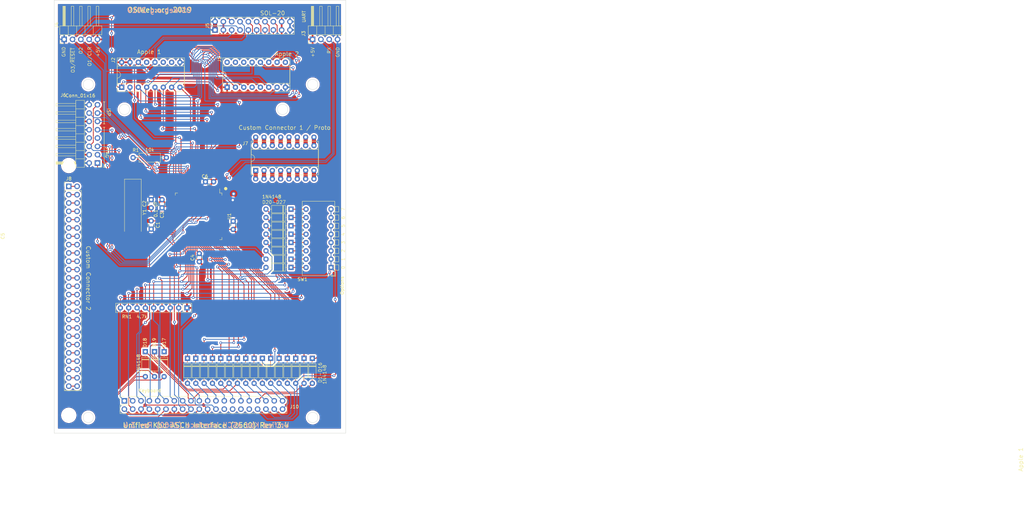
<source format=kicad_pcb>
(kicad_pcb (version 20171130) (host pcbnew "(5.1.6-0-10_14)")
  (title_block (title "Unified Retro Keyboard ASCII Interface (2560)") (date 2020-06-02) (rev 3.4))
  (layers (0 F.Cu signal) (31 B.Cu signal) (34 B.Paste user) (35 F.Paste user) (36 B.SilkS user) (37 F.SilkS user) (38 B.Mask user) (39 F.Mask user) (44 Edge.Cuts user))
  (net 0 "")
  (net 1 GND)
  (net 2 /Row3)
  (net 3 /Row0)
  (net 4 /Row1)
  (net 5 /Row4)
  (net 6 /Row5)
  (net 7 /Row7)
  (net 8 /D7)
  (net 9 /D1)
  (net 10 /D2)
  (net 11 /D3)
  (net 12 /D4)
  (net 13 /D5)
  (net 14 /D6)
  (net 15 /Col0)
  (net 16 /Col1)
  (net 17 /Col2)
  (net 18 /Col3)
  (net 19 /Col4)
  (net 20 /Col5)
  (net 21 /Col6)
  (net 22 /Col7)
  (net 23 /Row6)
  (net 24 /Row2)
  (net 25 /D0)
  (net 26 /~STROBE)
  (net 27 /Row10)
  (net 28 /Row9)
  (net 29 /Row8)
  (net 30 /Row15)
  (net 31 /Row14)
  (net 32 /Row13)
  (net 33 /Row12)
  (net 34 /Row11)
  (net 35 /Tx)
  (net 36 /Rx)
  (net 37 "Net-(D11-Pad1)")
  (net 38 "Net-(D12-Pad1)")
  (net 39 "Net-(D13-Pad1)")
  (net 40 "Net-(D14-Pad1)")
  (net 41 "Net-(D15-Pad1)")
  (net 42 "Net-(D16-Pad1)")
  (net 43 "Net-(D20-Pad1)")
  (net 44 "Net-(D24-Pad1)")
  (net 45 "Net-(D25-Pad1)")
  (net 46 "Net-(D26-Pad1)")
  (net 47 "Net-(D4-Pad1)")
  (net 48 "Net-(D5-Pad1)")
  (net 49 "Net-(D6-Pad1)")
  (net 50 "Net-(D7-Pad1)")
  (net 51 "Net-(D8-Pad1)")
  (net 52 "Net-(D9-Pad1)")
  (net 53 "Net-(D10-Pad1)")
  (net 54 "Net-(D27-Pad1)")
  (net 55 /LED1)
  (net 56 /OUT1)
  (net 57 /OUT2)
  (net 58 /OUT3)
  (net 59 /LED3)
  (net 60 /LED2)
  (net 61 "Net-(C1-Pad1)")
  (net 62 "Net-(C2-Pad1)")
  (net 63 "Net-(D21-Pad1)")
  (net 64 "Net-(D22-Pad1)")
  (net 65 "Net-(D23-Pad1)")
  (net 66 "Net-(J1-Pad9)")
  (net 67 "Net-(J1-Pad4)")
  (net 68 "Net-(J1-Pad14)")
  (net 69 "Net-(J1-Pad15)")
  (net 70 "Net-(J1-Pad16)")
  (net 71 "Net-(J2-Pad10)")
  (net 72 "Net-(J2-Pad11)")
  (net 73 "Net-(J2-Pad13)")
  (net 74 "Net-(U1-Pad98)")
  (net 75 "Net-(U1-Pad97)")
  (net 76 "Net-(U1-Pad96)")
  (net 77 "Net-(U1-Pad95)")
  (net 78 "Net-(U1-Pad94)")
  (net 79 "Net-(U1-Pad89)")
  (net 80 "Net-(U1-Pad88)")
  (net 81 "Net-(U1-Pad87)")
  (net 82 "Net-(U1-Pad86)")
  (net 83 "Net-(U1-Pad85)")
  (net 84 "Net-(U1-Pad84)")
  (net 85 "Net-(U1-Pad83)")
  (net 86 "Net-(U1-Pad82)")
  (net 87 "Net-(U1-Pad70)")
  (net 88 "Net-(U1-Pad52)")
  (net 89 "Net-(U1-Pad51)")
  (net 90 "Net-(U1-Pad47)")
  (net 91 "Net-(U1-Pad46)")
  (net 92 "Net-(U1-Pad45)")
  (net 93 "Net-(U1-Pad44)")
  (net 94 "Net-(U1-Pad43)")
  (net 95 "Net-(U1-Pad42)")
  (net 96 "Net-(U1-Pad41)")
  (net 97 "Net-(U1-Pad40)")
  (net 98 "Net-(U1-Pad39)")
  (net 99 "Net-(U1-Pad38)")
  (net 100 "Net-(U1-Pad37)")
  (net 101 "Net-(U1-Pad36)")
  (net 102 "Net-(U1-Pad35)")
  (net 103 "Net-(U1-Pad29)")
  (net 104 "Net-(U1-Pad28)")
  (net 105 "Net-(U1-Pad19)")
  (net 106 "Net-(U1-Pad9)")
  (net 107 "Net-(U1-Pad8)")
  (net 108 "Net-(U1-Pad7)")
  (net 109 "Net-(U1-Pad6)")
  (net 110 "Net-(U1-Pad5)")
  (net 111 "Net-(U1-Pad4)")
  (net 112 "Net-(U1-Pad1)")
  (net 113 VCC)
  (net 114 "Net-(J8-Pad1)")
  (net 115 "Net-(J8-Pad9)")
  (net 116 "Net-(J8-Pad2)")
  (net 117 "Net-(J8-Pad10)")
  (net 118 "Net-(J8-Pad3)")
  (net 119 "Net-(J8-Pad11)")
  (net 120 "Net-(J8-Pad4)")
  (net 121 "Net-(J8-Pad12)")
  (net 122 "Net-(J8-Pad5)")
  (net 123 "Net-(J8-Pad13)")
  (net 124 "Net-(J8-Pad6)")
  (net 125 "Net-(J8-Pad14)")
  (net 126 "Net-(J8-Pad7)")
  (net 127 "Net-(J8-Pad15)")
  (net 128 "Net-(J8-Pad8)")
  (net 129 "Net-(J8-Pad16)")
  (net 130 /TDI)
  (net 131 "Net-(J6-Pad8)")
  (net 132 "Net-(J6-Pad7)")
  (net 133 /~RESET)
  (net 134 /TMS)
  (net 135 /TDO)
  (net 136 /TCK)
  (net 137 "Net-(D1-Pad1)")
  (net 138 "Net-(D2-Pad1)")
  (net 139 "Net-(D3-Pad1)")
  (net 140 "Net-(D17-Pad2)")
  (net 141 "Net-(D18-Pad2)")
  (net 142 "Net-(D19-Pad2)")
  (net 143 "Net-(J7-Pad1)")
  (net 144 "Net-(J7-Pad9)")
  (net 145 "Net-(J7-Pad2)")
  (net 146 "Net-(J7-Pad10)")
  (net 147 "Net-(J7-Pad3)")
  (net 148 "Net-(J7-Pad11)")
  (net 149 "Net-(J7-Pad4)")
  (net 150 "Net-(J7-Pad12)")
  (net 151 "Net-(J7-Pad5)")
  (net 152 "Net-(J7-Pad13)")
  (net 153 "Net-(J7-Pad6)")
  (net 154 "Net-(J7-Pad14)")
  (net 155 "Net-(J7-Pad7)")
  (net 156 "Net-(J7-Pad15)")
  (net 157 "Net-(J7-Pad8)")
  (net 158 "Net-(J7-Pad16)")
  (net 159 "Net-(J10-Pad32)")
  (net 160 "Net-(J10-Pad30)")
  (net 161 "Net-(J10-Pad28)")
  (net 162 "Net-(J10-Pad26)")
  (net 163 "Net-(J8-Pad25)")
  (net 164 "Net-(J8-Pad24)")
  (net 165 "Net-(J8-Pad23)")
  (net 166 "Net-(J8-Pad22)")
  (net 167 "Net-(J8-Pad21)")
  (net 168 "Net-(J8-Pad20)")
  (net 169 "Net-(J8-Pad19)")
  (net 170 "Net-(J8-Pad18)")
  (net 171 "Net-(J8-Pad17)")
  (net 172 /MOSI)
  (net 173 /SCK)
  (net 174 /MISO)
  (module MountingHole:MountingHole_3.7mm (layer F.Cu) (at 168.252 177.446)
    (fp_text reference MH2 hide)
    (fp_text value "Apple II" hide)
    (pad 1 np_thru_hole circle (at 0 0) (size 3.7 3.7) (drill 3.7) (layers *.Cu *.Mask))
  )
  (module MountingHole:MountingHole_3.7mm (layer F.Cu) (at 168.252 101.246)
    (fp_text reference MH1 hide)
    (fp_text value "Apple II" hide)
    (pad 1 np_thru_hole circle (at 0 0) (size 3.7 3.7) (drill 3.7) (layers *.Cu *.Mask))
  )
  (module Connector_PinHeader_2.54mm:PinHeader_2x08_P2.54mm_Horizontal (layer F.Cu) (at 177.015 100.484 180)
    (fp_text reference J6 (at 10.414 20.701) (layer F.SilkS))
    (fp_text value Conn_01x16 (at 5.207 20.574) (layer F.SilkS))
    (pad 16 thru_hole oval (at 2.54 17.78 180) (size 1.7 1.7) (drill 1) (layers *.Cu *.Mask) (net 1 GND))
    (pad 15 thru_hole oval (at 0 17.78 180) (size 1.7 1.7) (drill 1) (layers *.Cu *.Mask) (net 133 /~RESET))
    (pad 14 thru_hole oval (at 2.54 15.24 180) (size 1.7 1.7) (drill 1) (layers *.Cu *.Mask) (net 172 /MOSI))
    (pad 13 thru_hole oval (at 0 15.24 180) (size 1.7 1.7) (drill 1) (layers *.Cu *.Mask) (net 173 /SCK))
    (pad 12 thru_hole oval (at 2.54 12.7 180) (size 1.7 1.7) (drill 1) (layers *.Cu *.Mask) (net 113 VCC))
    (pad 11 thru_hole oval (at 0 12.7 180) (size 1.7 1.7) (drill 1) (layers *.Cu *.Mask) (net 174 /MISO))
    (pad 10 thru_hole oval (at 2.54 10.16 180) (size 1.7 1.7) (drill 1) (layers *.Cu *.Mask) (net 1 GND))
    (pad 9 thru_hole oval (at 0 10.16 180) (size 1.7 1.7) (drill 1) (layers *.Cu *.Mask) (net 130 /TDI))
    (pad 8 thru_hole oval (at 2.54 7.62 180) (size 1.7 1.7) (drill 1) (layers *.Cu *.Mask) (net 131 "Net-(J6-Pad8)"))
    (pad 7 thru_hole oval (at 0 7.62 180) (size 1.7 1.7) (drill 1) (layers *.Cu *.Mask) (net 132 "Net-(J6-Pad7)"))
    (pad 6 thru_hole oval (at 2.54 5.08 180) (size 1.7 1.7) (drill 1) (layers *.Cu *.Mask) (net 133 /~RESET))
    (pad 5 thru_hole oval (at 0 5.08 180) (size 1.7 1.7) (drill 1) (layers *.Cu *.Mask) (net 134 /TMS))
    (pad 4 thru_hole oval (at 2.54 2.54 180) (size 1.7 1.7) (drill 1) (layers *.Cu *.Mask) (net 113 VCC))
    (pad 3 thru_hole oval (at 0 2.54 180) (size 1.7 1.7) (drill 1) (layers *.Cu *.Mask) (net 135 /TDO))
    (pad 2 thru_hole oval (at 2.54 0 180) (size 1.7 1.7) (drill 1) (layers *.Cu *.Mask) (net 1 GND))
    (pad 1 thru_hole rect (at 0 0 180) (size 1.7 1.7) (drill 1) (layers *.Cu *.Mask) (net 136 /TCK))
  )
  (module unikbd:D_DO-35_SOD27_P7.62mm_Horizontal_bypassed (layer F.Cu) (at 227.33 160.0724 270)
    (fp_text reference D15 hide)
    (fp_text value 1N4148)
    (fp_poly (pts (xy 7.239 0.127) (xy 0.381 0.127) (xy 0.381 0) (xy 7.239 0)) (layer F.Cu) (width 0.0508))
    (pad 1 thru_hole rect (at 0 0 270) (size 1.6 1.6) (drill 0.8) (layers *.Cu *.Mask) (net 41 "Net-(D15-Pad1)"))
    (pad 2 thru_hole oval (at 7.62 0 270) (size 1.6 1.6) (drill 0.8) (layers *.Cu *.Mask) (net 33 /Row12))
  )
  (module unikbd:D_DO-35_SOD27_P7.62mm_Horizontal_bypassed (layer F.Cu) (at 229.87 160.0724 270)
    (fp_text reference D6 hide)
    (fp_text value 1N4148)
    (fp_poly (pts (xy 7.239 0.127) (xy 0.381 0.127) (xy 0.381 0) (xy 7.239 0)) (layer F.Cu) (width 0.0508))
    (pad 1 thru_hole rect (at 0 0 270) (size 1.6 1.6) (drill 0.8) (layers *.Cu *.Mask) (net 49 "Net-(D6-Pad1)"))
    (pad 2 thru_hole oval (at 7.62 0 270) (size 1.6 1.6) (drill 0.8) (layers *.Cu *.Mask) (net 34 /Row11))
  )
  (module unikbd:D_DO-35_SOD27_P7.62mm_Horizontal_bypassed (layer F.Cu) (at 232.41 160.0724 270)
    (fp_text reference D14 hide)
    (fp_text value 1N4148)
    (fp_poly (pts (xy 7.239 0.127) (xy 0.381 0.127) (xy 0.381 0) (xy 7.239 0)) (layer F.Cu) (width 0.0508))
    (pad 1 thru_hole rect (at 0 0 270) (size 1.6 1.6) (drill 0.8) (layers *.Cu *.Mask) (net 40 "Net-(D14-Pad1)"))
    (pad 2 thru_hole oval (at 7.62 0 270) (size 1.6 1.6) (drill 0.8) (layers *.Cu *.Mask) (net 27 /Row10))
  )
  (module unikbd:D_DO-35_SOD27_P7.62mm_Horizontal_bypassed (layer F.Cu) (at 234.95 160.0724 270)
    (fp_text reference D5 hide)
    (fp_text value 1N4148)
    (fp_poly (pts (xy 7.239 0.127) (xy 0.381 0.127) (xy 0.381 0) (xy 7.239 0)) (layer F.Cu) (width 0.0508))
    (pad 1 thru_hole rect (at 0 0 270) (size 1.6 1.6) (drill 0.8) (layers *.Cu *.Mask) (net 48 "Net-(D5-Pad1)"))
    (pad 2 thru_hole oval (at 7.62 0 270) (size 1.6 1.6) (drill 0.8) (layers *.Cu *.Mask) (net 28 /Row9))
  )
  (module unikbd:D_DO-35_SOD27_P7.62mm_Horizontal_bypassed (layer F.Cu) (at 237.49 160.0724 270)
    (fp_text reference D13 hide)
    (fp_text value 1N4148)
    (fp_poly (pts (xy 7.239 0.127) (xy 0.381 0.127) (xy 0.381 0) (xy 7.239 0)) (layer F.Cu) (width 0.0508))
    (pad 1 thru_hole rect (at 0 0 270) (size 1.6 1.6) (drill 0.8) (layers *.Cu *.Mask) (net 39 "Net-(D13-Pad1)"))
    (pad 2 thru_hole oval (at 7.62 0 270) (size 1.6 1.6) (drill 0.8) (layers *.Cu *.Mask) (net 29 /Row8))
  )
  (module unikbd:D_DO-35_SOD27_P7.62mm_Horizontal_bypassed (layer F.Cu) (at 242.57 160.0724 270)
    (fp_text reference D8 hide)
    (fp_text value 1N4148)
    (fp_poly (pts (xy 7.239 0.127) (xy 0.381 0.127) (xy 0.381 0) (xy 7.239 0)) (layer F.Cu) (width 0.0508))
    (pad 1 thru_hole rect (at 0 0 270) (size 1.6 1.6) (drill 0.8) (layers *.Cu *.Mask) (net 51 "Net-(D8-Pad1)"))
    (pad 2 thru_hole oval (at 7.62 0 270) (size 1.6 1.6) (drill 0.8) (layers *.Cu *.Mask) (net 30 /Row15))
  )
  (module unikbd:D_DO-35_SOD27_P7.62mm_Horizontal_bypassed (layer F.Cu) (at 224.79 160.0724 270)
    (fp_text reference D7 hide)
    (fp_text value 1N4148)
    (fp_poly (pts (xy 7.239 0.127) (xy 0.381 0.127) (xy 0.381 0) (xy 7.239 0)) (layer F.Cu) (width 0.0508))
    (pad 1 thru_hole rect (at 0 0 270) (size 1.6 1.6) (drill 0.8) (layers *.Cu *.Mask) (net 50 "Net-(D7-Pad1)"))
    (pad 2 thru_hole oval (at 7.62 0 270) (size 1.6 1.6) (drill 0.8) (layers *.Cu *.Mask) (net 32 /Row13))
  )
  (module unikbd:D_DO-35_SOD27_P7.62mm_Horizontal_bypassed (layer F.Cu) (at 222.25 160.0724 270)
    (fp_text reference D16 hide)
    (fp_text value 1N4148)
    (fp_poly (pts (xy 7.239 0.127) (xy 0.381 0.127) (xy 0.381 0) (xy 7.239 0)) (layer F.Cu) (width 0.0508))
    (pad 1 thru_hole rect (at 0 0 270) (size 1.6 1.6) (drill 0.8) (layers *.Cu *.Mask) (net 42 "Net-(D16-Pad1)"))
    (pad 2 thru_hole oval (at 7.62 0 270) (size 1.6 1.6) (drill 0.8) (layers *.Cu *.Mask) (net 31 /Row14))
  )
  (module unikbd:D_DO-35_SOD27_P7.62mm_Horizontal_bypassed (layer F.Cu) (at 240.03 160.0724 270)
    (fp_text reference D4 hide)
    (fp_text value 1N4148)
    (fp_poly (pts (xy 7.239 0.127) (xy 0.381 0.127) (xy 0.381 0) (xy 7.239 0)) (layer F.Cu) (width 0.0508))
    (pad 1 thru_hole rect (at 0 0 270) (size 1.6 1.6) (drill 0.8) (layers *.Cu *.Mask) (net 47 "Net-(D4-Pad1)"))
    (pad 2 thru_hole oval (at 7.62 0 270) (size 1.6 1.6) (drill 0.8) (layers *.Cu *.Mask) (net 7 /Row7))
  )
  (module unikbd:D_DO-35_SOD27_P7.62mm_Horizontal_bypassed (layer F.Cu) (at 204.47 160.0724 270)
    (fp_text reference D12 hide)
    (fp_text value 1N4148)
    (fp_poly (pts (xy 7.239 0.127) (xy 0.381 0.127) (xy 0.381 0) (xy 7.239 0)) (layer F.Cu) (width 0.0508))
    (pad 1 thru_hole rect (at 0 0 270) (size 1.6 1.6) (drill 0.8) (layers *.Cu *.Mask) (net 38 "Net-(D12-Pad1)"))
    (pad 2 thru_hole oval (at 7.62 0 270) (size 1.6 1.6) (drill 0.8) (layers *.Cu *.Mask) (net 23 /Row6))
  )
  (module unikbd:D_DO-35_SOD27_P7.62mm_Horizontal_bypassed (layer F.Cu) (at 209.55 160.0724 270)
    (fp_text reference D11 hide)
    (fp_text value 1N4148)
    (fp_poly (pts (xy 7.239 0.127) (xy 0.381 0.127) (xy 0.381 0) (xy 7.239 0)) (layer F.Cu) (width 0.0508))
    (pad 1 thru_hole rect (at 0 0 270) (size 1.6 1.6) (drill 0.8) (layers *.Cu *.Mask) (net 37 "Net-(D11-Pad1)"))
    (pad 2 thru_hole oval (at 7.62 0 270) (size 1.6 1.6) (drill 0.8) (layers *.Cu *.Mask) (net 5 /Row4))
  )
  (module unikbd:D_DO-35_SOD27_P7.62mm_Horizontal_bypassed (layer F.Cu) (at 214.63 160.0724 270)
    (fp_text reference D10 hide)
    (fp_text value 1N4148)
    (fp_poly (pts (xy 7.239 0.127) (xy 0.381 0.127) (xy 0.381 0) (xy 7.239 0)) (layer F.Cu) (width 0.0508))
    (pad 1 thru_hole rect (at 0 0 270) (size 1.6 1.6) (drill 0.8) (layers *.Cu *.Mask) (net 53 "Net-(D10-Pad1)"))
    (pad 2 thru_hole oval (at 7.62 0 270) (size 1.6 1.6) (drill 0.8) (layers *.Cu *.Mask) (net 24 /Row2))
  )
  (module unikbd:D_DO-35_SOD27_P7.62mm_Horizontal_bypassed (layer F.Cu) (at 219.71 160.0724 270)
    (fp_text reference D9 hide)
    (fp_text value 1N4148)
    (fp_poly (pts (xy 7.239 0.127) (xy 0.381 0.127) (xy 0.381 0) (xy 7.239 0)) (layer F.Cu) (width 0.0508))
    (pad 1 thru_hole rect (at 0 0 270) (size 1.6 1.6) (drill 0.8) (layers *.Cu *.Mask) (net 52 "Net-(D9-Pad1)"))
    (pad 2 thru_hole oval (at 7.62 0 270) (size 1.6 1.6) (drill 0.8) (layers *.Cu *.Mask) (net 3 /Row0))
  )
  (module unikbd:D_DO-35_SOD27_P7.62mm_Horizontal_bypassed (layer F.Cu) (at 207.01 160.0724 270)
    (fp_text reference D3 hide)
    (fp_text value 1N4148)
    (fp_poly (pts (xy 7.239 0.127) (xy 0.381 0.127) (xy 0.381 0) (xy 7.239 0)) (layer F.Cu) (width 0.0508))
    (pad 1 thru_hole rect (at 0 0 270) (size 1.6 1.6) (drill 0.8) (layers *.Cu *.Mask) (net 139 "Net-(D3-Pad1)"))
    (pad 2 thru_hole oval (at 7.62 0 270) (size 1.6 1.6) (drill 0.8) (layers *.Cu *.Mask) (net 6 /Row5))
  )
  (module unikbd:D_DO-35_SOD27_P7.62mm_Horizontal_bypassed (layer F.Cu) (at 212.09 160.0724 270)
    (fp_text reference D2 hide)
    (fp_text value 1N4148)
    (fp_poly (pts (xy 7.239 0.127) (xy 0.381 0.127) (xy 0.381 0) (xy 7.239 0)) (layer F.Cu) (width 0.0508))
    (pad 1 thru_hole rect (at 0 0 270) (size 1.6 1.6) (drill 0.8) (layers *.Cu *.Mask) (net 138 "Net-(D2-Pad1)"))
    (pad 2 thru_hole oval (at 7.62 0 270) (size 1.6 1.6) (drill 0.8) (layers *.Cu *.Mask) (net 2 /Row3))
  )
  (module unikbd:D_DO-35_SOD27_P7.62mm_Horizontal_bypassed (layer F.Cu) (at 217.17 160.0724 270)
    (fp_text reference D1 hide)
    (fp_text value 1N4148)
    (fp_poly (pts (xy 7.239 0.127) (xy 0.381 0.127) (xy 0.381 0) (xy 7.239 0)) (layer F.Cu) (width 0.0508))
    (pad 1 thru_hole rect (at 0 0 270) (size 1.6 1.6) (drill 0.8) (layers *.Cu *.Mask) (net 137 "Net-(D1-Pad1)"))
    (pad 2 thru_hole oval (at 7.62 0 270) (size 1.6 1.6) (drill 0.8) (layers *.Cu *.Mask) (net 4 /Row1))
  )
  (module unikbd:ExpansionHeader_1x25_P2.54 (layer F.Cu) (at 168.252 107.596)
    (fp_text reference J8 (at 0 -2.33) (layer F.SilkS))
    (fp_text value "Custom Connector 2" (at 5.969 28.0035 270 unlocked) (layer F.SilkS) (effects (font (size 1.27 1.27))))
    (fp_line (start 0 0) (end 2.54 0) (layer F.Cu) (width 0.254))
    (fp_line (start 0 2.54) (end 2.54 2.54) (layer F.Cu) (width 0.254))
    (fp_line (start 0 5.08) (end 2.54 5.08) (layer F.Cu) (width 0.254))
    (fp_line (start 0 7.62) (end 2.54 7.62) (layer F.Cu) (width 0.254))
    (fp_line (start 0 10.16) (end 2.54 10.16) (layer F.Cu) (width 0.254))
    (fp_line (start 0 15.24) (end 2.54 15.24) (layer F.Cu) (width 0.254))
    (fp_line (start 0 17.78) (end 2.54 17.78) (layer F.Cu) (width 0.254))
    (fp_line (start 0 12.7) (end 2.54 12.7) (layer F.Cu) (width 0.254))
    (fp_line (start 0 22.86) (end 2.54 22.86) (layer F.Cu) (width 0.254))
    (fp_line (start 0 20.32) (end 2.54 20.32) (layer F.Cu) (width 0.254))
    (fp_line (start 0 27.94) (end 2.54 27.94) (layer F.Cu) (width 0.254))
    (fp_line (start 0 30.48) (end 2.54 30.48) (layer F.Cu) (width 0.254))
    (fp_line (start 0 25.4) (end 2.54 25.4) (layer F.Cu) (width 0.254))
    (fp_line (start 0 35.56) (end 2.54 35.56) (layer F.Cu) (width 0.254))
    (fp_line (start 0 33.02) (end 2.54 33.02) (layer F.Cu) (width 0.254))
    (fp_line (start 0 58.42) (end 2.54 58.42) (layer F.Cu) (width 0.254))
    (fp_line (start 0 60.96) (end 2.54 60.96) (layer F.Cu) (width 0.254))
    (fp_line (start 0 50.8) (end 2.54 50.8) (layer F.Cu) (width 0.254))
    (fp_line (start 0 55.88) (end 2.54 55.88) (layer F.Cu) (width 0.254))
    (fp_line (start 0 53.34) (end 2.54 53.34) (layer F.Cu) (width 0.254))
    (fp_line (start 0 45.72) (end 2.54 45.72) (layer F.Cu) (width 0.254))
    (fp_line (start 0 48.26) (end 2.54 48.26) (layer F.Cu) (width 0.254))
    (fp_line (start 0 38.1) (end 2.54 38.1) (layer F.Cu) (width 0.254))
    (fp_line (start 0 43.18) (end 2.54 43.18) (layer F.Cu) (width 0.254))
    (fp_line (start 0 40.64) (end 2.54 40.64) (layer F.Cu) (width 0.254))
    (pad 26 thru_hole circle (at 2.54 0) (size 1.7 1.7) (drill 1) (layers *.Cu *.Mask))
    (pad 27 thru_hole oval (at 2.54 2.54) (size 1.7 1.7) (drill 1) (layers *.Cu *.Mask))
    (pad 28 thru_hole oval (at 2.54 5.08) (size 1.7 1.7) (drill 1) (layers *.Cu *.Mask))
    (pad 29 thru_hole oval (at 2.54 7.62) (size 1.7 1.7) (drill 1) (layers *.Cu *.Mask))
    (pad 30 thru_hole oval (at 2.54 10.16) (size 1.7 1.7) (drill 1) (layers *.Cu *.Mask))
    (pad 31 thru_hole oval (at 2.54 12.7) (size 1.7 1.7) (drill 1) (layers *.Cu *.Mask))
    (pad 32 thru_hole oval (at 2.54 15.24) (size 1.7 1.7) (drill 1) (layers *.Cu *.Mask))
    (pad 33 thru_hole oval (at 2.54 17.78) (size 1.7 1.7) (drill 1) (layers *.Cu *.Mask))
    (pad 34 thru_hole oval (at 2.54 20.32) (size 1.7 1.7) (drill 1) (layers *.Cu *.Mask))
    (pad 35 thru_hole oval (at 2.54 22.86) (size 1.7 1.7) (drill 1) (layers *.Cu *.Mask))
    (pad 36 thru_hole oval (at 2.54 25.4) (size 1.7 1.7) (drill 1) (layers *.Cu *.Mask))
    (pad 37 thru_hole oval (at 2.54 27.94) (size 1.7 1.7) (drill 1) (layers *.Cu *.Mask))
    (pad 38 thru_hole oval (at 2.54 30.48) (size 1.7 1.7) (drill 1) (layers *.Cu *.Mask))
    (pad 39 thru_hole oval (at 2.54 33.02) (size 1.7 1.7) (drill 1) (layers *.Cu *.Mask))
    (pad 40 thru_hole oval (at 2.54 35.56) (size 1.7 1.7) (drill 1) (layers *.Cu *.Mask))
    (pad 50 thru_hole oval (at 2.54 60.96) (size 1.7 1.7) (drill 1) (layers *.Cu *.Mask))
    (pad 49 thru_hole oval (at 2.54 58.42) (size 1.7 1.7) (drill 1) (layers *.Cu *.Mask))
    (pad 48 thru_hole oval (at 2.54 55.88) (size 1.7 1.7) (drill 1) (layers *.Cu *.Mask))
    (pad 47 thru_hole oval (at 2.54 53.34) (size 1.7 1.7) (drill 1) (layers *.Cu *.Mask))
    (pad 46 thru_hole oval (at 2.54 50.8) (size 1.7 1.7) (drill 1) (layers *.Cu *.Mask))
    (pad 45 thru_hole oval (at 2.54 48.26) (size 1.7 1.7) (drill 1) (layers *.Cu *.Mask))
    (pad 44 thru_hole oval (at 2.54 45.72) (size 1.7 1.7) (drill 1) (layers *.Cu *.Mask))
    (pad 43 thru_hole oval (at 2.54 43.18) (size 1.7 1.7) (drill 1) (layers *.Cu *.Mask))
    (pad 42 thru_hole oval (at 2.54 40.64) (size 1.7 1.7) (drill 1) (layers *.Cu *.Mask))
    (pad 41 thru_hole oval (at 2.54 38.1) (size 1.7 1.7) (drill 1) (layers *.Cu *.Mask))
    (pad 16 thru_hole oval (at 0 38.1) (size 1.7 1.7) (drill 1) (layers *.Cu *.Mask) (net 129 "Net-(J8-Pad16)"))
    (pad 17 thru_hole oval (at 0 40.64) (size 1.7 1.7) (drill 1) (layers *.Cu *.Mask) (net 171 "Net-(J8-Pad17)"))
    (pad 18 thru_hole oval (at 0 43.18) (size 1.7 1.7) (drill 1) (layers *.Cu *.Mask) (net 170 "Net-(J8-Pad18)"))
    (pad 19 thru_hole oval (at 0 45.72) (size 1.7 1.7) (drill 1) (layers *.Cu *.Mask) (net 169 "Net-(J8-Pad19)"))
    (pad 20 thru_hole oval (at 0 48.26) (size 1.7 1.7) (drill 1) (layers *.Cu *.Mask) (net 168 "Net-(J8-Pad20)"))
    (pad 21 thru_hole oval (at 0 50.8) (size 1.7 1.7) (drill 1) (layers *.Cu *.Mask) (net 167 "Net-(J8-Pad21)"))
    (pad 22 thru_hole oval (at 0 53.34) (size 1.7 1.7) (drill 1) (layers *.Cu *.Mask) (net 166 "Net-(J8-Pad22)"))
    (pad 23 thru_hole oval (at 0 55.88) (size 1.7 1.7) (drill 1) (layers *.Cu *.Mask) (net 165 "Net-(J8-Pad23)"))
    (pad 24 thru_hole oval (at 0 58.42) (size 1.7 1.7) (drill 1) (layers *.Cu *.Mask) (net 164 "Net-(J8-Pad24)"))
    (pad 25 thru_hole oval (at 0 60.96) (size 1.7 1.7) (drill 1) (layers *.Cu *.Mask) (net 163 "Net-(J8-Pad25)"))
    (pad 15 thru_hole oval (at 0 35.56) (size 1.7 1.7) (drill 1) (layers *.Cu *.Mask) (net 127 "Net-(J8-Pad15)"))
    (pad 14 thru_hole oval (at 0 33.02) (size 1.7 1.7) (drill 1) (layers *.Cu *.Mask) (net 125 "Net-(J8-Pad14)"))
    (pad 13 thru_hole oval (at 0 30.48) (size 1.7 1.7) (drill 1) (layers *.Cu *.Mask) (net 123 "Net-(J8-Pad13)"))
    (pad 12 thru_hole oval (at 0 27.94) (size 1.7 1.7) (drill 1) (layers *.Cu *.Mask) (net 121 "Net-(J8-Pad12)"))
    (pad 11 thru_hole oval (at 0 25.4) (size 1.7 1.7) (drill 1) (layers *.Cu *.Mask) (net 119 "Net-(J8-Pad11)"))
    (pad 10 thru_hole oval (at 0 22.86) (size 1.7 1.7) (drill 1) (layers *.Cu *.Mask) (net 117 "Net-(J8-Pad10)"))
    (pad 9 thru_hole oval (at 0 20.32) (size 1.7 1.7) (drill 1) (layers *.Cu *.Mask) (net 115 "Net-(J8-Pad9)"))
    (pad 8 thru_hole oval (at 0 17.78) (size 1.7 1.7) (drill 1) (layers *.Cu *.Mask) (net 128 "Net-(J8-Pad8)"))
    (pad 7 thru_hole oval (at 0 15.24) (size 1.7 1.7) (drill 1) (layers *.Cu *.Mask) (net 126 "Net-(J8-Pad7)"))
    (pad 6 thru_hole oval (at 0 12.7) (size 1.7 1.7) (drill 1) (layers *.Cu *.Mask) (net 124 "Net-(J8-Pad6)"))
    (pad 5 thru_hole oval (at 0 10.16) (size 1.7 1.7) (drill 1) (layers *.Cu *.Mask) (net 122 "Net-(J8-Pad5)"))
    (pad 4 thru_hole oval (at 0 7.62) (size 1.7 1.7) (drill 1) (layers *.Cu *.Mask) (net 120 "Net-(J8-Pad4)"))
    (pad 3 thru_hole oval (at 0 5.08) (size 1.7 1.7) (drill 1) (layers *.Cu *.Mask) (net 118 "Net-(J8-Pad3)"))
    (pad 2 thru_hole oval (at 0 2.54) (size 1.7 1.7) (drill 1) (layers *.Cu *.Mask) (net 116 "Net-(J8-Pad2)"))
    (pad 1 thru_hole rect (at 0 0) (size 1.7 1.7) (drill 1) (layers *.Cu *.Mask) (net 114 "Net-(J8-Pad1)"))
  )
  (module "" (layer F.Cu) (at 230.355 88.165)
    (fp_text reference "" (at 225.275 102.77) (layer F.SilkS) (effects (font (size 1.27 1.27))))
    (fp_text value "" (at 225.275 102.77) (layer F.SilkS) (effects (font (size 1.27 1.27))))
    (fp_text user "Apple 1" (at 228.323 102.77 90) (layer F.SilkS) (effects (font (size 1.27 1.27))))
  )
  (module unikbd:DIP-16_W7.62mm_Proto (layer F.Cu) (at 225.275 102.77 90)
    (fp_text reference J7 (at 8.255 -3.175 180) (layer F.SilkS))
    (fp_text value "Custom Connector 1 / Proto" (at 13.081 8.8265) (layer F.SilkS) (effects (font (size 1.27 1.27))))
    (fp_line (start 0 17.78) (end -2.54 17.78) (layer F.Cu) (width 1.27))
    (fp_line (start 0 15.24) (end -2.54 15.24) (layer F.Cu) (width 1.27))
    (fp_line (start 0 12.7) (end -2.54 12.7) (layer F.Cu) (width 1.27))
    (fp_line (start 0 10.16) (end -2.54 10.16) (layer F.Cu) (width 1.27))
    (fp_line (start 0 7.62) (end -2.54 7.62) (layer F.Cu) (width 1.27))
    (fp_line (start 0 5.08) (end -2.54 5.08) (layer F.Cu) (width 1.27))
    (fp_line (start 0 2.54) (end -2.54 2.54) (layer F.Cu) (width 1.27))
    (fp_line (start 0 0) (end -2.54 0) (layer F.Cu) (width 1.27))
    (fp_line (start 10.16 0) (end 7.62 0) (layer F.Cu) (width 1.27))
    (fp_line (start 10.16 2.54) (end 7.62 2.54) (layer F.Cu) (width 1.27))
    (fp_line (start 10.16 5.08) (end 7.62 5.08) (layer F.Cu) (width 1.27))
    (fp_line (start 10.16 7.62) (end 7.62 7.62) (layer F.Cu) (width 1.27))
    (fp_line (start 10.16 10.16) (end 7.62 10.16) (layer F.Cu) (width 1.27))
    (fp_line (start 10.16 12.7) (end 7.62 12.7) (layer F.Cu) (width 1.27))
    (fp_line (start 10.16 15.24) (end 7.62 15.24) (layer F.Cu) (width 1.27))
    (fp_line (start 10.16 17.78) (end 7.62 17.78) (layer F.Cu) (width 1.27))
    (pad 46 thru_hole oval (at 10.16 17.78 90) (size 1.6 1.6) (drill 0.8) (layers *.Cu *.Mask))
    (pad 45 thru_hole oval (at -2.54 17.78 90) (size 1.6 1.6) (drill 0.8) (layers *.Cu *.Mask))
    (pad 42 thru_hole oval (at 10.16 15.24 90) (size 1.6 1.6) (drill 0.8) (layers *.Cu *.Mask))
    (pad 41 thru_hole oval (at -2.54 15.24 90) (size 1.6 1.6) (drill 0.8) (layers *.Cu *.Mask))
    (pad 38 thru_hole oval (at 10.16 12.7 90) (size 1.6 1.6) (drill 0.8) (layers *.Cu *.Mask))
    (pad 37 thru_hole oval (at -2.54 12.7 90) (size 1.6 1.6) (drill 0.8) (layers *.Cu *.Mask))
    (pad 34 thru_hole oval (at 10.16 10.16 90) (size 1.6 1.6) (drill 0.8) (layers *.Cu *.Mask))
    (pad 33 thru_hole oval (at -2.54 10.16 90) (size 1.6 1.6) (drill 0.8) (layers *.Cu *.Mask))
    (pad 30 thru_hole oval (at 10.16 7.62 90) (size 1.6 1.6) (drill 0.8) (layers *.Cu *.Mask))
    (pad 29 thru_hole oval (at -2.54 7.62 90) (size 1.6 1.6) (drill 0.8) (layers *.Cu *.Mask))
    (pad 26 thru_hole oval (at 10.16 5.08 90) (size 1.6 1.6) (drill 0.8) (layers *.Cu *.Mask))
    (pad 25 thru_hole oval (at -2.54 5.08 90) (size 1.6 1.6) (drill 0.8) (layers *.Cu *.Mask))
    (pad 22 thru_hole oval (at 10.16 2.54 90) (size 1.6 1.6) (drill 0.8) (layers *.Cu *.Mask))
    (pad 21 thru_hole oval (at -2.54 2.54 90) (size 1.6 1.6) (drill 0.8) (layers *.Cu *.Mask))
    (pad 18 thru_hole oval (at 10.16 0 90) (size 1.6 1.6) (drill 0.8) (layers *.Cu *.Mask))
    (pad 17 thru_hole oval (at -2.54 0 90) (size 1.6 1.6) (drill 0.8) (layers *.Cu *.Mask))
    (pad 1 thru_hole rect (at 0 0 90) (size 1.6 1.6) (drill 0.8) (layers *.Cu *.Mask) (net 143 "Net-(J7-Pad1)"))
    (pad 9 thru_hole oval (at 7.62 17.78 90) (size 1.6 1.6) (drill 0.8) (layers *.Cu *.Mask) (net 144 "Net-(J7-Pad9)"))
    (pad 2 thru_hole oval (at 0 2.54 90) (size 1.6 1.6) (drill 0.8) (layers *.Cu *.Mask) (net 145 "Net-(J7-Pad2)"))
    (pad 10 thru_hole oval (at 7.62 15.24 90) (size 1.6 1.6) (drill 0.8) (layers *.Cu *.Mask) (net 146 "Net-(J7-Pad10)"))
    (pad 3 thru_hole oval (at 0 5.08 90) (size 1.6 1.6) (drill 0.8) (layers *.Cu *.Mask) (net 147 "Net-(J7-Pad3)"))
    (pad 11 thru_hole oval (at 7.62 12.7 90) (size 1.6 1.6) (drill 0.8) (layers *.Cu *.Mask) (net 148 "Net-(J7-Pad11)"))
    (pad 4 thru_hole oval (at 0 7.62 90) (size 1.6 1.6) (drill 0.8) (layers *.Cu *.Mask) (net 149 "Net-(J7-Pad4)"))
    (pad 12 thru_hole oval (at 7.62 10.16 90) (size 1.6 1.6) (drill 0.8) (layers *.Cu *.Mask) (net 150 "Net-(J7-Pad12)"))
    (pad 5 thru_hole oval (at 0 10.16 90) (size 1.6 1.6) (drill 0.8) (layers *.Cu *.Mask) (net 151 "Net-(J7-Pad5)"))
    (pad 13 thru_hole oval (at 7.62 7.62 90) (size 1.6 1.6) (drill 0.8) (layers *.Cu *.Mask) (net 152 "Net-(J7-Pad13)"))
    (pad 6 thru_hole oval (at 0 12.7 90) (size 1.6 1.6) (drill 0.8) (layers *.Cu *.Mask) (net 153 "Net-(J7-Pad6)"))
    (pad 14 thru_hole oval (at 7.62 5.08 90) (size 1.6 1.6) (drill 0.8) (layers *.Cu *.Mask) (net 154 "Net-(J7-Pad14)"))
    (pad 7 thru_hole oval (at 0 15.24 90) (size 1.6 1.6) (drill 0.8) (layers *.Cu *.Mask) (net 155 "Net-(J7-Pad7)"))
    (pad 15 thru_hole oval (at 7.62 2.54 90) (size 1.6 1.6) (drill 0.8) (layers *.Cu *.Mask) (net 156 "Net-(J7-Pad15)"))
    (pad 8 thru_hole oval (at 0 17.78 90) (size 1.6 1.6) (drill 0.8) (layers *.Cu *.Mask) (net 157 "Net-(J7-Pad8)"))
    (pad 16 thru_hole oval (at 7.62 0 90) (size 1.6 1.6) (drill 0.8) (layers *.Cu *.Mask) (net 158 "Net-(J7-Pad16)"))
  )
  (module Package_QFP:TQFP-100_14x14mm_P0.5mm (layer F.Cu) (at 207.876 116.74 270)
    (fp_text reference U1 (at 0 -9.35 90) (layer F.SilkS))
    (fp_text value ATmega2560-16AU)
    (pad 100 smd roundrect (at -6 -7.6625 270) (size 0.3 1.475) (layers F.Cu F.Paste F.Mask) (net 113 VCC))
    (pad 99 smd roundrect (at -5.5 -7.6625 270) (size 0.3 1.475) (layers F.Cu F.Paste F.Mask) (net 1 GND))
    (pad 98 smd roundrect (at -5 -7.6625 270) (size 0.3 1.475) (layers F.Cu F.Paste F.Mask) (net 74 "Net-(U1-Pad98)"))
    (pad 97 smd roundrect (at -4.5 -7.6625 270) (size 0.3 1.475) (layers F.Cu F.Paste F.Mask) (net 75 "Net-(U1-Pad97)"))
    (pad 96 smd roundrect (at -4 -7.6625 270) (size 0.3 1.475) (layers F.Cu F.Paste F.Mask) (net 76 "Net-(U1-Pad96)"))
    (pad 95 smd roundrect (at -3.5 -7.6625 270) (size 0.3 1.475) (layers F.Cu F.Paste F.Mask) (net 77 "Net-(U1-Pad95)"))
    (pad 94 smd roundrect (at -3 -7.6625 270) (size 0.3 1.475) (layers F.Cu F.Paste F.Mask) (net 78 "Net-(U1-Pad94)"))
    (pad 93 smd roundrect (at -2.5 -7.6625 270) (size 0.3 1.475) (layers F.Cu F.Paste F.Mask) (net 136 /TCK))
    (pad 92 smd roundrect (at -2 -7.6625 270) (size 0.3 1.475) (layers F.Cu F.Paste F.Mask) (net 134 /TMS))
    (pad 91 smd roundrect (at -1.5 -7.6625 270) (size 0.3 1.475) (layers F.Cu F.Paste F.Mask) (net 135 /TDO))
    (pad 90 smd roundrect (at -1 -7.6625 270) (size 0.3 1.475) (layers F.Cu F.Paste F.Mask) (net 130 /TDI))
    (pad 89 smd roundrect (at -0.5 -7.6625 270) (size 0.3 1.475) (layers F.Cu F.Paste F.Mask) (net 79 "Net-(U1-Pad89)"))
    (pad 88 smd roundrect (at 0 -7.6625 270) (size 0.3 1.475) (layers F.Cu F.Paste F.Mask) (net 80 "Net-(U1-Pad88)"))
    (pad 87 smd roundrect (at 0.5 -7.6625 270) (size 0.3 1.475) (layers F.Cu F.Paste F.Mask) (net 81 "Net-(U1-Pad87)"))
    (pad 86 smd roundrect (at 1 -7.6625 270) (size 0.3 1.475) (layers F.Cu F.Paste F.Mask) (net 82 "Net-(U1-Pad86)"))
    (pad 85 smd roundrect (at 1.5 -7.6625 270) (size 0.3 1.475) (layers F.Cu F.Paste F.Mask) (net 83 "Net-(U1-Pad85)"))
    (pad 84 smd roundrect (at 2 -7.6625 270) (size 0.3 1.475) (layers F.Cu F.Paste F.Mask) (net 84 "Net-(U1-Pad84)"))
    (pad 83 smd roundrect (at 2.5 -7.6625 270) (size 0.3 1.475) (layers F.Cu F.Paste F.Mask) (net 85 "Net-(U1-Pad83)"))
    (pad 82 smd roundrect (at 3 -7.6625 270) (size 0.3 1.475) (layers F.Cu F.Paste F.Mask) (net 86 "Net-(U1-Pad82)"))
    (pad 81 smd roundrect (at 3.5 -7.6625 270) (size 0.3 1.475) (layers F.Cu F.Paste F.Mask) (net 1 GND))
    (pad 80 smd roundrect (at 4 -7.6625 270) (size 0.3 1.475) (layers F.Cu F.Paste F.Mask) (net 113 VCC))
    (pad 79 smd roundrect (at 4.5 -7.6625 270) (size 0.3 1.475) (layers F.Cu F.Paste F.Mask) (net 47 "Net-(D4-Pad1)"))
    (pad 78 smd roundrect (at 5 -7.6625 270) (size 0.3 1.475) (layers F.Cu F.Paste F.Mask) (net 39 "Net-(D13-Pad1)"))
    (pad 77 smd roundrect (at 5.5 -7.6625 270) (size 0.3 1.475) (layers F.Cu F.Paste F.Mask) (net 48 "Net-(D5-Pad1)"))
    (pad 76 smd roundrect (at 6 -7.6625 270) (size 0.3 1.475) (layers F.Cu F.Paste F.Mask) (net 40 "Net-(D14-Pad1)"))
    (pad 75 smd roundrect (at 7.6625 -6 270) (size 1.475 0.3) (layers F.Cu F.Paste F.Mask) (net 49 "Net-(D6-Pad1)"))
    (pad 74 smd roundrect (at 7.6625 -5.5 270) (size 1.475 0.3) (layers F.Cu F.Paste F.Mask) (net 41 "Net-(D15-Pad1)"))
    (pad 73 smd roundrect (at 7.6625 -5 270) (size 1.475 0.3) (layers F.Cu F.Paste F.Mask) (net 50 "Net-(D7-Pad1)"))
    (pad 72 smd roundrect (at 7.6625 -4.5 270) (size 1.475 0.3) (layers F.Cu F.Paste F.Mask) (net 42 "Net-(D16-Pad1)"))
    (pad 71 smd roundrect (at 7.6625 -4 270) (size 1.475 0.3) (layers F.Cu F.Paste F.Mask) (net 51 "Net-(D8-Pad1)"))
    (pad 70 smd roundrect (at 7.6625 -3.5 270) (size 1.475 0.3) (layers F.Cu F.Paste F.Mask) (net 87 "Net-(U1-Pad70)"))
    (pad 69 smd roundrect (at 7.6625 -3 270) (size 1.475 0.3) (layers F.Cu F.Paste F.Mask) (net 38 "Net-(D12-Pad1)"))
    (pad 68 smd roundrect (at 7.6625 -2.5 270) (size 1.475 0.3) (layers F.Cu F.Paste F.Mask) (net 139 "Net-(D3-Pad1)"))
    (pad 67 smd roundrect (at 7.6625 -2 270) (size 1.475 0.3) (layers F.Cu F.Paste F.Mask) (net 37 "Net-(D11-Pad1)"))
    (pad 66 smd roundrect (at 7.6625 -1.5 270) (size 1.475 0.3) (layers F.Cu F.Paste F.Mask) (net 138 "Net-(D2-Pad1)"))
    (pad 65 smd roundrect (at 7.6625 -1 270) (size 1.475 0.3) (layers F.Cu F.Paste F.Mask) (net 53 "Net-(D10-Pad1)"))
    (pad 64 smd roundrect (at 7.6625 -0.5 270) (size 1.475 0.3) (layers F.Cu F.Paste F.Mask) (net 137 "Net-(D1-Pad1)"))
    (pad 63 smd roundrect (at 7.6625 0 270) (size 1.475 0.3) (layers F.Cu F.Paste F.Mask) (net 52 "Net-(D9-Pad1)"))
    (pad 62 smd roundrect (at 7.6625 0.5 270) (size 1.475 0.3) (layers F.Cu F.Paste F.Mask) (net 1 GND))
    (pad 61 smd roundrect (at 7.6625 1 270) (size 1.475 0.3) (layers F.Cu F.Paste F.Mask) (net 113 VCC))
    (pad 60 smd roundrect (at 7.6625 1.5 270) (size 1.475 0.3) (layers F.Cu F.Paste F.Mask) (net 22 /Col7))
    (pad 59 smd roundrect (at 7.6625 2 270) (size 1.475 0.3) (layers F.Cu F.Paste F.Mask) (net 21 /Col6))
    (pad 58 smd roundrect (at 7.6625 2.5 270) (size 1.475 0.3) (layers F.Cu F.Paste F.Mask) (net 20 /Col5))
    (pad 57 smd roundrect (at 7.6625 3 270) (size 1.475 0.3) (layers F.Cu F.Paste F.Mask) (net 19 /Col4))
    (pad 56 smd roundrect (at 7.6625 3.5 270) (size 1.475 0.3) (layers F.Cu F.Paste F.Mask) (net 18 /Col3))
    (pad 55 smd roundrect (at 7.6625 4 270) (size 1.475 0.3) (layers F.Cu F.Paste F.Mask) (net 17 /Col2))
    (pad 54 smd roundrect (at 7.6625 4.5 270) (size 1.475 0.3) (layers F.Cu F.Paste F.Mask) (net 16 /Col1))
    (pad 53 smd roundrect (at 7.6625 5 270) (size 1.475 0.3) (layers F.Cu F.Paste F.Mask) (net 15 /Col0))
    (pad 52 smd roundrect (at 7.6625 5.5 270) (size 1.475 0.3) (layers F.Cu F.Paste F.Mask) (net 88 "Net-(U1-Pad52)"))
    (pad 51 smd roundrect (at 7.6625 6 270) (size 1.475 0.3) (layers F.Cu F.Paste F.Mask) (net 89 "Net-(U1-Pad51)"))
    (pad 50 smd roundrect (at 6 7.6625 270) (size 0.3 1.475) (layers F.Cu F.Paste F.Mask) (net 59 /LED3))
    (pad 49 smd roundrect (at 5.5 7.6625 270) (size 0.3 1.475) (layers F.Cu F.Paste F.Mask) (net 60 /LED2))
    (pad 48 smd roundrect (at 5 7.6625 270) (size 0.3 1.475) (layers F.Cu F.Paste F.Mask) (net 55 /LED1))
    (pad 47 smd roundrect (at 4.5 7.6625 270) (size 0.3 1.475) (layers F.Cu F.Paste F.Mask) (net 90 "Net-(U1-Pad47)"))
    (pad 46 smd roundrect (at 4 7.6625 270) (size 0.3 1.475) (layers F.Cu F.Paste F.Mask) (net 91 "Net-(U1-Pad46)"))
    (pad 45 smd roundrect (at 3.5 7.6625 270) (size 0.3 1.475) (layers F.Cu F.Paste F.Mask) (net 92 "Net-(U1-Pad45)"))
    (pad 44 smd roundrect (at 3 7.6625 270) (size 0.3 1.475) (layers F.Cu F.Paste F.Mask) (net 93 "Net-(U1-Pad44)"))
    (pad 43 smd roundrect (at 2.5 7.6625 270) (size 0.3 1.475) (layers F.Cu F.Paste F.Mask) (net 94 "Net-(U1-Pad43)"))
    (pad 42 smd roundrect (at 2 7.6625 270) (size 0.3 1.475) (layers F.Cu F.Paste F.Mask) (net 95 "Net-(U1-Pad42)"))
    (pad 41 smd roundrect (at 1.5 7.6625 270) (size 0.3 1.475) (layers F.Cu F.Paste F.Mask) (net 96 "Net-(U1-Pad41)"))
    (pad 40 smd roundrect (at 1 7.6625 270) (size 0.3 1.475) (layers F.Cu F.Paste F.Mask) (net 97 "Net-(U1-Pad40)"))
    (pad 39 smd roundrect (at 0.5 7.6625 270) (size 0.3 1.475) (layers F.Cu F.Paste F.Mask) (net 98 "Net-(U1-Pad39)"))
    (pad 38 smd roundrect (at 0 7.6625 270) (size 0.3 1.475) (layers F.Cu F.Paste F.Mask) (net 99 "Net-(U1-Pad38)"))
    (pad 37 smd roundrect (at -0.5 7.6625 270) (size 0.3 1.475) (layers F.Cu F.Paste F.Mask) (net 100 "Net-(U1-Pad37)"))
    (pad 36 smd roundrect (at -1 7.6625 270) (size 0.3 1.475) (layers F.Cu F.Paste F.Mask) (net 101 "Net-(U1-Pad36)"))
    (pad 35 smd roundrect (at -1.5 7.6625 270) (size 0.3 1.475) (layers F.Cu F.Paste F.Mask) (net 102 "Net-(U1-Pad35)"))
    (pad 34 smd roundrect (at -2 7.6625 270) (size 0.3 1.475) (layers F.Cu F.Paste F.Mask) (net 61 "Net-(C1-Pad1)"))
    (pad 33 smd roundrect (at -2.5 7.6625 270) (size 0.3 1.475) (layers F.Cu F.Paste F.Mask) (net 62 "Net-(C2-Pad1)"))
    (pad 32 smd roundrect (at -3 7.6625 270) (size 0.3 1.475) (layers F.Cu F.Paste F.Mask) (net 1 GND))
    (pad 31 smd roundrect (at -3.5 7.6625 270) (size 0.3 1.475) (layers F.Cu F.Paste F.Mask) (net 113 VCC))
    (pad 30 smd roundrect (at -4 7.6625 270) (size 0.3 1.475) (layers F.Cu F.Paste F.Mask) (net 133 /~RESET))
    (pad 29 smd roundrect (at -4.5 7.6625 270) (size 0.3 1.475) (layers F.Cu F.Paste F.Mask) (net 103 "Net-(U1-Pad29)"))
    (pad 28 smd roundrect (at -5 7.6625 270) (size 0.3 1.475) (layers F.Cu F.Paste F.Mask) (net 104 "Net-(U1-Pad28)"))
    (pad 27 smd roundrect (at -5.5 7.6625 270) (size 0.3 1.475) (layers F.Cu F.Paste F.Mask) (net 8 /D7))
    (pad 26 smd roundrect (at -6 7.6625 270) (size 0.3 1.475) (layers F.Cu F.Paste F.Mask) (net 58 /OUT3))
    (pad 25 smd roundrect (at -7.6625 6 270) (size 1.475 0.3) (layers F.Cu F.Paste F.Mask) (net 57 /OUT2))
    (pad 24 smd roundrect (at -7.6625 5.5 270) (size 1.475 0.3) (layers F.Cu F.Paste F.Mask) (net 56 /OUT1))
    (pad 23 smd roundrect (at -7.6625 5 270) (size 1.475 0.3) (layers F.Cu F.Paste F.Mask) (net 26 /~STROBE))
    (pad 22 smd roundrect (at -7.6625 4.5 270) (size 1.475 0.3) (layers F.Cu F.Paste F.Mask) (net 174 /MISO))
    (pad 21 smd roundrect (at -7.6625 4 270) (size 1.475 0.3) (layers F.Cu F.Paste F.Mask) (net 172 /MOSI))
    (pad 20 smd roundrect (at -7.6625 3.5 270) (size 1.475 0.3) (layers F.Cu F.Paste F.Mask) (net 173 /SCK))
    (pad 19 smd roundrect (at -7.6625 3 270) (size 1.475 0.3) (layers F.Cu F.Paste F.Mask) (net 105 "Net-(U1-Pad19)"))
    (pad 18 smd roundrect (at -7.6625 2.5 270) (size 1.475 0.3) (layers F.Cu F.Paste F.Mask) (net 14 /D6))
    (pad 17 smd roundrect (at -7.6625 2 270) (size 1.475 0.3) (layers F.Cu F.Paste F.Mask) (net 13 /D5))
    (pad 16 smd roundrect (at -7.6625 1.5 270) (size 1.475 0.3) (layers F.Cu F.Paste F.Mask) (net 12 /D4))
    (pad 15 smd roundrect (at -7.6625 1 270) (size 1.475 0.3) (layers F.Cu F.Paste F.Mask) (net 11 /D3))
    (pad 14 smd roundrect (at -7.6625 0.5 270) (size 1.475 0.3) (layers F.Cu F.Paste F.Mask) (net 10 /D2))
    (pad 13 smd roundrect (at -7.6625 0 270) (size 1.475 0.3) (layers F.Cu F.Paste F.Mask) (net 9 /D1))
    (pad 12 smd roundrect (at -7.6625 -0.5 270) (size 1.475 0.3) (layers F.Cu F.Paste F.Mask) (net 25 /D0))
    (pad 11 smd roundrect (at -7.6625 -1 270) (size 1.475 0.3) (layers F.Cu F.Paste F.Mask) (net 1 GND))
    (pad 10 smd roundrect (at -7.6625 -1.5 270) (size 1.475 0.3) (layers F.Cu F.Paste F.Mask) (net 113 VCC))
    (pad 9 smd roundrect (at -7.6625 -2 270) (size 1.475 0.3) (layers F.Cu F.Paste F.Mask) (net 106 "Net-(U1-Pad9)"))
    (pad 8 smd roundrect (at -7.6625 -2.5 270) (size 1.475 0.3) (layers F.Cu F.Paste F.Mask) (net 107 "Net-(U1-Pad8)"))
    (pad 7 smd roundrect (at -7.6625 -3 270) (size 1.475 0.3) (layers F.Cu F.Paste F.Mask) (net 108 "Net-(U1-Pad7)"))
    (pad 6 smd roundrect (at -7.6625 -3.5 270) (size 1.475 0.3) (layers F.Cu F.Paste F.Mask) (net 109 "Net-(U1-Pad6)"))
    (pad 5 smd roundrect (at -7.6625 -4 270) (size 1.475 0.3) (layers F.Cu F.Paste F.Mask) (net 110 "Net-(U1-Pad5)"))
    (pad 4 smd roundrect (at -7.6625 -4.5 270) (size 1.475 0.3) (layers F.Cu F.Paste F.Mask) (net 111 "Net-(U1-Pad4)"))
    (pad 3 smd roundrect (at -7.6625 -5 270) (size 1.475 0.3) (layers F.Cu F.Paste F.Mask) (net 35 /Tx))
    (pad 2 smd roundrect (at -7.6625 -5.5 270) (size 1.475 0.3) (layers F.Cu F.Paste F.Mask) (net 36 /Rx))
    (pad 1 smd roundrect (at -7.6625 -6 270) (size 1.475 0.3) (layers F.Cu F.Paste F.Mask) (net 112 "Net-(U1-Pad1)"))
  )
  (module Crystal:Crystal_SMD_HC49-SD_HandSoldering (layer F.Cu) (at 187.81 115.47 270)
    (fp_text reference Y1 (at 0 -3.55 90) (layer F.SilkS))
    (fp_text value "16.000 MHz")
    (pad 2 smd rect (at 5.9375 0 270) (size 7.875 2) (layers F.Cu F.Paste F.Mask) (net 61 "Net-(C1-Pad1)"))
    (pad 1 smd rect (at -5.9375 0 270) (size 7.875 2) (layers F.Cu F.Paste F.Mask) (net 62 "Net-(C2-Pad1)"))
  )
  (module Resistor_THT:R_Axial_DIN0207_L6.3mm_D2.5mm_P10.16mm_Horizontal (layer F.Cu) (at 198.0335 98.833 180)
    (fp_text reference R1 (at 9.3345 2.286) (layer F.SilkS))
    (fp_text value 10k (at 5.08 2.37) (layer F.SilkS))
    (pad 2 thru_hole oval (at 10.16 0 180) (size 1.6 1.6) (drill 0.8) (layers *.Cu *.Mask) (net 133 /~RESET))
    (pad 1 thru_hole circle (at 0 0 180) (size 1.6 1.6) (drill 0.8) (layers *.Cu *.Mask) (net 113 VCC))
  )
  (module Capacitor_THT:C_Disc_D3.0mm_W1.6mm_P2.50mm (layer F.Cu) (at 212.448 106.199 180)
    (fp_text reference C6 (at 2.667 1.651) (layer F.SilkS))
    (fp_text value "0.1 uF")
    (pad 2 thru_hole circle (at 2.5 0 180) (size 1.6 1.6) (drill 0.8) (layers *.Cu *.Mask) (net 1 GND))
    (pad 1 thru_hole circle (at 0 0 180) (size 1.6 1.6) (drill 0.8) (layers *.Cu *.Mask) (net 113 VCC))
  )
  (module Capacitor_THT:C_Disc_D3.0mm_W1.6mm_P2.50mm (layer F.Cu) (at 193.398 114.16 90)
    (fp_text reference C2 (at 1.25 -2.05 90) (layer F.SilkS))
    (fp_text value 36pf)
    (pad 2 thru_hole circle (at 2.5 0 90) (size 1.6 1.6) (drill 0.8) (layers *.Cu *.Mask) (net 1 GND))
    (pad 1 thru_hole circle (at 0 0 90) (size 1.6 1.6) (drill 0.8) (layers *.Cu *.Mask) (net 62 "Net-(C2-Pad1)"))
  )
  (module Capacitor_THT:C_Disc_D3.0mm_W1.6mm_P2.50mm (layer F.Cu) (at 218.417 120.7405 90)
    (fp_text reference C5 (at -2.032 -70.2945 90) (layer F.SilkS))
    (fp_text value "0.1 uF")
    (pad 2 thru_hole circle (at 2.5 0 90) (size 1.6 1.6) (drill 0.8) (layers *.Cu *.Mask) (net 1 GND))
    (pad 1 thru_hole circle (at 0 0 90) (size 1.6 1.6) (drill 0.8) (layers *.Cu *.Mask) (net 113 VCC))
  )
  (module Capacitor_THT:C_Disc_D3.0mm_W1.6mm_P2.50mm (layer F.Cu) (at 193.398 118.137 270)
    (fp_text reference C1 (at 1.25 -2.05 90) (layer F.SilkS))
    (fp_text value 36pf)
    (pad 2 thru_hole circle (at 2.5 0 270) (size 1.6 1.6) (drill 0.8) (layers *.Cu *.Mask) (net 1 GND))
    (pad 1 thru_hole circle (at 0 0 270) (size 1.6 1.6) (drill 0.8) (layers *.Cu *.Mask) (net 61 "Net-(C1-Pad1)"))
  )
  (module Capacitor_THT:C_Disc_D3.0mm_W1.6mm_P2.50mm (layer F.Cu) (at 208.0665 130.583 90)
    (fp_text reference C4 (at 1.25 -2.05 90) (layer F.SilkS))
    (fp_text value "0.1 uF")
    (pad 2 thru_hole circle (at 2.5 0 90) (size 1.6 1.6) (drill 0.8) (layers *.Cu *.Mask) (net 1 GND))
    (pad 1 thru_hole circle (at 0 0 90) (size 1.6 1.6) (drill 0.8) (layers *.Cu *.Mask) (net 113 VCC))
  )
  (module unikbd:PinHeader_2x20_P2.54mm_Vertical (layer F.Cu) (at 185.397 175.5918 90)
    (fp_text reference J10 (at 0.7493 51.689 180) (layer F.SilkS))
    (fp_text value Keyboard (at 5.7023 7.5565 180) (layer F.SilkS))
    (pad 40 thru_hole oval (at 0.0254 48.0822 90) (size 1.7 1.7) (drill 1) (layers *.Cu *.Mask) (net 34 /Row11))
    (pad 39 thru_hole oval (at 2.5654 48.0822 90) (size 1.7 1.7) (drill 1) (layers *.Cu *.Mask) (net 33 /Row12))
    (pad 38 thru_hole oval (at 0.0254 45.5422 90) (size 1.7 1.7) (drill 1) (layers *.Cu *.Mask) (net 27 /Row10))
    (pad 37 thru_hole oval (at 2.5654 45.5422 90) (size 1.7 1.7) (drill 1) (layers *.Cu *.Mask) (net 32 /Row13))
    (pad 36 thru_hole oval (at 0.0254 43.0022 90) (size 1.7 1.7) (drill 1) (layers *.Cu *.Mask) (net 28 /Row9))
    (pad 35 thru_hole oval (at 2.5654 43.0022 90) (size 1.7 1.7) (drill 1) (layers *.Cu *.Mask) (net 31 /Row14))
    (pad 34 thru_hole oval (at 0.0254 40.4622 90) (size 1.7 1.7) (drill 1) (layers *.Cu *.Mask) (net 29 /Row8))
    (pad 33 thru_hole oval (at 2.5654 40.4622 90) (size 1.7 1.7) (drill 1) (layers *.Cu *.Mask) (net 30 /Row15))
    (pad 32 thru_hole oval (at 0.0254 37.9222 90) (size 1.7 1.7) (drill 1) (layers *.Cu *.Mask) (net 159 "Net-(J10-Pad32)"))
    (pad 31 thru_hole oval (at 2.5654 37.9222 90) (size 1.7 1.7) (drill 1) (layers *.Cu *.Mask) (net 3 /Row0))
    (pad 30 thru_hole oval (at 0.0254 35.3822 90) (size 1.7 1.7) (drill 1) (layers *.Cu *.Mask) (net 160 "Net-(J10-Pad30)"))
    (pad 29 thru_hole oval (at 2.5654 35.3822 90) (size 1.7 1.7) (drill 1) (layers *.Cu *.Mask) (net 4 /Row1))
    (pad 28 thru_hole oval (at 0.0254 32.8422 90) (size 1.7 1.7) (drill 1) (layers *.Cu *.Mask) (net 161 "Net-(J10-Pad28)"))
    (pad 27 thru_hole oval (at 2.5654 32.8422 90) (size 1.7 1.7) (drill 1) (layers *.Cu *.Mask) (net 24 /Row2))
    (pad 26 thru_hole oval (at 0.0254 30.3022 90) (size 1.7 1.7) (drill 1) (layers *.Cu *.Mask) (net 162 "Net-(J10-Pad26)"))
    (pad 25 thru_hole oval (at 2.5654 30.3022 90) (size 1.7 1.7) (drill 1) (layers *.Cu *.Mask) (net 2 /Row3))
    (pad 24 thru_hole oval (at 0.0254 27.7622 90) (size 1.7 1.7) (drill 1) (layers *.Cu *.Mask) (net 59 /LED3))
    (pad 23 thru_hole oval (at 2.5654 27.7622 90) (size 1.7 1.7) (drill 1) (layers *.Cu *.Mask) (net 5 /Row4))
    (pad 22 thru_hole oval (at 0.0254 25.2222 90) (size 1.7 1.7) (drill 1) (layers *.Cu *.Mask) (net 113 VCC))
    (pad 21 thru_hole oval (at 2.5654 25.2222 90) (size 1.7 1.7) (drill 1) (layers *.Cu *.Mask) (net 6 /Row5))
    (pad 20 thru_hole oval (at 0.0254 22.6822 90) (size 1.7 1.7) (drill 1) (layers *.Cu *.Mask) (net 142 "Net-(D19-Pad2)"))
    (pad 19 thru_hole oval (at 2.5654 22.6822 90) (size 1.7 1.7) (drill 1) (layers *.Cu *.Mask) (net 23 /Row6))
    (pad 18 thru_hole oval (at 0.0254 20.1422 90) (size 1.7 1.7) (drill 1) (layers *.Cu *.Mask) (net 15 /Col0))
    (pad 17 thru_hole oval (at 2.5654 20.1422 90) (size 1.7 1.7) (drill 1) (layers *.Cu *.Mask) (net 7 /Row7))
    (pad 16 thru_hole oval (at 0.0254 17.6022 90) (size 1.7 1.7) (drill 1) (layers *.Cu *.Mask) (net 60 /LED2))
    (pad 15 thru_hole oval (at 2.5654 17.6022 90) (size 1.7 1.7) (drill 1) (layers *.Cu *.Mask) (net 15 /Col0))
    (pad 14 thru_hole oval (at 0.0254 15.0622 90) (size 1.7 1.7) (drill 1) (layers *.Cu *.Mask) (net 113 VCC))
    (pad 13 thru_hole oval (at 2.5654 15.0622 90) (size 1.7 1.7) (drill 1) (layers *.Cu *.Mask) (net 16 /Col1))
    (pad 12 thru_hole oval (at 0.0254 12.5222 90) (size 1.7 1.7) (drill 1) (layers *.Cu *.Mask) (net 141 "Net-(D18-Pad2)"))
    (pad 11 thru_hole oval (at 2.5654 12.5222 90) (size 1.7 1.7) (drill 1) (layers *.Cu *.Mask) (net 17 /Col2))
    (pad 10 thru_hole oval (at 0.0254 9.9822 90) (size 1.7 1.7) (drill 1) (layers *.Cu *.Mask) (net 15 /Col0))
    (pad 9 thru_hole oval (at 2.5654 9.9822 90) (size 1.7 1.7) (drill 1) (layers *.Cu *.Mask) (net 18 /Col3))
    (pad 8 thru_hole oval (at 0.0254 7.4422 90) (size 1.7 1.7) (drill 1) (layers *.Cu *.Mask) (net 55 /LED1))
    (pad 7 thru_hole oval (at 2.5654 7.4422 90) (size 1.7 1.7) (drill 1) (layers *.Cu *.Mask) (net 19 /Col4))
    (pad 6 thru_hole oval (at 0.0254 4.9022 90) (size 1.7 1.7) (drill 1) (layers *.Cu *.Mask) (net 113 VCC))
    (pad 5 thru_hole oval (at 2.5654 4.9022 90) (size 1.7 1.7) (drill 1) (layers *.Cu *.Mask) (net 20 /Col5))
    (pad 4 thru_hole oval (at 0.0254 2.3622 90) (size 1.7 1.7) (drill 1) (layers *.Cu *.Mask) (net 140 "Net-(D17-Pad2)"))
    (pad 3 thru_hole oval (at 2.5654 2.3622 90) (size 1.7 1.7) (drill 1) (layers *.Cu *.Mask) (net 21 /Col6))
    (pad 2 thru_hole oval (at 0.0254 -0.1778 90) (size 1.7 1.7) (drill 1) (layers *.Cu *.Mask) (net 15 /Col0))
    (pad 1 thru_hole rect (at 2.5654 -0.1778 90) (size 1.7 1.7) (drill 1) (layers *.Cu *.Mask) (net 22 /Col7))
  )
  (module unikbd:SOL20-header-vertical (layer F.Cu) (at 212.8798 59.8948 90)
    (fp_text reference J5 (at 1.27 -2.33 90) (layer F.SilkS))
    (fp_text value SOL-20 (at 5.1308 17.5514 180) (layer F.SilkS) (effects (font (size 1.27 1.27) (thickness 0.1524))))
    (pad 20 thru_hole oval (at 2.54 22.86 90) (size 1.7 1.7) (drill 1) (layers *.Cu *.Mask) (net 1 GND))
    (pad 10 thru_hole oval (at 0 22.86 90) (size 1.7 1.7) (drill 1) (layers *.Cu *.Mask) (net 1 GND))
    (pad 19 thru_hole oval (at 2.54 20.32 90) (size 1.7 1.7) (drill 1) (layers *.Cu *.Mask) (net 113 VCC))
    (pad 9 thru_hole oval (at 0 20.32 90) (size 1.7 1.7) (drill 1) (layers *.Cu *.Mask) (net 113 VCC))
    (pad 18 thru_hole oval (at 2.54 17.78 90) (size 1.7 1.7) (drill 1) (layers *.Cu *.Mask) (net 8 /D7))
    (pad 8 thru_hole oval (at 0 17.78 90) (size 1.7 1.7) (drill 1) (layers *.Cu *.Mask) (net 11 /D3))
    (pad 17 thru_hole oval (at 2.54 15.24 90) (size 1.7 1.7) (drill 1) (layers *.Cu *.Mask) (net 14 /D6))
    (pad 7 thru_hole oval (at 0 15.24 90) (size 1.7 1.7) (drill 1) (layers *.Cu *.Mask) (net 10 /D2))
    (pad 16 thru_hole oval (at 2.54 12.7 90) (size 1.7 1.7) (drill 1) (layers *.Cu *.Mask) (net 13 /D5))
    (pad 6 thru_hole oval (at 0 12.7 90) (size 1.7 1.7) (drill 1) (layers *.Cu *.Mask) (net 9 /D1))
    (pad 15 thru_hole oval (at 2.54 10.16 90) (size 1.7 1.7) (drill 1) (layers *.Cu *.Mask) (net 12 /D4))
    (pad 5 thru_hole oval (at 0 10.16 90) (size 1.7 1.7) (drill 1) (layers *.Cu *.Mask) (net 25 /D0))
    (pad 14 thru_hole oval (at 2.54 7.62 90) (size 1.7 1.7) (drill 1) (layers *.Cu *.Mask) (net 56 /OUT1))
    (pad 4 thru_hole oval (at 0 7.62 90) (size 1.7 1.7) (drill 1) (layers *.Cu *.Mask) (net 57 /OUT2))
    (pad 13 thru_hole oval (at 2.54 5.08 90) (size 1.7 1.7) (drill 1) (layers *.Cu *.Mask) (net 58 /OUT3))
    (pad 3 thru_hole oval (at 0 5.08 90) (size 1.7 1.7) (drill 1) (layers *.Cu *.Mask) (net 26 /~STROBE))
    (pad 12 thru_hole oval (at 2.54 2.54 90) (size 1.7 1.7) (drill 1) (layers *.Cu *.Mask) (net 113 VCC))
    (pad 2 thru_hole oval (at 0 2.54 90) (size 1.7 1.7) (drill 1) (layers *.Cu *.Mask) (net 113 VCC))
    (pad 11 thru_hole oval (at 2.54 0 90) (size 1.7 1.7) (drill 1) (layers *.Cu *.Mask) (net 1 GND))
    (pad 1 thru_hole rect (at 0 0 90) (size 1.7 1.7) (drill 1) (layers *.Cu *.Mask) (net 1 GND))
  )
  (module Connector_PinHeader_2.54mm:PinHeader_1x05_P2.54mm_Horizontal (layer F.Cu) (at 166.855 62.765 90)
    (fp_text reference J4 (at 4.385 -2.27 90) (layer F.SilkS))
    (fp_text value Conn_01x05)
    (pad 5 thru_hole oval (at 0 10.16 90) (size 1.7 1.7) (drill 1) (layers *.Cu *.Mask) (net 113 VCC))
    (pad 4 thru_hole oval (at 0 7.62 90) (size 1.7 1.7) (drill 1) (layers *.Cu *.Mask) (net 56 /OUT1))
    (pad 3 thru_hole oval (at 0 5.08 90) (size 1.7 1.7) (drill 1) (layers *.Cu *.Mask) (net 57 /OUT2))
    (pad 2 thru_hole oval (at 0 2.54 90) (size 1.7 1.7) (drill 1) (layers *.Cu *.Mask) (net 58 /OUT3))
    (pad 1 thru_hole rect (at 0 0 90) (size 1.7 1.7) (drill 1) (layers *.Cu *.Mask) (net 1 GND))
  )
  (module Diode_THT:D_DO-35_SOD27_P7.62mm_Horizontal (layer F.Cu) (at 194.414 158.015 270)
    (fp_text reference D19 (at -2.7305 0.0762 90) (layer F.SilkS))
    (fp_text value 1N4148)
    (pad 2 thru_hole oval (at 7.62 0 270) (size 1.6 1.6) (drill 0.8) (layers *.Cu *.Mask) (net 142 "Net-(D19-Pad2)"))
    (pad 1 thru_hole rect (at 0 0 270) (size 1.6 1.6) (drill 0.8) (layers *.Cu *.Mask) (net 4 /Row1))
  )
  (module Connector_PinHeader_2.54mm:PinHeader_1x04_P2.54mm_Horizontal (layer F.Cu) (at 242.62828 62.765 90)
    (fp_text reference J3 (at 1.76276 -2.74828 90) (layer F.SilkS))
    (fp_text value UART (at 6.96976 -2.62128 90) (layer F.SilkS))
    (pad 4 thru_hole oval (at 0 7.62 90) (size 1.7 1.7) (drill 1) (layers *.Cu *.Mask) (net 1 GND))
    (pad 3 thru_hole oval (at 0 5.08 90) (size 1.7 1.7) (drill 1) (layers *.Cu *.Mask) (net 36 /Rx))
    (pad 2 thru_hole oval (at 0 2.54 90) (size 1.7 1.7) (drill 1) (layers *.Cu *.Mask) (net 35 /Tx))
    (pad 1 thru_hole rect (at 0 0 90) (size 1.7 1.7) (drill 1) (layers *.Cu *.Mask) (net 113 VCC))
  )
  (module Button_Switch_THT:SW_DIP_SPSTx08_Piano_CTS_Series194-8MSTN_W7.62mm_P2.54mm (layer F.Cu) (at 248.262 132.361 180)
    (fp_text reference SW1 (at 8.7122 -3.6068) (layer F.SilkS))
    (fp_text value Options (at -3.3782 -5.4864 90) (layer F.SilkS))
    (pad 1 thru_hole rect (at 0 0 180) (size 1.6 1.6) (drill 0.8) (layers *.Cu *.Mask) (net 29 /Row8))
    (pad 9 thru_hole oval (at 7.62 17.78 180) (size 1.6 1.6) (drill 0.8) (layers *.Cu *.Mask) (net 54 "Net-(D27-Pad1)"))
    (pad 2 thru_hole oval (at 0 2.54 180) (size 1.6 1.6) (drill 0.8) (layers *.Cu *.Mask) (net 29 /Row8))
    (pad 10 thru_hole oval (at 7.62 15.24 180) (size 1.6 1.6) (drill 0.8) (layers *.Cu *.Mask) (net 65 "Net-(D23-Pad1)"))
    (pad 3 thru_hole oval (at 0 5.08 180) (size 1.6 1.6) (drill 0.8) (layers *.Cu *.Mask) (net 29 /Row8))
    (pad 11 thru_hole oval (at 7.62 12.7 180) (size 1.6 1.6) (drill 0.8) (layers *.Cu *.Mask) (net 46 "Net-(D26-Pad1)"))
    (pad 4 thru_hole oval (at 0 7.62 180) (size 1.6 1.6) (drill 0.8) (layers *.Cu *.Mask) (net 29 /Row8))
    (pad 12 thru_hole oval (at 7.62 10.16 180) (size 1.6 1.6) (drill 0.8) (layers *.Cu *.Mask) (net 64 "Net-(D22-Pad1)"))
    (pad 5 thru_hole oval (at 0 10.16 180) (size 1.6 1.6) (drill 0.8) (layers *.Cu *.Mask) (net 29 /Row8))
    (pad 13 thru_hole oval (at 7.62 7.62 180) (size 1.6 1.6) (drill 0.8) (layers *.Cu *.Mask) (net 45 "Net-(D25-Pad1)"))
    (pad 6 thru_hole oval (at 0 12.7 180) (size 1.6 1.6) (drill 0.8) (layers *.Cu *.Mask) (net 29 /Row8))
    (pad 14 thru_hole oval (at 7.62 5.08 180) (size 1.6 1.6) (drill 0.8) (layers *.Cu *.Mask) (net 63 "Net-(D21-Pad1)"))
    (pad 7 thru_hole oval (at 0 15.24 180) (size 1.6 1.6) (drill 0.8) (layers *.Cu *.Mask) (net 29 /Row8))
    (pad 15 thru_hole oval (at 7.62 2.54 180) (size 1.6 1.6) (drill 0.8) (layers *.Cu *.Mask) (net 44 "Net-(D24-Pad1)"))
    (pad 8 thru_hole oval (at 0 17.78 180) (size 1.6 1.6) (drill 0.8) (layers *.Cu *.Mask) (net 29 /Row8))
    (pad 16 thru_hole oval (at 7.62 0 180) (size 1.6 1.6) (drill 0.8) (layers *.Cu *.Mask) (net 43 "Net-(D20-Pad1)"))
  )
  (module Diode_THT:D_DO-35_SOD27_P7.62mm_Horizontal (layer F.Cu) (at 236.0446 114.5556 180)
    (fp_text reference D27 hide)
    (fp_text value 1N4148 hide)
    (pad 2 thru_hole oval (at 7.62 0 180) (size 1.6 1.6) (drill 0.8) (layers *.Cu *.Mask) (net 22 /Col7))
    (pad 1 thru_hole rect (at 0 0 180) (size 1.6 1.6) (drill 0.8) (layers *.Cu *.Mask) (net 54 "Net-(D27-Pad1)"))
  )
  (module Diode_THT:D_DO-35_SOD27_P7.62mm_Horizontal (layer F.Cu) (at 236.0446 119.6356 180)
    (fp_text reference D26)
    (fp_text value 1N4148 hide)
    (pad 2 thru_hole oval (at 7.62 0 180) (size 1.6 1.6) (drill 0.8) (layers *.Cu *.Mask) (net 20 /Col5))
    (pad 1 thru_hole rect (at 0 0 180) (size 1.6 1.6) (drill 0.8) (layers *.Cu *.Mask) (net 46 "Net-(D26-Pad1)"))
  )
  (module Diode_THT:D_DO-35_SOD27_P7.62mm_Horizontal (layer F.Cu) (at 236.0446 124.7156 180)
    (fp_text reference D25 hide)
    (fp_text value 1N4148 hide)
    (pad 2 thru_hole oval (at 7.62 0 180) (size 1.6 1.6) (drill 0.8) (layers *.Cu *.Mask) (net 18 /Col3))
    (pad 1 thru_hole rect (at 0 0 180) (size 1.6 1.6) (drill 0.8) (layers *.Cu *.Mask) (net 45 "Net-(D25-Pad1)"))
  )
  (module Diode_THT:D_DO-35_SOD27_P7.62mm_Horizontal (layer F.Cu) (at 236.0446 129.7956 180)
    (fp_text reference D24 hide)
    (fp_text value 1N4148 hide)
    (pad 2 thru_hole oval (at 7.62 0 180) (size 1.6 1.6) (drill 0.8) (layers *.Cu *.Mask) (net 16 /Col1))
    (pad 1 thru_hole rect (at 0 0 180) (size 1.6 1.6) (drill 0.8) (layers *.Cu *.Mask) (net 44 "Net-(D24-Pad1)"))
  )
  (module Diode_THT:D_DO-35_SOD27_P7.62mm_Horizontal (layer F.Cu) (at 236.0446 117.0956 180)
    (fp_text reference D23 hide)
    (fp_text value 1N4148 hide)
    (pad 2 thru_hole oval (at 7.62 0 180) (size 1.6 1.6) (drill 0.8) (layers *.Cu *.Mask) (net 21 /Col6))
    (pad 1 thru_hole rect (at 0 0 180) (size 1.6 1.6) (drill 0.8) (layers *.Cu *.Mask) (net 65 "Net-(D23-Pad1)"))
  )
  (module Diode_THT:D_DO-35_SOD27_P7.62mm_Horizontal (layer F.Cu) (at 236.0446 122.1756 180)
    (fp_text reference D22 hide)
    (fp_text value 1N4148 hide)
    (pad 2 thru_hole oval (at 7.62 0 180) (size 1.6 1.6) (drill 0.8) (layers *.Cu *.Mask) (net 19 /Col4))
    (pad 1 thru_hole rect (at 0 0 180) (size 1.6 1.6) (drill 0.8) (layers *.Cu *.Mask) (net 64 "Net-(D22-Pad1)"))
  )
  (module Diode_THT:D_DO-35_SOD27_P7.62mm_Horizontal (layer F.Cu) (at 236.0446 127.2556 180)
    (fp_text reference D21 hide)
    (fp_text value 1N4148 hide)
    (pad 2 thru_hole oval (at 7.62 0 180) (size 1.6 1.6) (drill 0.8) (layers *.Cu *.Mask) (net 17 /Col2))
    (pad 1 thru_hole rect (at 0 0 180) (size 1.6 1.6) (drill 0.8) (layers *.Cu *.Mask) (net 63 "Net-(D21-Pad1)"))
  )
  (module Diode_THT:D_DO-35_SOD27_P7.62mm_Horizontal (layer F.Cu) (at 236.0446 132.3356 180)
    (fp_text reference D20 hide)
    (fp_text value 1N4148 (at 5.8801 21.5646) (layer F.SilkS))
    (pad 2 thru_hole oval (at 7.62 0 180) (size 1.6 1.6) (drill 0.8) (layers *.Cu *.Mask) (net 15 /Col0))
    (pad 1 thru_hole rect (at 0 0 180) (size 1.6 1.6) (drill 0.8) (layers *.Cu *.Mask) (net 43 "Net-(D20-Pad1)"))
  )
  (module Capacitor_THT:C_Disc_D3.0mm_W1.6mm_P2.50mm (layer F.Cu) (at 196.7 111.66 270)
    (fp_text reference C3 (at 4.699 0 90) (layer F.SilkS))
    (fp_text value "0.1 uF" (at 2.921 1.905 90) (layer F.SilkS))
    (pad 2 thru_hole circle (at 2.5 0 270) (size 1.6 1.6) (drill 0.8) (layers *.Cu *.Mask) (net 1 GND))
    (pad 1 thru_hole circle (at 0 0 270) (size 1.6 1.6) (drill 0.8) (layers *.Cu *.Mask) (net 113 VCC))
  )
  (module Package_DIP:DIP-16_W7.62mm_Socket (layer F.Cu) (at 216.561832 77.37 90)
    (fp_text reference J1 (at 8.509 -2.335832 90) (layer F.SilkS))
    (fp_text value "Apple 2" (at 10.16 18.238168) (layer F.SilkS) (effects (font (size 1.27 1.27))))
    (pad 1 thru_hole rect (at 0 0 90) (size 1.6 1.6) (drill 0.8) (layers *.Cu *.Mask) (net 113 VCC))
    (pad 9 thru_hole oval (at 7.62 17.78 90) (size 1.6 1.6) (drill 0.8) (layers *.Cu *.Mask) (net 66 "Net-(J1-Pad9)"))
    (pad 2 thru_hole oval (at 0 2.54 90) (size 1.6 1.6) (drill 0.8) (layers *.Cu *.Mask) (net 26 /~STROBE))
    (pad 10 thru_hole oval (at 7.62 15.24 90) (size 1.6 1.6) (drill 0.8) (layers *.Cu *.Mask) (net 10 /D2))
    (pad 3 thru_hole oval (at 0 5.08 90) (size 1.6 1.6) (drill 0.8) (layers *.Cu *.Mask) (net 58 /OUT3))
    (pad 11 thru_hole oval (at 7.62 12.7 90) (size 1.6 1.6) (drill 0.8) (layers *.Cu *.Mask) (net 11 /D3))
    (pad 4 thru_hole oval (at 0 7.62 90) (size 1.6 1.6) (drill 0.8) (layers *.Cu *.Mask) (net 67 "Net-(J1-Pad4)"))
    (pad 12 thru_hole oval (at 7.62 10.16 90) (size 1.6 1.6) (drill 0.8) (layers *.Cu *.Mask) (net 25 /D0))
    (pad 5 thru_hole oval (at 0 10.16 90) (size 1.6 1.6) (drill 0.8) (layers *.Cu *.Mask) (net 13 /D5))
    (pad 13 thru_hole oval (at 7.62 7.62 90) (size 1.6 1.6) (drill 0.8) (layers *.Cu *.Mask) (net 9 /D1))
    (pad 6 thru_hole oval (at 0 12.7 90) (size 1.6 1.6) (drill 0.8) (layers *.Cu *.Mask) (net 12 /D4))
    (pad 14 thru_hole oval (at 7.62 5.08 90) (size 1.6 1.6) (drill 0.8) (layers *.Cu *.Mask) (net 68 "Net-(J1-Pad14)"))
    (pad 7 thru_hole oval (at 0 15.24 90) (size 1.6 1.6) (drill 0.8) (layers *.Cu *.Mask) (net 14 /D6))
    (pad 15 thru_hole oval (at 7.62 2.54 90) (size 1.6 1.6) (drill 0.8) (layers *.Cu *.Mask) (net 69 "Net-(J1-Pad15)"))
    (pad 8 thru_hole oval (at 0 17.78 90) (size 1.6 1.6) (drill 0.8) (layers *.Cu *.Mask) (net 1 GND))
    (pad 16 thru_hole oval (at 7.62 0 90) (size 1.6 1.6) (drill 0.8) (layers *.Cu *.Mask) (net 70 "Net-(J1-Pad16)"))
  )
  (module Diode_THT:D_DO-35_SOD27_P7.62mm_Horizontal (layer F.Cu) (at 191.62 158.015 270)
    (fp_text reference D18 (at -2.7305 0.127 90) (layer F.SilkS))
    (fp_text value 1N4148)
    (pad 2 thru_hole oval (at 7.62 0 270) (size 1.6 1.6) (drill 0.8) (layers *.Cu *.Mask) (net 141 "Net-(D18-Pad2)"))
    (pad 1 thru_hole rect (at 0 0 270) (size 1.6 1.6) (drill 0.8) (layers *.Cu *.Mask) (net 7 /Row7))
  )
  (module Diode_THT:D_DO-35_SOD27_P7.62mm_Horizontal (layer F.Cu) (at 197.335 158.015 270)
    (fp_text reference D17 (at -2.7305 0 90) (layer F.SilkS))
    (fp_text value 1N4148 (at 3.683 7.7724 90) (layer F.SilkS))
    (pad 2 thru_hole oval (at 7.62 0 270) (size 1.6 1.6) (drill 0.8) (layers *.Cu *.Mask) (net 140 "Net-(D17-Pad2)"))
    (pad 1 thru_hole rect (at 0 0 270) (size 1.6 1.6) (drill 0.8) (layers *.Cu *.Mask) (net 3 /Row0))
  )
  (module Resistor_THT:R_Array_SIP9 (layer F.Cu) (at 204.32 144.68 180)
    (fp_text reference RN1 (at 18.3388 -2.667) (layer F.SilkS))
    (fp_text value 4.7k (at 13.7668 -2.667) (layer F.SilkS))
    (pad 1 thru_hole rect (at 0 0 180) (size 1.6 1.6) (drill 0.8) (layers *.Cu *.Mask) (net 113 VCC))
    (pad 2 thru_hole oval (at 2.54 0 180) (size 1.6 1.6) (drill 0.8) (layers *.Cu *.Mask) (net 15 /Col0))
    (pad 3 thru_hole oval (at 5.08 0 180) (size 1.6 1.6) (drill 0.8) (layers *.Cu *.Mask) (net 16 /Col1))
    (pad 4 thru_hole oval (at 7.62 0 180) (size 1.6 1.6) (drill 0.8) (layers *.Cu *.Mask) (net 17 /Col2))
    (pad 5 thru_hole oval (at 10.16 0 180) (size 1.6 1.6) (drill 0.8) (layers *.Cu *.Mask) (net 18 /Col3))
    (pad 6 thru_hole oval (at 12.7 0 180) (size 1.6 1.6) (drill 0.8) (layers *.Cu *.Mask) (net 19 /Col4))
    (pad 7 thru_hole oval (at 15.24 0 180) (size 1.6 1.6) (drill 0.8) (layers *.Cu *.Mask) (net 20 /Col5))
    (pad 8 thru_hole oval (at 17.78 0 180) (size 1.6 1.6) (drill 0.8) (layers *.Cu *.Mask) (net 21 /Col6))
    (pad 9 thru_hole oval (at 20.32 0 180) (size 1.6 1.6) (drill 0.8) (layers *.Cu *.Mask) (net 22 /Col7))
  )
  (module Package_DIP:DIP-16_W7.62mm_Socket (layer F.Cu) (at 184.390166 77.37 90)
    (fp_text reference J2 (at 8.255 -2.549166 270) (layer F.SilkS))
    (fp_text value "Apple 1" (at 10.795 8.372834 180) (layer F.SilkS) (effects (font (size 1.27 1.27) (thickness 0.1524))))
    (pad 1 thru_hole rect (at 0 0 90) (size 1.6 1.6) (drill 0.8) (layers *.Cu *.Mask) (net 58 /OUT3))
    (pad 9 thru_hole oval (at 7.62 17.78 90) (size 1.6 1.6) (drill 0.8) (layers *.Cu *.Mask) (net 1 GND))
    (pad 2 thru_hole oval (at 0 2.54 90) (size 1.6 1.6) (drill 0.8) (layers *.Cu *.Mask) (net 11 /D3))
    (pad 10 thru_hole oval (at 7.62 15.24 90) (size 1.6 1.6) (drill 0.8) (layers *.Cu *.Mask) (net 71 "Net-(J2-Pad10)"))
    (pad 3 thru_hole oval (at 0 5.08 90) (size 1.6 1.6) (drill 0.8) (layers *.Cu *.Mask) (net 10 /D2))
    (pad 11 thru_hole oval (at 7.62 12.7 90) (size 1.6 1.6) (drill 0.8) (layers *.Cu *.Mask) (net 72 "Net-(J2-Pad11)"))
    (pad 4 thru_hole oval (at 0 7.62 90) (size 1.6 1.6) (drill 0.8) (layers *.Cu *.Mask) (net 9 /D1))
    (pad 12 thru_hole oval (at 7.62 10.16 90) (size 1.6 1.6) (drill 0.8) (layers *.Cu *.Mask) (net 56 /OUT1))
    (pad 5 thru_hole oval (at 0 10.16 90) (size 1.6 1.6) (drill 0.8) (layers *.Cu *.Mask) (net 25 /D0))
    (pad 13 thru_hole oval (at 7.62 7.62 90) (size 1.6 1.6) (drill 0.8) (layers *.Cu *.Mask) (net 73 "Net-(J2-Pad13)"))
    (pad 6 thru_hole oval (at 0 12.7 90) (size 1.6 1.6) (drill 0.8) (layers *.Cu *.Mask) (net 12 /D4))
    (pad 14 thru_hole oval (at 7.62 5.08 90) (size 1.6 1.6) (drill 0.8) (layers *.Cu *.Mask) (net 26 /~STROBE))
    (pad 7 thru_hole oval (at 0 15.24 90) (size 1.6 1.6) (drill 0.8) (layers *.Cu *.Mask) (net 13 /D5))
    (pad 15 thru_hole oval (at 7.62 2.54 90) (size 1.6 1.6) (drill 0.8) (layers *.Cu *.Mask) (net 113 VCC))
    (pad 8 thru_hole oval (at 0 17.78 90) (size 1.6 1.6) (drill 0.8) (layers *.Cu *.Mask) (net 14 /D6))
    (pad 16 thru_hole oval (at 7.62 0 90) (size 1.6 1.6) (drill 0.8) (layers *.Cu *.Mask) (net 113 VCC))
  )
  (gr_line (start 178.793 81.815) (end 179.301 81.815) (layer F.SilkS) (width 0.15))
  (gr_line (start 178.793 88.546) (end 179.301 88.546) (layer F.SilkS) (width 0.15))
  (gr_line (start 178.793 89.562) (end 179.301 89.562) (layer F.SilkS) (width 0.15))
  (gr_line (start 179.047 81.815) (end 179.047 88.546) (layer F.SilkS) (width 0.15))
  (gr_line (start 178.793 101.754) (end 179.301 101.754) (layer F.SilkS) (width 0.15))
  (gr_line (start 179.047 101.754) (end 179.047 89.562) (layer F.SilkS) (width 0.15))
  (gr_text JTAG (at 179.936 97.182 270) (layer F.SilkS) (effects (font (size 1.016 1.016) (thickness 0.1524))))
  (gr_text ISP (at 180.444 84.99 270) (layer F.SilkS) (effects (font (size 1.016 1.016) (thickness 0.1524))))
  (gr_circle (center 174.2224 76.5048) (end 175.8099 76.5048) (layer Edge.Cuts) (width 0.1))
  (gr_circle (center 242.6754 76.5048) (end 244.2629 76.5048) (layer Edge.Cuts) (width 0.1))
  (gr_text D20-D27 (at 230.863 112.422) (layer F.SilkS) (effects (font (size 1.016 1.016) (thickness 0.127))))
  (gr_text "Unified Kbd ASCII Interface (2560) Rev 3.4\n" (at 210.289 180.4305) (layer B.SilkS) (effects (font (size 1.524 1.524) (thickness 0.254)) (justify mirror)))
  (gr_circle (center 216.131 108.2945) (end 216.385 108.2945) (layer F.SilkS) (width 0.508))
  (gr_text O2 (at 171.935 66.194 90) (layer F.SilkS) (effects (font (size 1.016 1.016) (thickness 0.127))))
  (gr_text 1N4148 (at 246.3062 165 90) (layer F.SilkS) (effects (font (size 1.016 1.016) (thickness 0.127))))
  (gr_text "D1-D16\n" (at 244.9346 164.4158 90) (layer F.SilkS) (effects (font (size 1.016 1.016) (thickness 0.127))))
  (gr_text 7 (at 251.9704 114.581 90) (layer F.SilkS) (effects (font (size 1.016 1.016) (thickness 0.127))))
  (gr_text 6 (at 251.9704 117.121 90) (layer F.SilkS) (effects (font (size 1.016 1.016) (thickness 0.127))))
  (gr_text 5 (at 251.9704 119.661 90) (layer F.SilkS) (effects (font (size 1.016 1.016) (thickness 0.127))))
  (gr_text 4 (at 251.9704 122.201 90) (layer F.SilkS) (effects (font (size 1.016 1.016) (thickness 0.127))))
  (gr_text 3 (at 251.9704 124.741 90) (layer F.SilkS) (effects (font (size 1.016 1.016) (thickness 0.127))))
  (gr_text 2 (at 251.9704 127.281 90) (layer F.SilkS) (effects (font (size 1.016 1.016) (thickness 0.127))))
  (gr_text 1 (at 251.9704 129.821 90) (layer F.SilkS) (effects (font (size 1.016 1.016) (thickness 0.127))))
  (gr_text 0 (at 251.9704 132.361 90) (layer F.SilkS) (effects (font (size 1.016 1.016) (thickness 0.127))))
  (gr_text +5V (at 242.674 66.68168 90) (layer F.SilkS) (effects (font (size 1.016 1.016) (thickness 0.127))))
  (gr_text GND (at 250.294 66.68168 90) (layer F.SilkS) (effects (font (size 1.016 1.016) (thickness 0.127))))
  (gr_text RX (at 247.6778 66.125299 90) (layer F.SilkS) (effects (font (size 1.016 1.016) (thickness 0.127))))
  (gr_text "OSIWeb.org 2019" (at 195.8618 53.9004) (layer B.SilkS) (effects (font (size 1.524 1.524) (thickness 0.254)) (justify mirror)))
  (gr_text "OSIWeb.org 2019" (at 195.9888 53.7734) (layer F.SilkS) (effects (font (size 1.524 1.524) (thickness 0.254))))
  (gr_text "Unified Kbd ASCII Interface (2560) Rev 3.4\n" (at 210.035 180.494) (layer F.SilkS) (effects (font (size 1.524 1.524) (thickness 0.254))))
  (gr_text +5V (at 177.142 66.575 90) (layer F.SilkS) (effects (font (size 1.016 1.016) (thickness 0.127))))
  (gr_text O1/CLR (at 174.602 67.972 90) (layer F.SilkS) (effects (font (size 1.016 1.016) (thickness 0.127))))
  (gr_text O3/~RESET (at 169.522 69.115 90) (layer F.SilkS) (effects (font (size 1.016 1.016) (thickness 0.127))))
  (gr_text GND (at 166.728 66.575 90) (layer F.SilkS) (effects (font (size 1.016 1.016) (thickness 0.127))))
  (gr_circle (center 233.506 84.1248) (end 235.0935 84.1248) (layer Edge.Cuts) (width 0.1))
  (gr_circle (center 185.246 84.1248) (end 186.8335 84.1248) (layer Edge.Cuts) (width 0.1))
  (gr_circle (center 174.2224 178.1048) (end 175.8099 178.1048) (layer Edge.Cuts) (width 0.1))
  (gr_circle (center 242.6754 178.1048) (end 244.2629 178.1048) (layer Edge.Cuts) (width 0.1))
  (gr_line (start 163.83 50.8) (end 252.73 50.8) (layer Edge.Cuts) (width 0.1))
  (gr_line (start 252.73 50.8) (end 252.73 182.88) (layer Edge.Cuts) (width 0.1))
  (gr_line (start 252.73 182.88) (end 163.83 182.88) (layer Edge.Cuts) (width 0.1))
  (gr_line (start 163.83 182.88) (end 163.83 50.8) (layer Edge.Cuts) (width 0.1))
  (segment (start 231.371 111.66) (end 231.371 111.914) (width 0.254) (layer B.Cu) (net 0))
  (segment (start 207.376 127.3925) (end 208.0665 128.083) (width 0.254) (layer F.Cu) (net 1))
  (segment (start 207.376 124.4025) (end 207.376 127.3925) (width 0.254) (layer F.Cu) (net 1))
  (segment (start 197.12 113.74) (end 196.7 114.16) (width 0.254) (layer F.Cu) (net 1))
  (segment (start 200.2135 113.74) (end 197.12 113.74) (width 0.254) (layer F.Cu) (net 1))
  (segment (start 212.8798 59.8948) (end 212.8798 57.3548) (width 1.27) (layer F.Cu) (net 1))
  (via (at 218.29 111.787) (size 1.27) (drill 0.7112) (layers F.Cu B.Cu) (net 1))
  (segment (start 215.5385 111.24) (end 217.743 111.24) (width 0.254) (layer F.Cu) (net 1))
  (segment (start 217.743 111.24) (end 218.29 111.787) (width 0.254) (layer F.Cu) (net 1))
  (segment (start 208.876 107.271) (end 209.948 106.199) (width 0.254) (layer F.Cu) (net 1))
  (segment (start 208.876 109.0775) (end 208.876 107.271) (width 0.254) (layer F.Cu) (net 1))
  (segment (start 216.4175 120.24) (end 218.417 118.2405) (width 0.254) (layer F.Cu) (net 1))
  (segment (start 215.5385 120.24) (end 216.4175 120.24) (width 0.254) (layer F.Cu) (net 1))
  (segment (start 215.6992 171.3246) (end 212.1432 167.7686) (width 0.254) (layer B.Cu) (net 2))
  (segment (start 215.6992 173.0264) (end 215.6992 171.3246) (width 0.254) (layer B.Cu) (net 2))
  (segment (start 223.346 173.6092) (end 223.346 173.0756) (width 0.254) (layer B.Cu) (net 3))
  (segment (start 223.3192 171.4008) (end 219.687 167.7686) (width 0.254) (layer B.Cu) (net 3))
  (segment (start 223.3192 173.0264) (end 223.3192 171.4008) (width 0.254) (layer B.Cu) (net 3))
  (segment (start 204.316749 169.953) (end 193.144 158.780251) (width 0.254) (layer F.Cu) (net 3))
  (segment (start 219.71 167.6924) (end 217.4494 169.953) (width 0.254) (layer F.Cu) (net 3))
  (segment (start 193.144 158.780251) (end 193.144 156.491) (width 0.254) (layer F.Cu) (net 3))
  (segment (start 193.652 155.983) (end 196.357 155.983) (width 0.254) (layer F.Cu) (net 3))
  (segment (start 193.144 156.491) (end 193.652 155.983) (width 0.254) (layer F.Cu) (net 3))
  (segment (start 217.4494 169.953) (end 204.316749 169.953) (width 0.254) (layer F.Cu) (net 3))
  (segment (start 196.357 155.983) (end 197.335 156.961) (width 0.254) (layer F.Cu) (net 3))
  (segment (start 197.335 156.961) (end 197.335 158.015) (width 0.254) (layer F.Cu) (net 3))
  (segment (start 220.7792 171.35) (end 220.7792 173.0264) (width 0.254) (layer B.Cu) (net 4))
  (segment (start 217.1978 167.7686) (end 220.7792 171.35) (width 0.254) (layer B.Cu) (net 4))
  (segment (start 194.414 159.4755) (end 194.414 158.015) (width 0.254) (layer F.Cu) (net 4))
  (segment (start 217.17 167.6924) (end 215.36341 169.49899) (width 0.254) (layer F.Cu) (net 4))
  (segment (start 215.36341 169.49899) (end 204.43749 169.49899) (width 0.254) (layer F.Cu) (net 4))
  (segment (start 204.43749 169.49899) (end 194.414 159.4755) (width 0.254) (layer F.Cu) (net 4))
  (segment (start 210.428599 168.568599) (end 210.428599 168.593999) (width 0.254) (layer B.Cu) (net 5))
  (segment (start 209.6286 167.7686) (end 210.428599 168.568599) (width 0.254) (layer B.Cu) (net 5))
  (segment (start 213.1592 171.3246) (end 213.1592 173.0264) (width 0.254) (layer B.Cu) (net 5))
  (segment (start 210.428599 168.593999) (end 213.1592 171.3246) (width 0.254) (layer B.Cu) (net 5))
  (segment (start 210.6192 171.3016) (end 210.6192 173.0264) (width 0.254) (layer B.Cu) (net 6))
  (segment (start 207.01 167.6924) (end 210.6192 171.3016) (width 0.254) (layer B.Cu) (net 6))
  (segment (start 239.230001 168.492399) (end 240.03 167.6924) (width 0.254) (layer F.Cu) (net 7))
  (segment (start 237.315389 170.407011) (end 239.230001 168.492399) (width 0.254) (layer F.Cu) (net 7))
  (segment (start 217.637459 170.407011) (end 237.315389 170.407011) (width 0.254) (layer F.Cu) (net 7))
  (segment (start 208.158589 170.407011) (end 217.637459 170.407011) (width 0.254) (layer F.Cu) (net 7))
  (segment (start 205.5392 173.0264) (end 208.158589 170.407011) (width 0.254) (layer F.Cu) (net 7))
  (segment (start 204.689201 172.176401) (end 205.5392 173.0264) (width 0.254) (layer F.Cu) (net 7))
  (segment (start 204.689201 170.957201) (end 204.689201 172.176401) (width 0.254) (layer F.Cu) (net 7))
  (segment (start 191.747 158.015) (end 204.689201 170.957201) (width 0.254) (layer F.Cu) (net 7))
  (segment (start 191.62 158.015) (end 191.747 158.015) (width 0.254) (layer F.Cu) (net 7))
  (via (at 209.753328 70.693375) (size 0.8128) (drill 0.4064) (layers F.Cu B.Cu) (net 8))
  (segment (start 210.328064 70.693375) (end 209.753328 70.693375) (width 0.254) (layer F.Cu) (net 8))
  (segment (start 213.303439 67.718) (end 210.328064 70.693375) (width 0.254) (layer F.Cu) (net 8))
  (segment (start 230.6598 57.3548) (end 231.836801 58.531801) (width 0.254) (layer F.Cu) (net 8))
  (segment (start 229.9105 67.718) (end 213.303439 67.718) (width 0.254) (layer F.Cu) (net 8))
  (segment (start 231.836801 65.791699) (end 229.9105 67.718) (width 0.254) (layer F.Cu) (net 8))
  (segment (start 231.836801 58.531801) (end 231.836801 65.791699) (width 0.254) (layer F.Cu) (net 8))
  (segment (start 209.958603 81.586401) (end 209.753328 81.381126) (width 0.254) (layer B.Cu) (net 8))
  (segment (start 220.3474 81.9928) (end 219.941001 81.586401) (width 0.254) (layer B.Cu) (net 8))
  (segment (start 219.941001 81.586401) (end 209.958603 81.586401) (width 0.254) (layer B.Cu) (net 8))
  (segment (start 209.753328 81.381126) (end 209.753328 71.268111) (width 0.254) (layer B.Cu) (net 8))
  (segment (start 209.753328 71.268111) (end 209.753328 70.693375) (width 0.254) (layer B.Cu) (net 8))
  (segment (start 220.3728 81.9674) (end 220.3474 81.9928) (width 0.254) (layer F.Cu) (net 8))
  (via (at 220.3474 81.9928) (size 0.8128) (drill 0.4064) (layers F.Cu B.Cu) (net 8))
  (via (at 200.736597 95.556388) (size 0.8128) (drill 0.4064) (layers F.Cu B.Cu) (net 8))
  (segment (start 199.367 96.925985) (end 200.736597 95.556388) (width 0.254) (layer F.Cu) (net 8))
  (segment (start 198.960601 111.175601) (end 198.960601 101.398399) (width 0.254) (layer F.Cu) (net 8))
  (segment (start 198.960601 101.398399) (end 199.367 100.992) (width 0.254) (layer F.Cu) (net 8))
  (segment (start 200.2135 111.24) (end 199.025 111.24) (width 0.254) (layer F.Cu) (net 8))
  (segment (start 199.025 111.24) (end 198.960601 111.175601) (width 0.254) (layer F.Cu) (net 8))
  (segment (start 199.367 100.992) (end 199.367 96.925985) (width 0.254) (layer F.Cu) (net 8))
  (via (at 220.195 95.531) (size 0.8128) (drill 0.4064) (layers F.Cu B.Cu) (net 8))
  (segment (start 220.3474 95.3786) (end 220.195 95.531) (width 0.254) (layer F.Cu) (net 8))
  (segment (start 220.3474 81.9928) (end 220.3474 95.3786) (width 0.254) (layer F.Cu) (net 8))
  (segment (start 220.169612 95.556388) (end 220.195 95.531) (width 0.254) (layer B.Cu) (net 8))
  (segment (start 200.736597 95.556388) (end 220.169612 95.556388) (width 0.254) (layer B.Cu) (net 8))
  (via (at 206.4028 66.3718) (size 0.8128) (drill 0.4064) (layers F.Cu B.Cu) (net 9))
  (segment (start 192.010166 77.37) (end 196.048766 73.3314) (width 0.254) (layer B.Cu) (net 9))
  (segment (start 196.048766 73.3314) (end 205.8694 73.3314) (width 0.254) (layer B.Cu) (net 9))
  (segment (start 205.593199 67.181401) (end 206.4028 66.3718) (width 0.254) (layer B.Cu) (net 9))
  (segment (start 205.593199 67.892233) (end 205.593199 67.181401) (width 0.254) (layer B.Cu) (net 9))
  (segment (start 205.8694 73.3314) (end 205.8694 68.168434) (width 0.254) (layer B.Cu) (net 9))
  (segment (start 205.8694 68.168434) (end 205.593199 67.892233) (width 0.254) (layer B.Cu) (net 9))
  (segment (start 206.809199 65.965401) (end 206.4028 66.3718) (width 0.254) (layer F.Cu) (net 9))
  (segment (start 207.088655 65.685945) (end 206.809199 65.965401) (width 0.254) (layer F.Cu) (net 9))
  (segment (start 224.259055 65.685945) (end 207.088655 65.685945) (width 0.254) (layer F.Cu) (net 9))
  (segment (start 225.5798 64.3652) (end 224.259055 65.685945) (width 0.254) (layer F.Cu) (net 9))
  (segment (start 225.5798 59.8948) (end 225.5798 64.3652) (width 0.254) (layer F.Cu) (net 9))
  (via (at 191.747 84.609) (size 0.8128) (drill 0.4064) (layers F.Cu B.Cu) (net 9))
  (segment (start 191.747 77.633166) (end 192.010166 77.37) (width 0.254) (layer F.Cu) (net 9))
  (segment (start 191.747 84.609) (end 191.747 77.633166) (width 0.254) (layer F.Cu) (net 9))
  (segment (start 224.181832 69.75) (end 224.181832 73.306968) (width 0.254) (layer B.Cu) (net 9))
  (segment (start 214.8864 73.3314) (end 224.1574 73.3314) (width 0.254) (layer B.Cu) (net 9))
  (segment (start 213.8196 72.2646) (end 214.8864 73.3314) (width 0.254) (layer B.Cu) (net 9))
  (segment (start 211.78134 65.04474) (end 213.8196 67.083) (width 0.254) (layer B.Cu) (net 9))
  (segment (start 213.8196 67.083) (end 213.8196 72.2646) (width 0.254) (layer B.Cu) (net 9))
  (segment (start 207.72986 65.04474) (end 211.78134 65.04474) (width 0.254) (layer B.Cu) (net 9))
  (segment (start 206.4028 66.3718) (end 207.72986 65.04474) (width 0.254) (layer B.Cu) (net 9))
  (segment (start 192.128 84.99) (end 191.747 84.609) (width 0.254) (layer B.Cu) (net 9))
  (segment (start 211.813 84.99) (end 192.128 84.99) (width 0.254) (layer B.Cu) (net 9))
  (via (at 211.813 84.99) (size 0.8128) (drill 0.4064) (layers F.Cu B.Cu) (net 9))
  (segment (start 211.813 95.658) (end 211.813 84.99) (width 0.254) (layer F.Cu) (net 9))
  (segment (start 207.876 99.595) (end 211.813 95.658) (width 0.254) (layer F.Cu) (net 9))
  (segment (start 207.876 109.0775) (end 207.876 99.595) (width 0.254) (layer F.Cu) (net 9))
  (via (at 209.250618 69.242208) (size 0.8128) (drill 0.4064) (layers F.Cu B.Cu) (net 10))
  (segment (start 226.037 80.43702) (end 211.530411 80.43702) (width 0.254) (layer B.Cu) (net 10))
  (segment (start 210.615633 68.965799) (end 209.527027 68.965799) (width 0.254) (layer B.Cu) (net 10))
  (segment (start 209.527027 68.965799) (end 209.250618 69.242208) (width 0.254) (layer B.Cu) (net 10))
  (segment (start 211.530411 80.43702) (end 211.530411 69.880577) (width 0.254) (layer B.Cu) (net 10))
  (segment (start 211.530411 69.880577) (end 210.615633 68.965799) (width 0.254) (layer B.Cu) (net 10))
  (segment (start 228.1198 65.2542) (end 226.875233 66.498767) (width 0.254) (layer F.Cu) (net 10))
  (segment (start 209.250618 68.667472) (end 209.250618 69.242208) (width 0.254) (layer F.Cu) (net 10))
  (segment (start 228.1198 59.8948) (end 228.1198 65.2542) (width 0.254) (layer F.Cu) (net 10))
  (segment (start 209.882633 66.498767) (end 209.250618 67.130782) (width 0.254) (layer F.Cu) (net 10))
  (segment (start 209.250618 67.130782) (end 209.250618 68.667472) (width 0.254) (layer F.Cu) (net 10))
  (segment (start 226.875233 66.498767) (end 209.882633 66.498767) (width 0.254) (layer F.Cu) (net 10))
  (via (at 237.721 69.242) (size 0.8128) (drill 0.4064) (layers F.Cu B.Cu) (net 10))
  (segment (start 237.594 69.136204) (end 237.615204 69.136204) (width 0.254) (layer B.Cu) (net 10))
  (segment (start 234.087832 67.464) (end 235.921796 67.464) (width 0.254) (layer B.Cu) (net 10))
  (segment (start 237.615204 69.136204) (end 237.721 69.242) (width 0.254) (layer B.Cu) (net 10))
  (segment (start 235.921796 67.464) (end 237.594 69.136204) (width 0.254) (layer B.Cu) (net 10))
  (segment (start 231.801832 69.75) (end 234.087832 67.464) (width 0.254) (layer B.Cu) (net 10))
  (segment (start 237.263784 79.435069) (end 237.670183 79.02867) (width 0.254) (layer B.Cu) (net 10))
  (segment (start 237.594 69.136204) (end 237.670183 69.212387) (width 0.254) (layer F.Cu) (net 10))
  (via (at 237.670183 79.02867) (size 0.8128) (drill 0.4064) (layers F.Cu B.Cu) (net 10))
  (segment (start 237.670183 78.453934) (end 237.670183 79.02867) (width 0.254) (layer F.Cu) (net 10))
  (segment (start 236.261833 80.43702) (end 237.263784 79.435069) (width 0.254) (layer B.Cu) (net 10))
  (segment (start 226.056326 80.43702) (end 236.261833 80.43702) (width 0.254) (layer B.Cu) (net 10))
  (segment (start 237.670183 69.212387) (end 237.670183 78.453934) (width 0.254) (layer F.Cu) (net 10))
  (via (at 190.223 86.514) (size 0.8128) (drill 0.4064) (layers F.Cu B.Cu) (net 10))
  (segment (start 190.223 78.122834) (end 189.470166 77.37) (width 0.254) (layer F.Cu) (net 10))
  (segment (start 190.223 86.514) (end 190.223 78.122834) (width 0.254) (layer F.Cu) (net 10))
  (segment (start 208.844219 69.648607) (end 209.250618 69.242208) (width 0.254) (layer B.Cu) (net 10))
  (segment (start 208.22522 80.034825) (end 208.22522 70.267606) (width 0.254) (layer B.Cu) (net 10))
  (segment (start 189.470166 77.37) (end 192.645166 80.545) (width 0.254) (layer B.Cu) (net 10))
  (segment (start 208.22522 70.267606) (end 208.844219 69.648607) (width 0.254) (layer B.Cu) (net 10))
  (segment (start 207.715045 80.545) (end 208.22522 80.034825) (width 0.254) (layer B.Cu) (net 10))
  (segment (start 192.645166 80.545) (end 207.715045 80.545) (width 0.254) (layer B.Cu) (net 10))
  (via (at 210.416 87.149) (size 0.8128) (drill 0.4064) (layers F.Cu B.Cu) (net 10))
  (segment (start 210.416 87.149) (end 190.731 87.149) (width 0.254) (layer B.Cu) (net 10))
  (segment (start 190.731 87.149) (end 190.223 86.641) (width 0.254) (layer B.Cu) (net 10))
  (segment (start 190.223 86.641) (end 190.223 86.514) (width 0.254) (layer B.Cu) (net 10))
  (segment (start 210.416 87.723736) (end 210.416 87.149) (width 0.254) (layer F.Cu) (net 10))
  (segment (start 207.376 99.52025) (end 210.416 96.48025) (width 0.254) (layer F.Cu) (net 10))
  (segment (start 210.416 96.48025) (end 210.416 87.723736) (width 0.254) (layer F.Cu) (net 10))
  (segment (start 207.376 109.0775) (end 207.376 99.52025) (width 0.254) (layer F.Cu) (net 10))
  (via (at 210.2636 69.6992) (size 0.8128) (drill 0.4064) (layers F.Cu B.Cu) (net 11))
  (segment (start 212.651211 67.311589) (end 210.669999 69.292801) (width 0.254) (layer F.Cu) (net 11))
  (segment (start 210.669999 69.292801) (end 210.2636 69.6992) (width 0.254) (layer F.Cu) (net 11))
  (segment (start 228.983411 67.311589) (end 212.651211 67.311589) (width 0.254) (layer F.Cu) (net 11))
  (segment (start 230.6598 65.6352) (end 228.983411 67.311589) (width 0.254) (layer F.Cu) (net 11))
  (segment (start 230.6598 59.8948) (end 230.6598 65.6352) (width 0.254) (layer F.Cu) (net 11))
  (via (at 238.524104 68.706597) (size 0.8128) (drill 0.4064) (layers F.Cu B.Cu) (net 11))
  (segment (start 238.117705 68.300198) (end 238.524104 68.706597) (width 0.254) (layer B.Cu) (net 11))
  (segment (start 236.773507 66.956) (end 238.117705 68.300198) (width 0.254) (layer B.Cu) (net 11))
  (segment (start 232.055832 66.956) (end 236.773507 66.956) (width 0.254) (layer B.Cu) (net 11))
  (segment (start 229.261832 69.75) (end 232.055832 66.956) (width 0.254) (layer B.Cu) (net 11))
  (via (at 238.483004 79.91) (size 0.8128) (drill 0.4064) (layers F.Cu B.Cu) (net 11))
  (segment (start 238.524104 79.8689) (end 238.483004 79.91) (width 0.254) (layer F.Cu) (net 11))
  (segment (start 238.524104 68.706597) (end 238.524104 79.8689) (width 0.254) (layer F.Cu) (net 11))
  (via (at 207.622 81.561) (size 0.8128) (drill 0.4064) (layers F.Cu B.Cu) (net 11))
  (segment (start 210.482445 69.975609) (end 209.159285 69.975609) (width 0.254) (layer B.Cu) (net 11))
  (segment (start 211.0764 80.891031) (end 211.0764 70.569564) (width 0.254) (layer B.Cu) (net 11))
  (segment (start 238.483004 79.91) (end 237.501973 80.891031) (width 0.254) (layer B.Cu) (net 11))
  (segment (start 237.501973 80.891031) (end 211.0764 80.891031) (width 0.254) (layer B.Cu) (net 11))
  (segment (start 209.159285 69.975609) (end 208.774569 70.360325) (width 0.254) (layer B.Cu) (net 11))
  (segment (start 208.774569 70.360325) (end 208.774569 80.408431) (width 0.254) (layer B.Cu) (net 11))
  (segment (start 211.0764 70.569564) (end 210.482445 69.975609) (width 0.254) (layer B.Cu) (net 11))
  (segment (start 208.774569 80.408431) (end 207.622 81.561) (width 0.254) (layer B.Cu) (net 11))
  (segment (start 189.969 81.561) (end 207.622 81.561) (width 0.254) (layer B.Cu) (net 11))
  (segment (start 186.930166 78.522166) (end 189.969 81.561) (width 0.254) (layer B.Cu) (net 11))
  (segment (start 186.930166 77.37) (end 186.930166 78.522166) (width 0.254) (layer B.Cu) (net 11))
  (segment (start 207.622 98.699498) (end 207.622 82.135736) (width 0.254) (layer F.Cu) (net 11))
  (segment (start 206.876 99.445498) (end 207.622 98.699498) (width 0.254) (layer F.Cu) (net 11))
  (segment (start 207.622 82.135736) (end 207.622 81.561) (width 0.254) (layer F.Cu) (net 11))
  (segment (start 206.876 109.0775) (end 206.876 99.445498) (width 0.254) (layer F.Cu) (net 11))
  (segment (start 226.236033 74.344201) (end 229.261832 77.37) (width 0.254) (layer B.Cu) (net 12))
  (segment (start 226.213832 74.322) (end 226.236033 74.344201) (width 0.254) (layer B.Cu) (net 12))
  (segment (start 214.0482 74.322) (end 226.213832 74.322) (width 0.254) (layer B.Cu) (net 12))
  (segment (start 213.352833 73.626633) (end 214.0482 74.322) (width 0.254) (layer B.Cu) (net 12))
  (segment (start 211.07689 65.49875) (end 213.352833 67.774693) (width 0.254) (layer B.Cu) (net 12))
  (segment (start 208.39345 65.49875) (end 211.07689 65.49875) (width 0.254) (layer B.Cu) (net 12))
  (segment (start 213.352833 67.774693) (end 213.352833 73.626633) (width 0.254) (layer B.Cu) (net 12))
  (segment (start 200.115965 74.344201) (end 206.329799 74.344201) (width 0.254) (layer B.Cu) (net 12))
  (segment (start 206.329799 67.562401) (end 208.39345 65.49875) (width 0.254) (layer B.Cu) (net 12))
  (segment (start 206.329799 74.344201) (end 206.329799 67.562401) (width 0.254) (layer B.Cu) (net 12))
  (segment (start 197.090166 77.37) (end 200.115965 74.344201) (width 0.254) (layer B.Cu) (net 12))
  (via (at 206.3266 67.5402) (size 0.8128) (drill 0.4064) (layers F.Cu B.Cu) (net 12))
  (segment (start 223.889799 58.204799) (end 223.0398 57.3548) (width 0.254) (layer F.Cu) (net 12))
  (segment (start 224.3098 58.6248) (end 223.889799 58.204799) (width 0.254) (layer F.Cu) (net 12))
  (segment (start 205.386811 66.193255) (end 206.300532 65.279534) (width 0.254) (layer F.Cu) (net 12))
  (segment (start 206.300532 65.279534) (end 222.887466 65.279534) (width 0.254) (layer F.Cu) (net 12))
  (segment (start 224.3098 63.8572) (end 224.3098 58.6248) (width 0.254) (layer F.Cu) (net 12))
  (segment (start 206.3266 67.5402) (end 205.386811 66.600411) (width 0.254) (layer F.Cu) (net 12))
  (segment (start 205.386811 66.600411) (end 205.386811 66.193255) (width 0.254) (layer F.Cu) (net 12))
  (segment (start 222.887466 65.279534) (end 224.3098 63.8572) (width 0.254) (layer F.Cu) (net 12))
  (segment (start 197.090166 89.806834) (end 196.827 90.07) (width 0.254) (layer F.Cu) (net 12))
  (segment (start 197.090166 77.37) (end 197.090166 89.806834) (width 0.254) (layer F.Cu) (net 12))
  (via (at 196.827 90.07) (size 0.8128) (drill 0.4064) (layers F.Cu B.Cu) (net 12))
  (segment (start 196.827 90.07) (end 206.479 90.07) (width 0.254) (layer B.Cu) (net 12))
  (segment (start 206.479 90.07) (end 206.606 89.943) (width 0.254) (layer B.Cu) (net 12))
  (via (at 206.606 89.943) (size 0.8128) (drill 0.4064) (layers F.Cu B.Cu) (net 12))
  (segment (start 207.012399 90.349399) (end 206.606 89.943) (width 0.254) (layer F.Cu) (net 12))
  (segment (start 207.012399 98.734348) (end 207.012399 90.349399) (width 0.254) (layer F.Cu) (net 12))
  (segment (start 206.376 99.370747) (end 207.012399 98.734348) (width 0.254) (layer F.Cu) (net 12))
  (segment (start 206.376 109.0775) (end 206.376 99.370747) (width 0.254) (layer F.Cu) (net 12))
  (segment (start 206.790188 74.798212) (end 206.790188 68.422833) (width 0.254) (layer B.Cu) (net 13))
  (segment (start 209.263536 66.524221) (end 208.6888 66.524221) (width 0.254) (layer B.Cu) (net 13))
  (segment (start 199.630166 77.37) (end 202.201954 74.798212) (width 0.254) (layer B.Cu) (net 13))
  (segment (start 206.790188 68.422833) (end 208.6888 66.524221) (width 0.254) (layer B.Cu) (net 13))
  (segment (start 226.721832 77.37) (end 224.150044 74.798212) (width 0.254) (layer B.Cu) (net 13))
  (segment (start 213.343388 74.798212) (end 212.898822 74.353642) (width 0.254) (layer B.Cu) (net 13))
  (segment (start 211.203421 66.524221) (end 209.263536 66.524221) (width 0.254) (layer B.Cu) (net 13))
  (via (at 208.6888 66.524221) (size 0.8128) (drill 0.4064) (layers F.Cu B.Cu) (net 13))
  (segment (start 212.898822 74.353642) (end 212.898822 68.219622) (width 0.254) (layer B.Cu) (net 13))
  (segment (start 224.150044 74.798212) (end 213.343388 74.798212) (width 0.254) (layer B.Cu) (net 13))
  (segment (start 202.201954 74.798212) (end 206.790188 74.798212) (width 0.254) (layer B.Cu) (net 13))
  (segment (start 212.898822 68.219622) (end 211.203421 66.524221) (width 0.254) (layer B.Cu) (net 13))
  (segment (start 226.8498 58.6248) (end 226.8498 64.6192) (width 0.254) (layer F.Cu) (net 13))
  (segment (start 225.376644 66.092356) (end 209.120665 66.092356) (width 0.254) (layer F.Cu) (net 13))
  (segment (start 209.120665 66.092356) (end 209.095199 66.117822) (width 0.254) (layer F.Cu) (net 13))
  (segment (start 209.095199 66.117822) (end 208.6888 66.524221) (width 0.254) (layer F.Cu) (net 13))
  (segment (start 225.5798 57.3548) (end 226.8498 58.6248) (width 0.254) (layer F.Cu) (net 13))
  (segment (start 226.8498 64.6192) (end 225.376644 66.092356) (width 0.254) (layer F.Cu) (net 13))
  (segment (start 200.891 78.630834) (end 200.891 94.515) (width 0.254) (layer F.Cu) (net 13))
  (segment (start 199.630166 77.37) (end 200.891 78.630834) (width 0.254) (layer F.Cu) (net 13))
  (via (at 200.891 94.515) (size 0.8128) (drill 0.4064) (layers F.Cu B.Cu) (net 13))
  (segment (start 200.891 94.515) (end 205.93481 94.515) (width 0.254) (layer B.Cu) (net 13))
  (segment (start 205.93481 94.515) (end 206.06181 94.388) (width 0.254) (layer B.Cu) (net 13))
  (via (at 206.06181 94.388) (size 0.8128) (drill 0.4064) (layers F.Cu B.Cu) (net 13))
  (segment (start 205.876 109.0775) (end 205.869356 109.070856) (width 0.254) (layer F.Cu) (net 13))
  (segment (start 205.869356 99.30264) (end 205.876 99.295996) (width 0.254) (layer F.Cu) (net 13))
  (segment (start 205.876 99.295996) (end 205.876 94.57381) (width 0.254) (layer F.Cu) (net 13))
  (segment (start 205.876 94.57381) (end 206.06181 94.388) (width 0.254) (layer F.Cu) (net 13))
  (segment (start 205.869356 109.070856) (end 205.869356 99.30264) (width 0.254) (layer F.Cu) (net 13))
  (segment (start 202.170166 77.37) (end 202.170166 78.141166) (width 0.254) (layer F.Cu) (net 14))
  (segment (start 212.460765 79.465565) (end 212.444811 79.449611) (width 0.254) (layer B.Cu) (net 14))
  (segment (start 229.706267 79.465565) (end 212.460765 79.465565) (width 0.254) (layer B.Cu) (net 14))
  (segment (start 206.573532 77.37) (end 207.279165 76.664367) (width 0.254) (layer B.Cu) (net 14))
  (segment (start 231.801832 77.37) (end 229.706267 79.465565) (width 0.254) (layer B.Cu) (net 14))
  (segment (start 212.444811 69.111854) (end 211.076399 67.743442) (width 0.254) (layer B.Cu) (net 14))
  (segment (start 212.444811 79.449611) (end 212.444811 69.111854) (width 0.254) (layer B.Cu) (net 14))
  (via (at 210.67 67.337043) (size 0.8128) (drill 0.4064) (layers F.Cu B.Cu) (net 14))
  (segment (start 211.076399 67.743442) (end 210.67 67.337043) (width 0.254) (layer B.Cu) (net 14))
  (segment (start 208.866557 67.337043) (end 210.095264 67.337043) (width 0.254) (layer B.Cu) (net 14))
  (segment (start 207.279165 68.924435) (end 208.866557 67.337043) (width 0.254) (layer B.Cu) (net 14))
  (segment (start 207.279165 76.664367) (end 207.279165 68.924435) (width 0.254) (layer B.Cu) (net 14))
  (segment (start 210.095264 67.337043) (end 210.67 67.337043) (width 0.254) (layer B.Cu) (net 14))
  (segment (start 202.170166 77.37) (end 206.573532 77.37) (width 0.254) (layer B.Cu) (net 14))
  (segment (start 211.101865 66.905178) (end 211.076399 66.930644) (width 0.254) (layer F.Cu) (net 14))
  (segment (start 228.1198 57.3548) (end 229.3898 58.6248) (width 0.254) (layer F.Cu) (net 14))
  (segment (start 229.3898 58.6248) (end 229.3898 65.2542) (width 0.254) (layer F.Cu) (net 14))
  (segment (start 229.3898 65.2542) (end 227.738822 66.905178) (width 0.254) (layer F.Cu) (net 14))
  (segment (start 227.738822 66.905178) (end 211.101865 66.905178) (width 0.254) (layer F.Cu) (net 14))
  (segment (start 211.076399 66.930644) (end 210.67 67.337043) (width 0.254) (layer F.Cu) (net 14))
  (segment (start 205.376 80.575834) (end 203.939 79.138834) (width 0.254) (layer F.Cu) (net 14))
  (segment (start 205.376 109.0775) (end 205.376 80.575834) (width 0.254) (layer F.Cu) (net 14))
  (segment (start 203.939 79.138834) (end 202.170166 77.37) (width 0.254) (layer F.Cu) (net 14))
  (segment (start 185.2192 175.5664) (end 186.9718 177.319) (width 0.254) (layer B.Cu) (net 15))
  (segment (start 203.7866 177.319) (end 205.5392 175.5664) (width 0.254) (layer B.Cu) (net 15))
  (segment (start 195.3792 177.2682) (end 195.3792 175.5664) (width 0.254) (layer B.Cu) (net 15))
  (segment (start 186.9718 177.319) (end 195.43 177.319) (width 0.254) (layer B.Cu) (net 15))
  (segment (start 195.43 177.319) (end 195.3792 177.2682) (width 0.254) (layer B.Cu) (net 15))
  (segment (start 195.43 177.319) (end 203.7866 177.319) (width 0.254) (layer B.Cu) (net 15))
  (segment (start 202.9992 173.0264) (end 205.5392 175.5664) (width 0.254) (layer B.Cu) (net 15))
  (segment (start 201.78 171.8072) (end 202.9992 173.0264) (width 0.254) (layer B.Cu) (net 15))
  (segment (start 201.78 144.68) (end 201.78 171.8072) (width 0.254) (layer B.Cu) (net 15))
  (via (at 202.160992 133.377) (size 0.8128) (drill 0.4064) (layers F.Cu B.Cu) (net 15))
  (segment (start 227.3832 133.377) (end 202.160992 133.377) (width 0.254) (layer B.Cu) (net 15))
  (segment (start 201.78 133.757992) (end 202.160992 133.377) (width 0.254) (layer F.Cu) (net 15))
  (segment (start 201.78 144.68) (end 201.78 133.757992) (width 0.254) (layer F.Cu) (net 15))
  (segment (start 228.4246 132.3356) (end 227.3832 133.377) (width 0.254) (layer B.Cu) (net 15))
  (segment (start 202.288 133.249992) (end 202.160992 133.377) (width 0.254) (layer F.Cu) (net 15))
  (segment (start 202.288 126.519) (end 202.288 133.249992) (width 0.254) (layer F.Cu) (net 15))
  (segment (start 202.876 125.931) (end 202.288 126.519) (width 0.254) (layer F.Cu) (net 15))
  (segment (start 202.876 124.4025) (end 202.876 125.931) (width 0.254) (layer F.Cu) (net 15))
  (via (at 199.112998 128.297) (size 0.8128) (drill 0.4064) (layers F.Cu B.Cu) (net 16))
  (segment (start 199.1638 128.347802) (end 199.112998 128.297) (width 0.254) (layer F.Cu) (net 16))
  (segment (start 199.112998 144.552998) (end 199.24 144.68) (width 0.254) (layer F.Cu) (net 16))
  (segment (start 199.112998 128.297) (end 199.112998 144.552998) (width 0.254) (layer F.Cu) (net 16))
  (segment (start 199.189198 145.862172) (end 199.24 145.81137) (width 0.254) (layer B.Cu) (net 16))
  (segment (start 200.4592 173.0264) (end 199.189198 171.756398) (width 0.254) (layer B.Cu) (net 16))
  (segment (start 199.24 145.81137) (end 199.24 144.68) (width 0.254) (layer B.Cu) (net 16))
  (segment (start 199.189198 171.756398) (end 199.189198 145.862172) (width 0.254) (layer B.Cu) (net 16))
  (segment (start 204.447 126.519) (end 203.456399 127.509601) (width 0.254) (layer B.Cu) (net 16))
  (segment (start 225.148 126.519) (end 204.447 126.519) (width 0.254) (layer B.Cu) (net 16))
  (segment (start 228.4246 129.7956) (end 225.148 126.519) (width 0.254) (layer B.Cu) (net 16))
  (segment (start 203.376 124.4025) (end 203.376 127.59) (width 0.254) (layer F.Cu) (net 16))
  (segment (start 203.456399 127.509601) (end 203.05 127.916) (width 0.254) (layer B.Cu) (net 16))
  (segment (start 202.669 128.297) (end 203.05 127.916) (width 0.254) (layer B.Cu) (net 16))
  (segment (start 203.376 127.59) (end 203.05 127.916) (width 0.254) (layer F.Cu) (net 16))
  (segment (start 199.112998 128.297) (end 202.669 128.297) (width 0.254) (layer B.Cu) (net 16))
  (via (at 203.05 127.916) (size 0.8128) (drill 0.4064) (layers F.Cu B.Cu) (net 16))
  (segment (start 196.065 145.315) (end 196.7 144.68) (width 0.254) (layer B.Cu) (net 17))
  (segment (start 196.065 171.1722) (end 196.065 145.315) (width 0.254) (layer B.Cu) (net 17))
  (segment (start 197.9192 173.0264) (end 196.065 171.1722) (width 0.254) (layer B.Cu) (net 17))
  (via (at 195.938 135.663) (size 0.8128) (drill 0.4064) (layers F.Cu B.Cu) (net 17))
  (segment (start 196.7 136.425) (end 195.938 135.663) (width 0.254) (layer F.Cu) (net 17))
  (segment (start 196.7 144.68) (end 196.7 136.425) (width 0.254) (layer F.Cu) (net 17))
  (via (at 202.8595 134.774) (size 0.8128) (drill 0.4064) (layers F.Cu B.Cu) (net 17))
  (segment (start 203.876 133.7575) (end 202.8595 134.774) (width 0.254) (layer F.Cu) (net 17))
  (segment (start 195.938 135.663) (end 201.9705 135.663) (width 0.254) (layer B.Cu) (net 17))
  (segment (start 203.876 124.4025) (end 203.876 133.7575) (width 0.254) (layer F.Cu) (net 17))
  (segment (start 201.9705 135.663) (end 202.8595 134.774) (width 0.254) (layer B.Cu) (net 17))
  (segment (start 230.228 129.059) (end 228.4246 127.2556) (width 0.254) (layer B.Cu) (net 17))
  (segment (start 230.228 132.996) (end 230.228 129.059) (width 0.254) (layer B.Cu) (net 17))
  (segment (start 228.856399 134.367601) (end 230.228 132.996) (width 0.254) (layer B.Cu) (net 17))
  (segment (start 203.265899 134.367601) (end 228.856399 134.367601) (width 0.254) (layer B.Cu) (net 17))
  (segment (start 202.8595 134.774) (end 203.265899 134.367601) (width 0.254) (layer B.Cu) (net 17))
  (segment (start 231.498 127.789) (end 231.498 135.028014) (width 0.254) (layer F.Cu) (net 18))
  (segment (start 231.853601 135.383615) (end 232.26 135.790014) (width 0.254) (layer F.Cu) (net 18))
  (via (at 232.26 135.790014) (size 0.8128) (drill 0.4064) (layers F.Cu B.Cu) (net 18))
  (segment (start 231.498 135.028014) (end 231.853601 135.383615) (width 0.254) (layer F.Cu) (net 18))
  (segment (start 228.4246 124.7156) (end 231.498 127.789) (width 0.254) (layer F.Cu) (net 18))
  (segment (start 194.0838 145.88757) (end 194.16 145.81137) (width 0.254) (layer B.Cu) (net 18))
  (segment (start 195.658589 171.54493) (end 195.658589 149.988589) (width 0.254) (layer B.Cu) (net 18))
  (segment (start 194.0838 148.4138) (end 194.0838 145.88757) (width 0.254) (layer B.Cu) (net 18))
  (segment (start 195.658589 149.988589) (end 194.0838 148.4138) (width 0.254) (layer B.Cu) (net 18))
  (segment (start 195.3792 171.824319) (end 195.658589 171.54493) (width 0.254) (layer B.Cu) (net 18))
  (segment (start 194.16 145.81137) (end 194.16 144.68) (width 0.254) (layer B.Cu) (net 18))
  (segment (start 195.3792 173.0264) (end 195.3792 171.824319) (width 0.254) (layer B.Cu) (net 18))
  (via (at 194.16 136.679) (size 0.8128) (drill 0.4064) (layers F.Cu B.Cu) (net 18))
  (segment (start 194.16 144.68) (end 194.16 136.679) (width 0.254) (layer F.Cu) (net 18))
  (segment (start 204.376 134.972002) (end 202.669 136.679002) (width 0.254) (layer F.Cu) (net 18))
  (segment (start 194.16 136.679) (end 202.668998 136.679) (width 0.254) (layer B.Cu) (net 18))
  (via (at 202.669 136.679002) (size 0.8128) (drill 0.4064) (layers F.Cu B.Cu) (net 18))
  (segment (start 204.376 124.4025) (end 204.376 134.972002) (width 0.254) (layer F.Cu) (net 18))
  (segment (start 202.668998 136.679) (end 202.669 136.679002) (width 0.254) (layer B.Cu) (net 18))
  (segment (start 203.243736 136.679002) (end 202.669 136.679002) (width 0.254) (layer B.Cu) (net 18))
  (segment (start 232.26 135.790014) (end 231.320213 136.729801) (width 0.254) (layer B.Cu) (net 18))
  (segment (start 203.294535 136.729801) (end 203.243736 136.679002) (width 0.254) (layer B.Cu) (net 18))
  (segment (start 231.320213 136.729801) (end 203.294535 136.729801) (width 0.254) (layer B.Cu) (net 18))
  (via (at 234.164972 137.695) (size 0.8128) (drill 0.4064) (layers F.Cu B.Cu) (net 19))
  (segment (start 231.95519 125.70619) (end 231.95519 134.275436) (width 0.254) (layer F.Cu) (net 19))
  (segment (start 228.4246 122.1756) (end 231.95519 125.70619) (width 0.254) (layer F.Cu) (net 19))
  (segment (start 231.95519 134.275436) (end 234.164972 136.485218) (width 0.254) (layer F.Cu) (net 19))
  (segment (start 234.164972 136.485218) (end 234.164972 137.120264) (width 0.254) (layer F.Cu) (net 19))
  (segment (start 234.164972 137.120264) (end 234.164972 137.695) (width 0.254) (layer F.Cu) (net 19))
  (via (at 191.62 137.695) (size 0.8128) (drill 0.4064) (layers F.Cu B.Cu) (net 19))
  (segment (start 191.62 144.68) (end 191.62 137.695) (width 0.254) (layer F.Cu) (net 19))
  (segment (start 192.419999 145.479999) (end 191.62 144.68) (width 0.254) (layer B.Cu) (net 19))
  (segment (start 193.105812 146.165812) (end 192.419999 145.479999) (width 0.254) (layer B.Cu) (net 19))
  (segment (start 193.105812 172.759788) (end 193.105812 146.165812) (width 0.254) (layer B.Cu) (net 19))
  (segment (start 192.8392 173.0264) (end 193.105812 172.759788) (width 0.254) (layer B.Cu) (net 19))
  (via (at 203.558 137.821994) (size 0.8128) (drill 0.4064) (layers F.Cu B.Cu) (net 19))
  (segment (start 204.876 136.503994) (end 203.964399 137.415595) (width 0.254) (layer F.Cu) (net 19))
  (segment (start 203.431006 137.695) (end 203.558 137.821994) (width 0.254) (layer B.Cu) (net 19))
  (segment (start 191.62 137.695) (end 203.431006 137.695) (width 0.254) (layer B.Cu) (net 19))
  (segment (start 203.684994 137.695) (end 203.558 137.821994) (width 0.254) (layer B.Cu) (net 19))
  (segment (start 234.164972 137.695) (end 203.684994 137.695) (width 0.254) (layer B.Cu) (net 19))
  (segment (start 204.876 124.4025) (end 204.876 136.503994) (width 0.254) (layer F.Cu) (net 19))
  (segment (start 203.964399 137.415595) (end 203.558 137.821994) (width 0.254) (layer F.Cu) (net 19))
  (segment (start 235.206399 136.891663) (end 235.206399 138.558601) (width 0.254) (layer F.Cu) (net 20))
  (segment (start 228.4246 119.6356) (end 232.387 123.598) (width 0.254) (layer F.Cu) (net 20))
  (via (at 234.8 138.965) (size 0.8128) (drill 0.4064) (layers F.Cu B.Cu) (net 20))
  (segment (start 232.387 123.598) (end 232.387 134.072264) (width 0.254) (layer F.Cu) (net 20))
  (segment (start 232.387 134.072264) (end 235.206399 136.891663) (width 0.254) (layer F.Cu) (net 20))
  (segment (start 235.206399 138.558601) (end 234.8 138.965) (width 0.254) (layer F.Cu) (net 20))
  (segment (start 234.225264 138.965) (end 203.05 138.965) (width 0.254) (layer B.Cu) (net 20))
  (segment (start 234.8 138.965) (end 234.225264 138.965) (width 0.254) (layer B.Cu) (net 20))
  (via (at 203.05 138.965) (size 0.8128) (drill 0.4064) (layers F.Cu B.Cu) (net 20))
  (segment (start 203.05 138.965) (end 202.475264 138.965) (width 0.254) (layer B.Cu) (net 20))
  (segment (start 202.475264 138.965) (end 189.08 138.965) (width 0.254) (layer B.Cu) (net 20))
  (via (at 189.08 138.965) (size 0.8128) (drill 0.4064) (layers F.Cu B.Cu) (net 20))
  (segment (start 189.08 142.4956) (end 189.08 144.68) (width 0.254) (layer F.Cu) (net 20))
  (segment (start 189.08 138.965) (end 189.08 142.4956) (width 0.254) (layer F.Cu) (net 20))
  (segment (start 189.449201 172.176401) (end 190.2992 173.0264) (width 0.254) (layer B.Cu) (net 20))
  (segment (start 189.0038 152.756188) (end 189.0038 171.731) (width 0.254) (layer B.Cu) (net 20))
  (segment (start 189.879999 151.879989) (end 189.0038 152.756188) (width 0.254) (layer B.Cu) (net 20))
  (segment (start 189.0038 171.731) (end 189.449201 172.176401) (width 0.254) (layer B.Cu) (net 20))
  (segment (start 189.08 144.68) (end 189.879999 145.479999) (width 0.254) (layer B.Cu) (net 20))
  (segment (start 189.879999 145.479999) (end 189.879999 151.879989) (width 0.254) (layer B.Cu) (net 20))
  (segment (start 203.624736 138.965) (end 203.05 138.965) (width 0.254) (layer F.Cu) (net 20))
  (segment (start 205.376 137.213736) (end 203.624736 138.965) (width 0.254) (layer F.Cu) (net 20))
  (segment (start 205.376 124.4025) (end 205.376 137.213736) (width 0.254) (layer F.Cu) (net 20))
  (via (at 186.539976 140.235) (size 0.8128) (drill 0.4064) (layers F.Cu B.Cu) (net 21))
  (via (at 204.32 140.235) (size 0.8128) (drill 0.4064) (layers F.Cu B.Cu) (net 21))
  (segment (start 186.539976 140.235) (end 204.32 140.235) (width 0.254) (layer B.Cu) (net 21))
  (via (at 236.705 139.6) (size 0.8128) (drill 0.4064) (layers F.Cu B.Cu) (net 21))
  (segment (start 204.32 140.235) (end 236.07 140.235) (width 0.254) (layer B.Cu) (net 21))
  (segment (start 232.869589 133.600099) (end 236.705 137.43551) (width 0.254) (layer F.Cu) (net 21))
  (segment (start 228.4246 117.0956) (end 232.869589 121.540589) (width 0.254) (layer F.Cu) (net 21))
  (segment (start 236.705 137.43551) (end 236.705 139.025264) (width 0.254) (layer F.Cu) (net 21))
  (segment (start 232.869589 121.540589) (end 232.869589 133.600099) (width 0.254) (layer F.Cu) (net 21))
  (segment (start 236.705 139.025264) (end 236.705 139.6) (width 0.254) (layer F.Cu) (net 21))
  (segment (start 236.07 140.235) (end 236.705 139.6) (width 0.254) (layer B.Cu) (net 21))
  (segment (start 205.876 138.679) (end 204.32 140.235) (width 0.254) (layer F.Cu) (net 21))
  (segment (start 205.876 124.4025) (end 205.876 138.679) (width 0.254) (layer F.Cu) (net 21))
  (segment (start 186.4765 140.298476) (end 186.539976 140.235) (width 0.254) (layer F.Cu) (net 21))
  (segment (start 186.4765 144.6165) (end 186.4765 140.298476) (width 0.254) (layer F.Cu) (net 21))
  (segment (start 186.54 144.68) (end 186.4765 144.6165) (width 0.254) (layer F.Cu) (net 21))
  (segment (start 186.4638 144.7562) (end 186.54 144.68) (width 0.254) (layer B.Cu) (net 21))
  (segment (start 186.4638 171.731) (end 186.4638 144.7562) (width 0.254) (layer B.Cu) (net 21))
  (segment (start 187.7592 173.0264) (end 186.4638 171.731) (width 0.254) (layer B.Cu) (net 21))
  (segment (start 239.245 140.930264) (end 239.245 141.505) (width 0.254) (layer F.Cu) (net 22))
  (segment (start 239.245 139.400759) (end 239.245 140.930264) (width 0.254) (layer F.Cu) (net 22))
  (segment (start 228.4246 114.5556) (end 233.276 119.407) (width 0.254) (layer F.Cu) (net 22))
  (segment (start 233.276 119.407) (end 233.276 133.431759) (width 0.254) (layer F.Cu) (net 22))
  (segment (start 233.276 133.431759) (end 239.245 139.400759) (width 0.254) (layer F.Cu) (net 22))
  (via (at 239.245 141.505) (size 0.8128) (drill 0.4064) (layers F.Cu B.Cu) (net 22))
  (segment (start 238.432202 141.505) (end 238.838601 141.911399) (width 0.254) (layer B.Cu) (net 22))
  (segment (start 238.838601 141.911399) (end 239.245 141.505) (width 0.254) (layer B.Cu) (net 22))
  (segment (start 206.376 141.354) (end 206.225 141.505) (width 0.254) (layer F.Cu) (net 22))
  (via (at 206.225 141.505) (size 0.8128) (drill 0.4064) (layers F.Cu B.Cu) (net 22))
  (segment (start 206.376 124.4025) (end 206.376 141.354) (width 0.254) (layer F.Cu) (net 22))
  (segment (start 206.225 141.505) (end 238.432202 141.505) (width 0.254) (layer B.Cu) (net 22))
  (segment (start 187.175 141.505) (end 206.225 141.505) (width 0.254) (layer B.Cu) (net 22))
  (segment (start 183.9238 144.7562) (end 184 144.68) (width 0.254) (layer B.Cu) (net 22))
  (segment (start 183.9238 171.731) (end 183.9238 144.7562) (width 0.254) (layer B.Cu) (net 22))
  (segment (start 185.2192 173.0264) (end 183.9238 171.731) (width 0.254) (layer B.Cu) (net 22))
  (segment (start 187.175 141.505) (end 184 141.505) (width 0.254) (layer B.Cu) (net 22))
  (via (at 184 141.505) (size 0.8128) (drill 0.4064) (layers F.Cu B.Cu) (net 22))
  (segment (start 184 144.68) (end 184 141.505) (width 0.254) (layer F.Cu) (net 22))
  (segment (start 208.0792 171.3016) (end 208.0792 173.0264) (width 0.254) (layer B.Cu) (net 23))
  (segment (start 204.47 167.6924) (end 208.0792 171.3016) (width 0.254) (layer B.Cu) (net 23))
  (segment (start 218.2392 171.35) (end 218.2392 173.0264) (width 0.254) (layer B.Cu) (net 24))
  (segment (start 214.6578 167.7686) (end 218.2392 171.35) (width 0.254) (layer B.Cu) (net 24))
  (segment (start 194.550166 77.37) (end 197.099742 79.919576) (width 0.254) (layer B.Cu) (net 25))
  (segment (start 197.099742 79.919576) (end 207.733176 79.919576) (width 0.254) (layer B.Cu) (net 25))
  (segment (start 207.733176 79.919576) (end 207.733176 69.638824) (width 0.254) (layer B.Cu) (net 25))
  (segment (start 207.733176 69.638824) (end 208.2443 69.1277) (width 0.254) (layer B.Cu) (net 25))
  (via (at 208.2443 69.1277) (size 0.8128) (drill 0.4064) (layers F.Cu B.Cu) (net 25))
  (segment (start 207.669564 69.1277) (end 208.2443 69.1277) (width 0.254) (layer F.Cu) (net 25))
  (segment (start 204.9804 67.4894) (end 206.6187 69.1277) (width 0.254) (layer F.Cu) (net 25))
  (segment (start 204.9804 66.024915) (end 204.9804 67.4894) (width 0.254) (layer F.Cu) (net 25))
  (segment (start 206.132192 64.873123) (end 204.9804 66.024915) (width 0.254) (layer F.Cu) (net 25))
  (segment (start 221.769877 64.873123) (end 206.132192 64.873123) (width 0.254) (layer F.Cu) (net 25))
  (segment (start 223.0398 63.6032) (end 221.769877 64.873123) (width 0.254) (layer F.Cu) (net 25))
  (segment (start 206.6187 69.1277) (end 207.669564 69.1277) (width 0.254) (layer F.Cu) (net 25))
  (segment (start 223.0398 59.8948) (end 223.0398 63.6032) (width 0.254) (layer F.Cu) (net 25))
  (via (at 236.705 71.401) (size 0.8128) (drill 0.4064) (layers F.Cu B.Cu) (net 25))
  (segment (start 226.721832 69.75) (end 228.372832 71.401) (width 0.254) (layer B.Cu) (net 25))
  (segment (start 228.372832 71.401) (end 236.705 71.401) (width 0.254) (layer B.Cu) (net 25))
  (via (at 236.578004 79.021) (size 0.8128) (drill 0.4064) (layers F.Cu B.Cu) (net 25))
  (segment (start 212.142511 79.935399) (end 235.663605 79.935399) (width 0.254) (layer B.Cu) (net 25))
  (segment (start 236.171605 79.427399) (end 236.578004 79.021) (width 0.254) (layer B.Cu) (net 25))
  (segment (start 235.663605 79.935399) (end 236.171605 79.427399) (width 0.254) (layer B.Cu) (net 25))
  (segment (start 210.6192 68.099) (end 211.9908 69.4706) (width 0.254) (layer B.Cu) (net 25))
  (segment (start 236.705 78.894004) (end 236.578004 79.021) (width 0.254) (layer F.Cu) (net 25))
  (segment (start 209.273 68.099) (end 210.6192 68.099) (width 0.254) (layer B.Cu) (net 25))
  (segment (start 235.765204 79.8338) (end 236.578004 79.021) (width 0.254) (layer F.Cu) (net 25))
  (segment (start 236.705 71.401) (end 236.705 78.894004) (width 0.254) (layer F.Cu) (net 25))
  (segment (start 211.9908 79.783688) (end 212.142511 79.935399) (width 0.254) (layer B.Cu) (net 25))
  (segment (start 211.9908 69.4706) (end 211.9908 79.783688) (width 0.254) (layer B.Cu) (net 25))
  (segment (start 208.2443 69.1277) (end 209.273 68.099) (width 0.254) (layer B.Cu) (net 25))
  (segment (start 194.550166 77.37) (end 194.550166 82.459166) (width 0.254) (layer F.Cu) (net 25))
  (via (at 194.668 82.577) (size 0.8128) (drill 0.4064) (layers F.Cu B.Cu) (net 25))
  (segment (start 194.550166 82.459166) (end 194.668 82.577) (width 0.254) (layer F.Cu) (net 25))
  (segment (start 194.922 82.577) (end 194.668 82.577) (width 0.254) (layer B.Cu) (net 25))
  (via (at 213.718 82.577) (size 0.8128) (drill 0.4064) (layers F.Cu B.Cu) (net 25))
  (segment (start 213.718 82.577) (end 194.922 82.577) (width 0.254) (layer B.Cu) (net 25))
  (segment (start 213.718 94.388) (end 213.718 82.577) (width 0.254) (layer F.Cu) (net 25))
  (segment (start 208.376 99.73) (end 213.718 94.388) (width 0.254) (layer F.Cu) (net 25))
  (segment (start 208.376 109.0775) (end 208.376 99.73) (width 0.254) (layer F.Cu) (net 25))
  (segment (start 189.461 70.004) (end 189.461 69.877) (width 0.254) (layer B.Cu) (net 26))
  (segment (start 215.23785 73.506018) (end 218.301833 76.570001) (width 0.254) (layer F.Cu) (net 26))
  (segment (start 218.301833 76.570001) (end 219.101832 77.37) (width 0.254) (layer F.Cu) (net 26))
  (segment (start 193.226184 73.506018) (end 215.23785 73.506018) (width 0.254) (layer F.Cu) (net 26))
  (segment (start 189.470166 69.75) (end 193.226184 73.506018) (width 0.254) (layer F.Cu) (net 26))
  (segment (start 219.179 77.447168) (end 219.101832 77.37) (width 0.254) (layer F.Cu) (net 26))
  (via (at 202.034 92.737) (size 0.8128) (drill 0.4064) (layers F.Cu B.Cu) (net 26))
  (segment (start 190.270165 68.950001) (end 189.470166 69.75) (width 0.254) (layer B.Cu) (net 26))
  (segment (start 197.090166 62.13) (end 190.270165 68.950001) (width 0.254) (layer B.Cu) (net 26))
  (segment (start 216.926681 62.13) (end 197.090166 62.13) (width 0.254) (layer B.Cu) (net 26))
  (segment (start 217.9598 61.096881) (end 216.926681 62.13) (width 0.254) (layer B.Cu) (net 26))
  (segment (start 217.9598 59.8948) (end 217.9598 61.096881) (width 0.254) (layer B.Cu) (net 26))
  (via (at 188.318 81.307) (size 0.8128) (drill 0.4064) (layers F.Cu B.Cu) (net 26))
  (segment (start 189.470166 69.75) (end 188.318 70.902166) (width 0.254) (layer F.Cu) (net 26))
  (segment (start 188.318 70.902166) (end 188.318 81.307) (width 0.254) (layer F.Cu) (net 26))
  (segment (start 202.440399 93.143399) (end 202.034 92.737) (width 0.254) (layer F.Cu) (net 26))
  (segment (start 202.504389 93.207389) (end 202.440399 93.143399) (width 0.254) (layer F.Cu) (net 26))
  (segment (start 202.876 109.0775) (end 202.876 103.645304) (width 0.254) (layer F.Cu) (net 26))
  (segment (start 202.876 103.645304) (end 202.504389 103.273693) (width 0.254) (layer F.Cu) (net 26))
  (segment (start 202.504389 103.273693) (end 202.504389 93.207389) (width 0.254) (layer F.Cu) (net 26))
  (segment (start 188.318 86.768) (end 188.318 81.307) (width 0.254) (layer B.Cu) (net 26))
  (segment (start 194.287 92.737) (end 188.318 86.768) (width 0.254) (layer B.Cu) (net 26))
  (segment (start 202.034 92.737) (end 194.287 92.737) (width 0.254) (layer B.Cu) (net 26))
  (segment (start 233.022 177.6492) (end 230.9392 175.5664) (width 0.254) (layer B.Cu) (net 27))
  (segment (start 235.1048 177.6492) (end 233.022 177.6492) (width 0.254) (layer B.Cu) (net 27))
  (segment (start 235.9684 176.7856) (end 235.1048 177.6492) (width 0.254) (layer B.Cu) (net 27))
  (segment (start 235.9684 171.096) (end 235.9684 176.7856) (width 0.254) (layer B.Cu) (net 27))
  (segment (start 232.5902 167.7178) (end 235.9684 171.096) (width 0.254) (layer B.Cu) (net 27))
  (segment (start 230.9392 178.1064) (end 228.3992 175.5664) (width 0.254) (layer B.Cu) (net 28))
  (segment (start 235.7652 178.1064) (end 230.9392 178.1064) (width 0.254) (layer B.Cu) (net 28))
  (segment (start 237.086 176.7856) (end 235.7652 178.1064) (width 0.254) (layer B.Cu) (net 28))
  (segment (start 237.086 169.572) (end 237.086 176.7856) (width 0.254) (layer B.Cu) (net 28))
  (segment (start 235.2318 167.7178) (end 237.086 169.572) (width 0.254) (layer B.Cu) (net 28))
  (segment (start 236.47959 178.56041) (end 228.85321 178.56041) (width 0.254) (layer B.Cu) (net 29))
  (segment (start 228.85321 178.56041) (end 225.8592 175.5664) (width 0.254) (layer B.Cu) (net 29))
  (segment (start 237.8988 177.1412) (end 236.47959 178.56041) (width 0.254) (layer B.Cu) (net 29))
  (segment (start 237.8988 167.7178) (end 237.8988 177.1412) (width 0.254) (layer B.Cu) (net 29))
  (segment (start 248.262 114.581) (end 248.262 115.71237) (width 0.254) (layer B.Cu) (net 29))
  (segment (start 248.262 115.71237) (end 248.262 117.121) (width 0.254) (layer B.Cu) (net 29))
  (segment (start 248.262 129.821) (end 248.262 130.95237) (width 0.254) (layer B.Cu) (net 29))
  (segment (start 248.262 130.95237) (end 248.262 132.361) (width 0.254) (layer B.Cu) (net 29))
  (segment (start 248.262 127.281) (end 248.262 129.821) (width 0.254) (layer B.Cu) (net 29))
  (segment (start 248.262 124.741) (end 248.262 125.87237) (width 0.254) (layer B.Cu) (net 29))
  (segment (start 248.262 125.87237) (end 248.262 127.281) (width 0.254) (layer B.Cu) (net 29))
  (segment (start 248.262 122.201) (end 248.262 123.33237) (width 0.254) (layer B.Cu) (net 29))
  (segment (start 248.262 123.33237) (end 248.262 124.741) (width 0.254) (layer B.Cu) (net 29))
  (segment (start 248.262 119.661) (end 248.262 122.201) (width 0.254) (layer B.Cu) (net 29))
  (segment (start 248.262 117.121) (end 248.262 118.25237) (width 0.254) (layer B.Cu) (net 29))
  (segment (start 248.262 118.25237) (end 248.262 119.661) (width 0.254) (layer B.Cu) (net 29))
  (via (at 249.151 165.380994) (size 0.8128) (drill 0.4064) (layers F.Cu B.Cu) (net 29))
  (segment (start 248.576264 165.380994) (end 249.151 165.380994) (width 0.254) (layer B.Cu) (net 29))
  (segment (start 237.49 167.6924) (end 239.801406 165.380994) (width 0.254) (layer B.Cu) (net 29))
  (segment (start 239.801406 165.380994) (end 248.576264 165.380994) (width 0.254) (layer B.Cu) (net 29))
  (segment (start 249.659 164.872994) (end 249.151 165.380994) (width 0.254) (layer F.Cu) (net 29))
  (segment (start 249.659 142.14) (end 249.659 164.872994) (width 0.254) (layer F.Cu) (net 29))
  (via (at 249.532 142.14) (size 0.8128) (drill 0.4064) (layers F.Cu B.Cu) (net 29))
  (segment (start 249.659 142.14) (end 249.532 142.14) (width 0.254) (layer F.Cu) (net 29))
  (segment (start 249.532 133.631) (end 248.262 132.361) (width 0.254) (layer B.Cu) (net 29))
  (segment (start 249.532 142.14) (end 249.532 133.631) (width 0.254) (layer B.Cu) (net 29))
  (segment (start 242.57 167.6924) (end 239.401378 170.861022) (width 0.254) (layer F.Cu) (net 30))
  (segment (start 226.709199 172.176401) (end 225.8592 173.0264) (width 0.254) (layer F.Cu) (net 30))
  (segment (start 239.401378 170.861022) (end 228.024578 170.861022) (width 0.254) (layer F.Cu) (net 30))
  (segment (start 228.024578 170.861022) (end 226.709199 172.176401) (width 0.254) (layer F.Cu) (net 30))
  (segment (start 224.7416 170.2578) (end 225.6306 170.2578) (width 0.254) (layer B.Cu) (net 31))
  (segment (start 227.549201 172.176401) (end 228.3992 173.0264) (width 0.254) (layer B.Cu) (net 31))
  (segment (start 225.6306 170.2578) (end 227.549201 172.176401) (width 0.254) (layer B.Cu) (net 31))
  (segment (start 222.2524 167.7686) (end 224.7416 170.2578) (width 0.254) (layer B.Cu) (net 31))
  (segment (start 227.4086 170.3086) (end 228.2214 170.3086) (width 0.254) (layer B.Cu) (net 32))
  (segment (start 228.2214 170.3086) (end 230.9392 173.0264) (width 0.254) (layer B.Cu) (net 32))
  (segment (start 224.8686 167.7686) (end 227.4086 170.3086) (width 0.254) (layer B.Cu) (net 32))
  (segment (start 233.114031 172.661231) (end 233.4792 173.0264) (width 0.254) (layer F.Cu) (net 33))
  (segment (start 227.434 167.7686) (end 229.2882 169.6228) (width 0.254) (layer B.Cu) (net 33))
  (segment (start 230.0756 169.6228) (end 233.4792 173.0264) (width 0.254) (layer B.Cu) (net 33))
  (segment (start 229.2882 169.6228) (end 230.0756 169.6228) (width 0.254) (layer B.Cu) (net 33))
  (segment (start 235.2064 173.8392) (end 233.4792 175.5664) (width 0.254) (layer B.Cu) (net 34))
  (segment (start 235.2064 172.9756) (end 235.2064 173.8392) (width 0.254) (layer B.Cu) (net 34))
  (segment (start 229.9994 167.7686) (end 235.2064 172.9756) (width 0.254) (layer B.Cu) (net 34))
  (via (at 216.512 104.040002) (size 0.8128) (drill 0.4064) (layers F.Cu B.Cu) (net 35))
  (segment (start 248.77 97.563) (end 248.77 66.36672) (width 0.254) (layer B.Cu) (net 35))
  (segment (start 220.855401 99.696601) (end 246.636399 99.696601) (width 0.254) (layer B.Cu) (net 35))
  (segment (start 216.512 104.040002) (end 220.855401 99.696601) (width 0.254) (layer B.Cu) (net 35))
  (segment (start 248.77 66.36672) (end 245.16828 62.765) (width 0.254) (layer B.Cu) (net 35))
  (segment (start 246.636399 99.696601) (end 248.77 97.563) (width 0.254) (layer B.Cu) (net 35))
  (segment (start 216.512 104.548) (end 216.512 104.040002) (width 0.254) (layer F.Cu) (net 35))
  (segment (start 212.876 108.184) (end 216.512 104.548) (width 0.254) (layer F.Cu) (net 35))
  (segment (start 212.876 109.0775) (end 212.876 108.184) (width 0.254) (layer F.Cu) (net 35))
  (via (at 217.253596 105.062323) (size 0.8128) (drill 0.4064) (layers F.Cu B.Cu) (net 36))
  (segment (start 249.176411 64.233131) (end 247.70828 62.765) (width 0.254) (layer B.Cu) (net 36))
  (segment (start 222.085919 100.23) (end 246.677751 100.23) (width 0.254) (layer B.Cu) (net 36))
  (segment (start 246.677751 100.23) (end 249.176411 97.73134) (width 0.254) (layer B.Cu) (net 36))
  (segment (start 217.253596 105.062323) (end 222.085919 100.23) (width 0.254) (layer B.Cu) (net 36))
  (segment (start 249.176411 97.73134) (end 249.176411 64.233131) (width 0.254) (layer B.Cu) (net 36))
  (segment (start 213.376 108.25875) (end 216.572427 105.062323) (width 0.254) (layer F.Cu) (net 36))
  (segment (start 213.376 109.0775) (end 213.376 108.25875) (width 0.254) (layer F.Cu) (net 36))
  (segment (start 216.572427 105.062323) (end 217.253596 105.062323) (width 0.254) (layer F.Cu) (net 36))
  (via (at 209.5905 154.2685) (size 0.8128) (drill 0.4064) (layers F.Cu B.Cu) (net 37))
  (segment (start 209.55 160.0724) (end 209.55 154.309) (width 0.254) (layer F.Cu) (net 37))
  (segment (start 209.55 154.309) (end 209.5905 154.2685) (width 0.254) (layer F.Cu) (net 37))
  (via (at 221.719 154.268504) (size 0.8128) (drill 0.4064) (layers F.Cu B.Cu) (net 37))
  (segment (start 221.719 153.693768) (end 221.719 154.268504) (width 0.254) (layer F.Cu) (net 37))
  (segment (start 209.876 124.4025) (end 209.876 125.584997) (width 0.254) (layer F.Cu) (net 37))
  (segment (start 221.719 137.427997) (end 221.719 153.693768) (width 0.254) (layer F.Cu) (net 37))
  (segment (start 209.876 125.584997) (end 221.719 137.427997) (width 0.254) (layer F.Cu) (net 37))
  (segment (start 209.590504 154.268504) (end 209.5905 154.2685) (width 0.254) (layer B.Cu) (net 37))
  (segment (start 221.719 154.268504) (end 209.590504 154.268504) (width 0.254) (layer B.Cu) (net 37))
  (segment (start 215.429264 129.948) (end 216.004 129.948) (width 0.254) (layer F.Cu) (net 38))
  (segment (start 210.876 125.394736) (end 215.429264 129.948) (width 0.254) (layer F.Cu) (net 38))
  (segment (start 210.876 124.4025) (end 210.876 125.394736) (width 0.254) (layer F.Cu) (net 38))
  (via (at 216.004 129.948) (size 0.8128) (drill 0.4064) (layers F.Cu B.Cu) (net 38))
  (segment (start 216.004 129.948) (end 215.429264 129.948) (width 0.254) (layer B.Cu) (net 38))
  (via (at 211.432 129.948) (size 0.8128) (drill 0.4064) (layers F.Cu B.Cu) (net 38))
  (segment (start 215.429264 129.948) (end 211.432 129.948) (width 0.254) (layer B.Cu) (net 38))
  (segment (start 211.432 129.948) (end 212.4988 131.0148) (width 0.254) (layer F.Cu) (net 38))
  (segment (start 212.4988 131.0148) (end 212.4988 147.5502) (width 0.254) (layer F.Cu) (net 38))
  (segment (start 204.447 155.983) (end 204.47 156.006) (width 0.254) (layer F.Cu) (net 38))
  (segment (start 204.447 155.602) (end 204.447 155.983) (width 0.254) (layer F.Cu) (net 38))
  (segment (start 204.47 156.006) (end 204.47 160.0724) (width 0.254) (layer F.Cu) (net 38))
  (segment (start 212.4988 147.5502) (end 204.447 155.602) (width 0.254) (layer F.Cu) (net 38))
  (segment (start 237.49 159.0184) (end 237.49 160.0724) (width 0.254) (layer F.Cu) (net 39))
  (segment (start 237.467 158.9954) (end 237.49 159.0184) (width 0.254) (layer F.Cu) (net 39))
  (segment (start 227.01166 134.382898) (end 227.063866 134.382898) (width 0.254) (layer F.Cu) (net 39))
  (segment (start 227.063866 134.382898) (end 237.467 144.786032) (width 0.254) (layer F.Cu) (net 39))
  (segment (start 226.099308 133.470546) (end 227.01166 134.382898) (width 0.254) (layer F.Cu) (net 39))
  (segment (start 216.961819 124.280851) (end 226.099308 133.41834) (width 0.254) (layer F.Cu) (net 39))
  (segment (start 237.467 144.786032) (end 237.467 158.9954) (width 0.254) (layer F.Cu) (net 39))
  (segment (start 216.961819 122.349854) (end 216.961819 124.280851) (width 0.254) (layer F.Cu) (net 39))
  (segment (start 226.099308 133.41834) (end 226.099308 133.470546) (width 0.254) (layer F.Cu) (net 39))
  (segment (start 216.351964 121.74) (end 216.961819 122.349854) (width 0.254) (layer F.Cu) (net 39))
  (segment (start 215.5385 121.74) (end 216.351964 121.74) (width 0.254) (layer F.Cu) (net 39))
  (segment (start 232.41 140.878534) (end 232.41 159.0184) (width 0.254) (layer F.Cu) (net 40))
  (segment (start 232.41 159.0184) (end 232.41 160.0724) (width 0.254) (layer F.Cu) (net 40))
  (segment (start 226.727186 135.19572) (end 232.41 140.878534) (width 0.254) (layer F.Cu) (net 40))
  (segment (start 215.5385 124.05924) (end 226.67498 135.19572) (width 0.254) (layer F.Cu) (net 40))
  (segment (start 226.67498 135.19572) (end 226.727186 135.19572) (width 0.254) (layer F.Cu) (net 40))
  (segment (start 215.5385 122.74) (end 215.5385 124.05924) (width 0.254) (layer F.Cu) (net 40))
  (via (at 231.117 157.634) (size 0.8128) (drill 0.4064) (layers F.Cu B.Cu) (net 41))
  (segment (start 231.117 157.059264) (end 231.117 157.634) (width 0.254) (layer F.Cu) (net 41))
  (segment (start 213.654196 123.38559) (end 214.097804 123.38559) (width 0.254) (layer F.Cu) (net 41))
  (segment (start 213.376 124.4025) (end 213.376 123.663786) (width 0.254) (layer F.Cu) (net 41))
  (segment (start 213.376 123.663786) (end 213.654196 123.38559) (width 0.254) (layer F.Cu) (net 41))
  (segment (start 214.097804 123.38559) (end 231.117 140.404786) (width 0.254) (layer F.Cu) (net 41))
  (segment (start 231.117 140.404786) (end 231.117 157.059264) (width 0.254) (layer F.Cu) (net 41))
  (segment (start 231.117 157.634) (end 231.117 161.317) (width 0.254) (layer B.Cu) (net 41))
  (segment (start 231.117 161.317) (end 230.355 162.079) (width 0.254) (layer B.Cu) (net 41))
  (segment (start 230.355 162.079) (end 228.069 162.079) (width 0.254) (layer B.Cu) (net 41))
  (segment (start 227.33 161.34) (end 227.33 160.0724) (width 0.254) (layer B.Cu) (net 41))
  (segment (start 228.069 162.079) (end 227.33 161.34) (width 0.254) (layer B.Cu) (net 41))
  (segment (start 222.25 159.0184) (end 222.25 160.0724) (width 0.254) (layer F.Cu) (net 42))
  (segment (start 224.005 157.2634) (end 222.25 159.0184) (width 0.254) (layer F.Cu) (net 42))
  (segment (start 224.005 136.050499) (end 224.005 157.2634) (width 0.254) (layer F.Cu) (net 42))
  (segment (start 213.399624 126.239589) (end 214.19409 126.239589) (width 0.254) (layer F.Cu) (net 42))
  (segment (start 212.376 124.4025) (end 212.376 125.215965) (width 0.254) (layer F.Cu) (net 42))
  (segment (start 214.19409 126.239589) (end 224.005 136.050499) (width 0.254) (layer F.Cu) (net 42))
  (segment (start 212.376 125.215965) (end 213.399624 126.239589) (width 0.254) (layer F.Cu) (net 42))
  (segment (start 236.07 132.361) (end 236.0446 132.3356) (width 0.254) (layer F.Cu) (net 43))
  (segment (start 240.642 132.361) (end 236.07 132.361) (width 0.254) (layer F.Cu) (net 43))
  (segment (start 240.6166 129.7956) (end 240.642 129.821) (width 0.254) (layer F.Cu) (net 44))
  (segment (start 236.0446 129.7956) (end 240.6166 129.7956) (width 0.254) (layer F.Cu) (net 44))
  (segment (start 240.6166 124.7156) (end 240.642 124.741) (width 0.254) (layer F.Cu) (net 45))
  (segment (start 236.0446 124.7156) (end 240.6166 124.7156) (width 0.254) (layer F.Cu) (net 45))
  (segment (start 240.6166 119.6356) (end 240.642 119.661) (width 0.254) (layer F.Cu) (net 46))
  (segment (start 236.0446 119.6356) (end 240.6166 119.6356) (width 0.254) (layer F.Cu) (net 46))
  (segment (start 240.03 159.0184) (end 240.03 160.0724) (width 0.254) (layer F.Cu) (net 47))
  (segment (start 240.03 146.735) (end 240.03 159.0184) (width 0.254) (layer F.Cu) (net 47))
  (segment (start 227.271487 133.976487) (end 240.03 146.735) (width 0.254) (layer F.Cu) (net 47))
  (segment (start 226.505719 133.25) (end 226.505719 133.302206) (width 0.254) (layer F.Cu) (net 47))
  (segment (start 217.36823 124.112511) (end 226.505719 133.25) (width 0.254) (layer F.Cu) (net 47))
  (segment (start 217.36823 122.181516) (end 217.36823 124.112511) (width 0.254) (layer F.Cu) (net 47))
  (segment (start 216.426714 121.24) (end 217.36823 122.181516) (width 0.254) (layer F.Cu) (net 47))
  (segment (start 227.18 133.976487) (end 227.271487 133.976487) (width 0.254) (layer F.Cu) (net 47))
  (segment (start 226.505719 133.302206) (end 227.18 133.976487) (width 0.254) (layer F.Cu) (net 47))
  (segment (start 215.5385 121.24) (end 216.426714 121.24) (width 0.254) (layer F.Cu) (net 47))
  (segment (start 235.054 142.947783) (end 235.054 159.9684) (width 0.254) (layer F.Cu) (net 48))
  (segment (start 226.895526 134.789309) (end 235.054 142.947783) (width 0.254) (layer F.Cu) (net 48))
  (segment (start 226.84332 134.789309) (end 226.895526 134.789309) (width 0.254) (layer F.Cu) (net 48))
  (segment (start 225.692897 133.638886) (end 226.84332 134.789309) (width 0.254) (layer F.Cu) (net 48))
  (segment (start 225.692897 133.58668) (end 225.692897 133.638886) (width 0.254) (layer F.Cu) (net 48))
  (segment (start 235.054 159.9684) (end 234.95 160.0724) (width 0.254) (layer F.Cu) (net 48))
  (segment (start 216.555408 124.449191) (end 225.692897 133.58668) (width 0.254) (layer F.Cu) (net 48))
  (segment (start 216.555408 122.518194) (end 216.555408 124.449191) (width 0.254) (layer F.Cu) (net 48))
  (segment (start 216.277214 122.24) (end 216.555408 122.518194) (width 0.254) (layer F.Cu) (net 48))
  (segment (start 215.5385 122.24) (end 216.277214 122.24) (width 0.254) (layer F.Cu) (net 48))
  (segment (start 229.87 140.766) (end 229.87 160.0724) (width 0.254) (layer F.Cu) (net 49))
  (segment (start 213.876 124.772) (end 229.87 140.766) (width 0.254) (layer F.Cu) (net 49))
  (segment (start 213.876 124.4025) (end 213.876 124.772) (width 0.254) (layer F.Cu) (net 49))
  (segment (start 213.567964 125.833178) (end 214.36243 125.833178) (width 0.254) (layer F.Cu) (net 50))
  (segment (start 214.36243 125.833178) (end 224.79 136.260748) (width 0.254) (layer F.Cu) (net 50))
  (segment (start 212.876 124.4025) (end 212.876 125.141214) (width 0.254) (layer F.Cu) (net 50))
  (segment (start 212.876 125.141214) (end 213.567964 125.833178) (width 0.254) (layer F.Cu) (net 50))
  (segment (start 224.79 136.260748) (end 224.79 159.0184) (width 0.254) (layer F.Cu) (net 50))
  (segment (start 224.79 159.0184) (end 224.79 160.0724) (width 0.254) (layer F.Cu) (net 50))
  (via (at 247.881 133.758002) (size 0.8128) (drill 0.4064) (layers F.Cu B.Cu) (net 51))
  (segment (start 242.57 160.0724) (end 243.624 160.0724) (width 0.254) (layer F.Cu) (net 51))
  (segment (start 247.881 134.332738) (end 247.881 133.758002) (width 0.254) (layer F.Cu) (net 51))
  (segment (start 243.624 160.0724) (end 247.881 155.8154) (width 0.254) (layer F.Cu) (net 51))
  (segment (start 247.881 155.8154) (end 247.881 134.332738) (width 0.254) (layer F.Cu) (net 51))
  (segment (start 221.531736 135.028) (end 221.277736 135.282) (width 0.254) (layer B.Cu) (net 51))
  (segment (start 211.876 125.290717) (end 213.231283 126.646) (width 0.254) (layer F.Cu) (net 51))
  (segment (start 221.277736 135.282) (end 220.703 135.282) (width 0.254) (layer B.Cu) (net 51))
  (segment (start 246.611002 135.028) (end 221.531736 135.028) (width 0.254) (layer B.Cu) (net 51))
  (segment (start 247.881 133.758002) (end 246.611002 135.028) (width 0.254) (layer B.Cu) (net 51))
  (segment (start 220.703 134.707264) (end 220.703 135.282) (width 0.254) (layer F.Cu) (net 51))
  (segment (start 213.231283 126.646) (end 214.02575 126.646) (width 0.254) (layer F.Cu) (net 51))
  (segment (start 211.876 124.4025) (end 211.876 125.290717) (width 0.254) (layer F.Cu) (net 51))
  (via (at 220.703 135.282) (size 0.8128) (drill 0.4064) (layers F.Cu B.Cu) (net 51))
  (segment (start 214.02575 126.646) (end 220.703 133.32325) (width 0.254) (layer F.Cu) (net 51))
  (segment (start 220.703 133.32325) (end 220.703 134.707264) (width 0.254) (layer F.Cu) (net 51))
  (via (at 221.972994 135.917) (size 0.8128) (drill 0.4064) (layers F.Cu B.Cu) (net 52))
  (segment (start 222.379393 136.323399) (end 221.972994 135.917) (width 0.254) (layer F.Cu) (net 52))
  (segment (start 219.71 160.0724) (end 219.71 159.0184) (width 0.254) (layer F.Cu) (net 52))
  (segment (start 219.71 159.0184) (end 223.116 155.6124) (width 0.254) (layer F.Cu) (net 52))
  (segment (start 223.116 155.6124) (end 223.116 137.060006) (width 0.254) (layer F.Cu) (net 52))
  (segment (start 223.116 137.060006) (end 222.379393 136.323399) (width 0.254) (layer F.Cu) (net 52))
  (segment (start 220.974709 135.917) (end 221.398258 135.917) (width 0.254) (layer B.Cu) (net 52))
  (segment (start 221.398258 135.917) (end 221.972994 135.917) (width 0.254) (layer B.Cu) (net 52))
  (segment (start 221.271258 136.044) (end 211.244736 136.044) (width 0.254) (layer B.Cu) (net 52))
  (segment (start 210.67 135.469264) (end 210.67 136.044) (width 0.254) (layer F.Cu) (net 52))
  (segment (start 210.67 128.883742) (end 210.67 135.469264) (width 0.254) (layer F.Cu) (net 52))
  (via (at 210.67 136.044) (size 0.8128) (drill 0.4064) (layers F.Cu B.Cu) (net 52))
  (segment (start 207.876 126.089742) (end 210.67 128.883742) (width 0.254) (layer F.Cu) (net 52))
  (segment (start 207.876 124.4025) (end 207.876 126.089742) (width 0.254) (layer F.Cu) (net 52))
  (segment (start 221.398258 135.917) (end 221.271258 136.044) (width 0.254) (layer B.Cu) (net 52))
  (segment (start 211.244736 136.044) (end 210.67 136.044) (width 0.254) (layer B.Cu) (net 52))
  (via (at 214.607 155.348) (size 0.8128) (drill 0.4064) (layers F.Cu B.Cu) (net 53))
  (segment (start 214.63 160.0724) (end 214.63 155.371) (width 0.254) (layer F.Cu) (net 53))
  (segment (start 214.63 155.371) (end 214.607 155.348) (width 0.254) (layer F.Cu) (net 53))
  (segment (start 218.6075 154.709764) (end 218.6075 155.2845) (width 0.254) (layer F.Cu) (net 53))
  (segment (start 208.876 124.4025) (end 208.876 125.734498) (width 0.254) (layer F.Cu) (net 53))
  (segment (start 208.876 125.734498) (end 218.6075 135.465998) (width 0.254) (layer F.Cu) (net 53))
  (segment (start 218.544 155.348) (end 218.6075 155.2845) (width 0.254) (layer B.Cu) (net 53))
  (segment (start 218.6075 135.465998) (end 218.6075 154.709764) (width 0.254) (layer F.Cu) (net 53))
  (segment (start 214.607 155.348) (end 218.544 155.348) (width 0.254) (layer B.Cu) (net 53))
  (via (at 218.6075 155.2845) (size 0.8128) (drill 0.4064) (layers F.Cu B.Cu) (net 53))
  (segment (start 236.07 114.581) (end 236.0446 114.5556) (width 0.254) (layer F.Cu) (net 54))
  (segment (start 240.642 114.581) (end 236.07 114.581) (width 0.254) (layer F.Cu) (net 54))
  (segment (start 192.026399 148.718599) (end 191.62 149.124998) (width 0.254) (layer F.Cu) (net 55))
  (segment (start 192.89 125.56325) (end 192.89 147.854998) (width 0.254) (layer F.Cu) (net 55))
  (segment (start 196.71325 121.74) (end 192.89 125.56325) (width 0.254) (layer F.Cu) (net 55))
  (segment (start 200.2135 121.74) (end 196.71325 121.74) (width 0.254) (layer F.Cu) (net 55))
  (via (at 191.62 149.124998) (size 0.8128) (drill 0.4064) (layers F.Cu B.Cu) (net 55))
  (segment (start 192.89 147.854998) (end 192.026399 148.718599) (width 0.254) (layer F.Cu) (net 55))
  (segment (start 190.286409 150.458589) (end 191.62 149.124998) (width 0.254) (layer B.Cu) (net 55))
  (segment (start 190.286409 152.048329) (end 190.286409 150.458589) (width 0.254) (layer B.Cu) (net 55))
  (segment (start 189.715 152.619738) (end 190.286409 152.048329) (width 0.254) (layer B.Cu) (net 55))
  (segment (start 189.715 170.08) (end 189.715 152.619738) (width 0.254) (layer B.Cu) (net 55))
  (segment (start 191.62 171.985) (end 189.715 170.08) (width 0.254) (layer B.Cu) (net 55))
  (segment (start 191.62 174.3472) (end 191.62 171.985) (width 0.254) (layer B.Cu) (net 55))
  (segment (start 192.8392 175.5664) (end 191.62 174.3472) (width 0.254) (layer B.Cu) (net 55))
  (segment (start 221.846 58.701) (end 220.4998 57.3548) (width 0.254) (layer B.Cu) (net 56))
  (segment (start 221.846 61.749) (end 221.846 58.701) (width 0.254) (layer B.Cu) (net 56))
  (segment (start 220.957 62.638) (end 221.846 61.749) (width 0.254) (layer B.Cu) (net 56))
  (segment (start 194.541 65.305) (end 197.208 62.638) (width 0.254) (layer B.Cu) (net 56))
  (segment (start 197.208 62.638) (end 220.957 62.638) (width 0.254) (layer B.Cu) (net 56))
  (segment (start 194.541 69.740834) (end 194.541 65.305) (width 0.254) (layer B.Cu) (net 56))
  (segment (start 194.550166 69.75) (end 194.541 69.740834) (width 0.254) (layer B.Cu) (net 56))
  (via (at 201.818579 96.293) (size 0.8128) (drill 0.4064) (layers F.Cu B.Cu) (net 56))
  (segment (start 202.376 103.720054) (end 201.818579 103.162633) (width 0.254) (layer F.Cu) (net 56))
  (segment (start 201.830801 97.638185) (end 201.830801 96.305222) (width 0.254) (layer F.Cu) (net 56))
  (segment (start 201.830801 96.305222) (end 201.818579 96.293) (width 0.254) (layer F.Cu) (net 56))
  (segment (start 202.376 109.0775) (end 202.376 103.720054) (width 0.254) (layer F.Cu) (net 56))
  (segment (start 201.818579 103.162633) (end 201.818579 97.650407) (width 0.254) (layer F.Cu) (net 56))
  (segment (start 201.818579 97.650407) (end 201.830801 97.638185) (width 0.254) (layer F.Cu) (net 56))
  (segment (start 174.475 62.765) (end 179.605822 67.895822) (width 0.254) (layer B.Cu) (net 56))
  (segment (start 174.475 62.765) (end 177.777 59.463) (width 0.254) (layer B.Cu) (net 56))
  (segment (start 191.806988 72.493178) (end 194.550166 69.75) (width 0.254) (layer B.Cu) (net 56))
  (segment (start 179.605822 72.493178) (end 191.806988 72.493178) (width 0.254) (layer B.Cu) (net 56))
  (segment (start 179.605822 67.895822) (end 179.605822 72.493178) (width 0.254) (layer B.Cu) (net 56))
  (segment (start 179.605822 83.891322) (end 192.080043 96.365542) (width 0.254) (layer B.Cu) (net 56))
  (segment (start 192.080043 96.365542) (end 200.05747 96.365542) (width 0.254) (layer B.Cu) (net 56))
  (segment (start 179.605822 72.493178) (end 179.605822 83.891322) (width 0.254) (layer B.Cu) (net 56))
  (segment (start 200.05747 96.365542) (end 200.180814 96.242198) (width 0.254) (layer B.Cu) (net 56))
  (segment (start 200.180814 96.242198) (end 201.767777 96.242198) (width 0.254) (layer B.Cu) (net 56))
  (segment (start 201.767777 96.242198) (end 201.818579 96.293) (width 0.254) (layer B.Cu) (net 56))
  (segment (start 219.2298 58.6248) (end 220.4998 59.8948) (width 0.254) (layer B.Cu) (net 57))
  (segment (start 176.0752 58.6248) (end 219.2298 58.6248) (width 0.254) (layer B.Cu) (net 57))
  (segment (start 171.935 62.765) (end 176.0752 58.6248) (width 0.254) (layer B.Cu) (net 57))
  (segment (start 200.891 108.0925) (end 200.891 96.928) (width 0.254) (layer F.Cu) (net 57))
  (segment (start 201.876 109.0775) (end 200.891 108.0925) (width 0.254) (layer F.Cu) (net 57))
  (via (at 200.891 96.928) (size 0.8128) (drill 0.4064) (layers F.Cu B.Cu) (net 57))
  (segment (start 199.799815 96.877199) (end 200.840199 96.877199) (width 0.254) (layer B.Cu) (net 57))
  (segment (start 179.199411 70.029411) (end 179.199411 84.059661) (width 0.254) (layer B.Cu) (net 57))
  (segment (start 179.199411 84.059661) (end 192.06775 96.928) (width 0.254) (layer B.Cu) (net 57))
  (segment (start 199.749014 96.928) (end 199.799815 96.877199) (width 0.254) (layer B.Cu) (net 57))
  (segment (start 171.935 62.765) (end 179.199411 70.029411) (width 0.254) (layer B.Cu) (net 57))
  (segment (start 200.840199 96.877199) (end 200.891 96.928) (width 0.254) (layer B.Cu) (net 57))
  (segment (start 192.06775 96.928) (end 199.749014 96.928) (width 0.254) (layer B.Cu) (net 57))
  (segment (start 184.254 77.497) (end 184.381 77.497) (width 0.254) (layer B.Cu) (net 58))
  (via (at 213.6926 78.386) (size 0.8128) (drill 0.4064) (layers F.Cu B.Cu) (net 58))
  (segment (start 184.390166 77.37) (end 183.336166 77.37) (width 0.254) (layer F.Cu) (net 58))
  (via (at 181.333 56.123799) (size 0.8128) (drill 0.4064) (layers F.Cu B.Cu) (net 58))
  (segment (start 183.336166 77.37) (end 181.333 75.366834) (width 0.254) (layer F.Cu) (net 58))
  (segment (start 181.333 56.698535) (end 181.333 56.123799) (width 0.254) (layer F.Cu) (net 58))
  (via (at 181.333 60.86) (size 0.8128) (drill 0.4064) (layers F.Cu B.Cu) (net 58))
  (segment (start 181.333 60.86) (end 181.333 56.698535) (width 0.254) (layer F.Cu) (net 58))
  (via (at 181.333 66.067) (size 0.8128) (drill 0.4064) (layers F.Cu B.Cu) (net 58))
  (segment (start 181.333 75.366834) (end 181.333 66.067) (width 0.254) (layer F.Cu) (net 58))
  (segment (start 181.333 66.067) (end 181.333 60.86) (width 0.254) (layer B.Cu) (net 58))
  (segment (start 215.369 75.846) (end 213.6926 77.5224) (width 0.254) (layer B.Cu) (net 58))
  (segment (start 213.6926 77.5224) (end 213.6926 78.386) (width 0.254) (layer B.Cu) (net 58))
  (segment (start 220.117832 75.846) (end 215.369 75.846) (width 0.254) (layer B.Cu) (net 58))
  (segment (start 221.641832 77.37) (end 220.117832 75.846) (width 0.254) (layer B.Cu) (net 58))
  (segment (start 213.286201 77.979601) (end 213.6926 78.386) (width 0.254) (layer F.Cu) (net 58))
  (segment (start 211.0256 75.719) (end 213.286201 77.979601) (width 0.254) (layer F.Cu) (net 58))
  (segment (start 184.390166 76.316) (end 184.987166 75.719) (width 0.254) (layer F.Cu) (net 58))
  (segment (start 184.390166 77.37) (end 184.390166 76.316) (width 0.254) (layer F.Cu) (net 58))
  (via (at 184.987166 75.719) (size 0.8128) (drill 0.4064) (layers F.Cu B.Cu) (net 58))
  (via (at 192.509 75.592) (size 0.8128) (drill 0.4064) (layers F.Cu B.Cu) (net 58))
  (segment (start 192.509 75.719) (end 192.509 75.592) (width 0.254) (layer F.Cu) (net 58))
  (segment (start 192.509 75.592) (end 211.0256 75.719) (width 0.254) (layer F.Cu) (net 58))
  (segment (start 184.987166 75.719) (end 192.509 75.719) (width 0.254) (layer B.Cu) (net 58))
  (segment (start 176.036201 56.123799) (end 169.395 62.765) (width 0.254) (layer B.Cu) (net 58))
  (segment (start 181.333 56.123799) (end 176.036201 56.123799) (width 0.254) (layer B.Cu) (net 58))
  (segment (start 216.131 55.526) (end 217.9598 57.3548) (width 0.254) (layer F.Cu) (net 58))
  (segment (start 181.930799 55.526) (end 216.131 55.526) (width 0.254) (layer F.Cu) (net 58))
  (segment (start 181.333 56.123799) (end 181.930799 55.526) (width 0.254) (layer F.Cu) (net 58))
  (segment (start 183.336166 77.37) (end 184.390166 77.37) (width 0.254) (layer B.Cu) (net 58))
  (via (at 200.129 97.563) (size 0.8128) (drill 0.4064) (layers F.Cu B.Cu) (net 58))
  (segment (start 200.2135 97.6475) (end 200.129 97.563) (width 0.254) (layer F.Cu) (net 58))
  (segment (start 200.2135 110.74) (end 200.2135 97.6475) (width 0.254) (layer F.Cu) (net 58))
  (segment (start 178.793 72.163) (end 169.395 62.765) (width 0.254) (layer B.Cu) (net 58))
  (segment (start 178.793 84.228) (end 178.793 72.163) (width 0.254) (layer B.Cu) (net 58))
  (segment (start 200.129 97.563) (end 192.128 97.563) (width 0.254) (layer B.Cu) (net 58))
  (segment (start 192.128 97.563) (end 178.793 84.228) (width 0.254) (layer B.Cu) (net 58))
  (via (at 201.145 132.107) (size 0.8128) (drill 0.4064) (layers F.Cu B.Cu) (net 59))
  (segment (start 201.145 132.107) (end 206.86 132.107) (width 0.254) (layer B.Cu) (net 59))
  (segment (start 206.86 132.107) (end 206.987 132.107) (width 0.254) (layer B.Cu) (net 59))
  (via (at 207.368 132.488) (size 0.8128) (drill 0.4064) (layers F.Cu B.Cu) (net 59))
  (segment (start 206.987 132.107) (end 207.368 132.488) (width 0.254) (layer B.Cu) (net 59))
  (segment (start 201.145 126.773) (end 201.145 132.107) (width 0.254) (layer F.Cu) (net 59))
  (segment (start 201.145 125.503) (end 201.145 126.773) (width 0.254) (layer F.Cu) (net 59))
  (segment (start 200.0635 124.4215) (end 201.145 125.503) (width 0.254) (layer F.Cu) (net 59))
  (segment (start 200.0635 122.89) (end 200.0635 124.4215) (width 0.254) (layer F.Cu) (net 59))
  (segment (start 200.2135 122.74) (end 200.0635 122.89) (width 0.254) (layer F.Cu) (net 59))
  (via (at 206.606 147.093) (size 0.8128) (drill 0.4064) (layers F.Cu B.Cu) (net 59))
  (segment (start 207.368 146.331) (end 207.012399 146.686601) (width 0.254) (layer F.Cu) (net 59))
  (segment (start 207.368 132.488) (end 207.368 146.331) (width 0.254) (layer F.Cu) (net 59))
  (segment (start 207.012399 146.686601) (end 206.606 147.093) (width 0.254) (layer F.Cu) (net 59))
  (segment (start 207.2664 174.3218) (end 211.9146 174.3218) (width 0.254) (layer B.Cu) (net 59))
  (segment (start 206.8092 173.8646) (end 207.2664 174.3218) (width 0.254) (layer B.Cu) (net 59))
  (segment (start 202.4785 167.9845) (end 206.8092 172.3152) (width 0.254) (layer B.Cu) (net 59))
  (segment (start 206.8092 172.3152) (end 206.8092 173.8646) (width 0.254) (layer B.Cu) (net 59))
  (segment (start 211.9146 174.3218) (end 213.1592 175.5664) (width 0.254) (layer B.Cu) (net 59))
  (segment (start 202.4785 151.2205) (end 202.4785 167.9845) (width 0.254) (layer B.Cu) (net 59))
  (segment (start 206.606 147.093) (end 202.4785 151.2205) (width 0.254) (layer B.Cu) (net 59))
  (via (at 200.51 148.997994) (size 0.8128) (drill 0.4064) (layers F.Cu B.Cu) (net 60))
  (segment (start 201.78 174.3472) (end 201.78 172.453792) (width 0.254) (layer B.Cu) (net 60))
  (segment (start 202.9992 175.5664) (end 201.78 174.3472) (width 0.254) (layer B.Cu) (net 60))
  (segment (start 201.78 172.453792) (end 200.51 171.183792) (width 0.254) (layer B.Cu) (net 60))
  (segment (start 200.51 171.183792) (end 200.51 149.57273) (width 0.254) (layer B.Cu) (net 60))
  (segment (start 200.51 149.57273) (end 200.51 148.997994) (width 0.254) (layer B.Cu) (net 60))
  (segment (start 200.2135 122.24) (end 198.312 122.24) (width 0.254) (layer F.Cu) (net 60))
  (segment (start 200.459198 148.947192) (end 200.51 148.997994) (width 0.254) (layer F.Cu) (net 60))
  (segment (start 198.312 122.24) (end 197.589 122.963) (width 0.254) (layer F.Cu) (net 60))
  (segment (start 197.589 122.963) (end 200.459198 125.833198) (width 0.254) (layer F.Cu) (net 60))
  (segment (start 200.459198 125.833198) (end 200.459198 148.947192) (width 0.254) (layer F.Cu) (net 60))
  (segment (start 200.2135 114.74) (end 199.335 114.74) (width 0.254) (layer F.Cu) (net 61))
  (segment (start 199.335 114.74) (end 195.938 118.137) (width 0.254) (layer F.Cu) (net 61))
  (segment (start 195.938 118.137) (end 193.398 118.137) (width 0.254) (layer F.Cu) (net 61))
  (segment (start 187.81 118.137) (end 187.81 121.4075) (width 0.254) (layer F.Cu) (net 61))
  (segment (start 193.398 118.137) (end 187.81 118.137) (width 1.27) (layer F.Cu) (net 61))
  (segment (start 188.246 114.16) (end 187.81 113.724) (width 1.27) (layer F.Cu) (net 62))
  (segment (start 187.81 113.724) (end 187.81 109.5325) (width 1.27) (layer F.Cu) (net 62))
  (segment (start 193.398 114.16) (end 188.246 114.16) (width 1.27) (layer F.Cu) (net 62))
  (segment (start 199.2 114.24) (end 199.476 114.24) (width 0.254) (layer F.Cu) (net 62))
  (segment (start 197.97 115.47) (end 199.2 114.24) (width 0.254) (layer F.Cu) (net 62))
  (segment (start 193.57663 115.47) (end 197.97 115.47) (width 0.254) (layer F.Cu) (net 62))
  (segment (start 199.476 114.24) (end 200.2135 114.24) (width 0.254) (layer F.Cu) (net 62))
  (segment (start 193.398 115.29137) (end 193.57663 115.47) (width 0.254) (layer F.Cu) (net 62))
  (segment (start 193.398 114.16) (end 193.398 115.29137) (width 0.254) (layer F.Cu) (net 62))
  (segment (start 236.07 127.281) (end 236.0446 127.2556) (width 0.254) (layer F.Cu) (net 63))
  (segment (start 240.642 127.281) (end 236.07 127.281) (width 0.254) (layer F.Cu) (net 63))
  (segment (start 236.07 122.201) (end 236.0446 122.1756) (width 0.254) (layer F.Cu) (net 64))
  (segment (start 240.642 122.201) (end 236.07 122.201) (width 0.254) (layer F.Cu) (net 64))
  (segment (start 236.07 117.121) (end 236.0446 117.0956) (width 0.254) (layer F.Cu) (net 65))
  (segment (start 240.642 117.121) (end 236.07 117.121) (width 0.254) (layer F.Cu) (net 65))
  (segment (start 191.149199 174.716401) (end 190.2992 175.5664) (width 0.254) (layer F.Cu) (net 113))
  (segment (start 191.530201 174.335399) (end 191.149199 174.716401) (width 0.254) (layer F.Cu) (net 113))
  (segment (start 210.6192 175.5664) (end 209.388199 174.335399) (width 0.254) (layer F.Cu) (net 113))
  (segment (start 200.445601 174.335399) (end 200.4592 174.348998) (width 0.254) (layer F.Cu) (net 113))
  (segment (start 200.4592 174.348998) (end 200.4592 175.5664) (width 0.254) (layer F.Cu) (net 113))
  (segment (start 209.388199 174.335399) (end 200.445601 174.335399) (width 0.254) (layer F.Cu) (net 113))
  (segment (start 200.445601 174.335399) (end 191.530201 174.335399) (width 0.254) (layer F.Cu) (net 113))
  (segment (start 206.876 129.3925) (end 208.0665 130.583) (width 0.254) (layer F.Cu) (net 113))
  (segment (start 206.876 124.4025) (end 206.876 129.3925) (width 0.254) (layer F.Cu) (net 113))
  (segment (start 198.28 113.24) (end 196.7 111.66) (width 0.254) (layer F.Cu) (net 113))
  (segment (start 200.2135 113.24) (end 198.28 113.24) (width 0.254) (layer F.Cu) (net 113))
  (via (at 218.544 109.882) (size 1.27) (drill 0.7112) (layers F.Cu B.Cu) (net 113))
  (segment (start 215.5385 110.74) (end 217.686 110.74) (width 0.254) (layer F.Cu) (net 113))
  (segment (start 217.686 110.74) (end 218.544 109.882) (width 0.254) (layer F.Cu) (net 113))
  (segment (start 212.448 104.675) (end 212.448 104.421) (width 0.254) (layer F.Cu) (net 113))
  (segment (start 209.376 108.338786) (end 209.991786 107.723) (width 0.254) (layer F.Cu) (net 113))
  (segment (start 209.376 109.0775) (end 209.376 108.338786) (width 0.254) (layer F.Cu) (net 113))
  (segment (start 210.924 107.723) (end 212.448 106.199) (width 0.254) (layer F.Cu) (net 113))
  (segment (start 209.991786 107.723) (end 210.924 107.723) (width 0.254) (layer F.Cu) (net 113))
  (segment (start 218.4165 120.74) (end 218.417 120.7405) (width 0.254) (layer F.Cu) (net 113))
  (segment (start 215.5385 120.74) (end 218.4165 120.74) (width 0.254) (layer F.Cu) (net 113))
  (via (at 210.2128 117.502) (size 0.8128) (drill 0.4064) (layers F.Cu B.Cu) (net 130))
  (segment (start 211.9748 115.74) (end 210.2128 117.502) (width 0.254) (layer F.Cu) (net 130))
  (segment (start 215.5385 115.74) (end 211.9748 115.74) (width 0.254) (layer F.Cu) (net 130))
  (via (at 181.434589 126.107103) (size 0.8128) (drill 0.4064) (layers F.Cu B.Cu) (net 130))
  (segment (start 185.241652 130.3544) (end 181.434589 126.547337) (width 0.254) (layer B.Cu) (net 130))
  (segment (start 210.2128 117.502) (end 204.9296 117.502) (width 0.254) (layer B.Cu) (net 130))
  (segment (start 192.0772 130.3544) (end 185.241652 130.3544) (width 0.254) (layer B.Cu) (net 130))
  (segment (start 204.9296 117.502) (end 192.0772 130.3544) (width 0.254) (layer B.Cu) (net 130))
  (segment (start 181.434589 126.547337) (end 181.434589 126.107103) (width 0.254) (layer B.Cu) (net 130))
  (segment (start 177.142 90.451) (end 177.015 90.324) (width 0.254) (layer B.Cu) (net 130))
  (via (at 181.46 90.451) (size 0.8128) (drill 0.4064) (layers F.Cu B.Cu) (net 130))
  (segment (start 181.46 90.451) (end 177.142 90.451) (width 0.254) (layer B.Cu) (net 130))
  (segment (start 181.434589 99.112411) (end 181.434589 98.985411) (width 0.254) (layer B.Cu) (net 130))
  (segment (start 181.434589 98.985411) (end 181.46 98.96) (width 0.254) (layer B.Cu) (net 130))
  (segment (start 181.46 99.087) (end 181.434589 99.112411) (width 0.254) (layer B.Cu) (net 130))
  (via (at 181.46 98.96) (size 0.8128) (drill 0.4064) (layers F.Cu B.Cu) (net 130))
  (segment (start 181.434589 102.226148) (end 181.434589 99.112411) (width 0.254) (layer F.Cu) (net 130))
  (segment (start 181.434589 126.107103) (end 181.434589 102.226148) (width 0.254) (layer F.Cu) (net 130))
  (segment (start 181.46 90.451) (end 181.46 98.96) (width 0.254) (layer F.Cu) (net 130))
  (via (at 192.89 101.83019) (size 0.8128) (drill 0.4064) (layers F.Cu B.Cu) (net 133))
  (segment (start 192.483601 101.423791) (end 192.89 101.83019) (width 0.254) (layer B.Cu) (net 133))
  (segment (start 189.89281 98.833) (end 192.483601 101.423791) (width 0.254) (layer B.Cu) (net 133))
  (segment (start 187.8735 98.833) (end 189.89281 98.833) (width 0.254) (layer B.Cu) (net 133))
  (segment (start 175.745 96.674) (end 183.56819 96.674) (width 0.254) (layer B.Cu) (net 133))
  (segment (start 183.56819 101.70319) (end 183.56819 96.674) (width 0.254) (layer F.Cu) (net 133))
  (via (at 183.56819 96.674) (size 0.8128) (drill 0.4064) (layers F.Cu B.Cu) (net 133))
  (segment (start 192.89 101.83019) (end 183.69519 101.83019) (width 0.254) (layer F.Cu) (net 133))
  (segment (start 183.69519 101.83019) (end 183.56819 101.70319) (width 0.254) (layer F.Cu) (net 133))
  (segment (start 174.475 95.404) (end 175.745 96.674) (width 0.254) (layer B.Cu) (net 133))
  (segment (start 198.071591 111.697591) (end 198.071591 107.011781) (width 0.254) (layer F.Cu) (net 133))
  (segment (start 198.071591 107.011781) (end 193.296399 102.236589) (width 0.254) (layer F.Cu) (net 133))
  (segment (start 193.296399 102.236589) (end 192.89 101.83019) (width 0.254) (layer F.Cu) (net 133))
  (segment (start 200.2135 112.74) (end 199.114 112.74) (width 0.254) (layer F.Cu) (net 133))
  (segment (start 199.114 112.74) (end 198.071591 111.697591) (width 0.254) (layer F.Cu) (net 133))
  (segment (start 175.745 83.974) (end 177.015 82.704) (width 0.254) (layer F.Cu) (net 133))
  (segment (start 175.745 94.134) (end 175.745 83.974) (width 0.254) (layer F.Cu) (net 133))
  (segment (start 174.475 95.404) (end 175.745 94.134) (width 0.254) (layer F.Cu) (net 133))
  (via (at 205.894798 118.2132) (size 0.8128) (drill 0.4064) (layers F.Cu B.Cu) (net 134))
  (segment (start 215.5385 114.74) (end 209.367998 114.74) (width 0.254) (layer F.Cu) (net 134))
  (segment (start 206.301197 117.806801) (end 205.894798 118.2132) (width 0.254) (layer F.Cu) (net 134))
  (segment (start 209.367998 114.74) (end 206.301197 117.806801) (width 0.254) (layer F.Cu) (net 134))
  (segment (start 192.24554 130.760811) (end 184.727808 130.760811) (width 0.254) (layer B.Cu) (net 134))
  (segment (start 184.727808 130.760811) (end 180.821326 126.854329) (width 0.254) (layer B.Cu) (net 134))
  (segment (start 205.894798 118.2132) (end 204.793151 118.2132) (width 0.254) (layer B.Cu) (net 134))
  (segment (start 204.793151 118.2132) (end 192.24554 130.760811) (width 0.254) (layer B.Cu) (net 134))
  (via (at 180.821326 126.854329) (size 0.8128) (drill 0.4064) (layers F.Cu B.Cu) (net 134))
  (via (at 180.77419 95.556411) (size 0.8128) (drill 0.4064) (layers F.Cu B.Cu) (net 134))
  (segment (start 177.015 95.404) (end 180.621779 95.404) (width 0.254) (layer B.Cu) (net 134))
  (segment (start 180.621779 95.404) (end 180.77419 95.556411) (width 0.254) (layer B.Cu) (net 134))
  (segment (start 180.748788 95.581813) (end 180.77419 95.556411) (width 0.254) (layer F.Cu) (net 134))
  (segment (start 180.821326 126.854329) (end 180.748788 126.781791) (width 0.254) (layer F.Cu) (net 134))
  (segment (start 180.748788 126.781791) (end 180.748788 95.581813) (width 0.254) (layer F.Cu) (net 134))
  (segment (start 210.3412 115.24) (end 207.469599 118.111601) (width 0.254) (layer F.Cu) (net 135))
  (segment (start 207.469599 118.111601) (end 207.0632 118.518) (width 0.254) (layer F.Cu) (net 135))
  (via (at 207.0632 118.518) (size 0.8128) (drill 0.4064) (layers F.Cu B.Cu) (net 135))
  (segment (start 215.5385 115.24) (end 210.3412 115.24) (width 0.254) (layer F.Cu) (net 135))
  (segment (start 180.062978 127.108835) (end 180.062978 125.744733) (width 0.254) (layer B.Cu) (net 135))
  (via (at 180.062978 101.246) (size 0.8128) (drill 0.4064) (layers F.Cu B.Cu) (net 135))
  (segment (start 184.121365 131.167222) (end 180.062978 127.108835) (width 0.254) (layer B.Cu) (net 135))
  (via (at 180.062978 125.744733) (size 0.8128) (drill 0.4064) (layers F.Cu B.Cu) (net 135))
  (segment (start 177.015 97.944) (end 180.062978 100.991978) (width 0.254) (layer B.Cu) (net 135))
  (segment (start 206.656801 118.924399) (end 204.656703 118.924399) (width 0.254) (layer B.Cu) (net 135))
  (segment (start 204.656703 118.924399) (end 192.41388 131.167222) (width 0.254) (layer B.Cu) (net 135))
  (segment (start 192.41388 131.167222) (end 184.121365 131.167222) (width 0.254) (layer B.Cu) (net 135))
  (segment (start 180.062978 100.991978) (end 180.062978 101.246) (width 0.254) (layer B.Cu) (net 135))
  (segment (start 180.062978 101.246) (end 180.062978 101.820736) (width 0.254) (layer F.Cu) (net 135))
  (segment (start 207.0632 118.518) (end 206.656801 118.924399) (width 0.254) (layer B.Cu) (net 135))
  (segment (start 180.062978 101.820736) (end 180.062978 125.744733) (width 0.254) (layer F.Cu) (net 135))
  (segment (start 203.129467 119.785737) (end 203.129467 120.965874) (width 0.254) (layer F.Cu) (net 136))
  (via (at 203.129467 121.54061) (size 0.8128) (drill 0.4064) (layers F.Cu B.Cu) (net 136))
  (segment (start 215.5385 114.24) (end 208.675204 114.24) (width 0.254) (layer F.Cu) (net 136))
  (segment (start 203.129467 120.965874) (end 203.129467 121.54061) (width 0.254) (layer F.Cu) (net 136))
  (segment (start 208.675204 114.24) (end 203.129467 119.785737) (width 0.254) (layer F.Cu) (net 136))
  (via (at 177.048882 124.326118) (size 0.8128) (drill 0.4064) (layers F.Cu B.Cu) (net 136))
  (segment (start 177.048882 124.326118) (end 177.015 124.292237) (width 0.254) (layer B.Cu) (net 136))
  (segment (start 203.129467 121.54061) (end 193.045655 131.624422) (width 0.254) (layer B.Cu) (net 136))
  (segment (start 193.045655 131.624422) (end 183.77245 131.624422) (width 0.254) (layer B.Cu) (net 136))
  (segment (start 177.048882 124.900854) (end 177.048882 124.326118) (width 0.254) (layer B.Cu) (net 136))
  (segment (start 183.77245 131.624422) (end 177.048882 124.900854) (width 0.254) (layer B.Cu) (net 136))
  (segment (start 177.015001 100.484001) (end 177.015001 124.292237) (width 0.254) (layer F.Cu) (net 136))
  (segment (start 177.015001 124.292237) (end 177.048882 124.326118) (width 0.254) (layer F.Cu) (net 136))
  (segment (start 177.015 100.484) (end 177.015001 100.484001) (width 0.254) (layer F.Cu) (net 136))
  (segment (start 217.17 159.0184) (end 217.17 160.0724) (width 0.254) (layer F.Cu) (net 137))
  (segment (start 217.17 134.669999) (end 217.17 159.0184) (width 0.254) (layer F.Cu) (net 137))
  (segment (start 208.376 124.4025) (end 208.376 125.875999) (width 0.254) (layer F.Cu) (net 137))
  (segment (start 208.376 125.875999) (end 217.17 134.669999) (width 0.254) (layer F.Cu) (net 137))
  (via (at 212.1305 156.6815) (size 0.8128) (drill 0.4064) (layers F.Cu B.Cu) (net 138))
  (segment (start 212.362336 160.0724) (end 212.1305 159.840564) (width 0.254) (layer F.Cu) (net 138))
  (segment (start 212.1305 157.256236) (end 212.1305 156.6815) (width 0.254) (layer F.Cu) (net 138))
  (segment (start 212.1305 159.840564) (end 212.1305 157.256236) (width 0.254) (layer F.Cu) (net 138))
  (via (at 220.0045 156.5545) (size 0.8128) (drill 0.4064) (layers F.Cu B.Cu) (net 138))
  (segment (start 219.8775 156.6815) (end 220.0045 156.5545) (width 0.254) (layer B.Cu) (net 138))
  (segment (start 212.1305 156.6815) (end 219.8775 156.6815) (width 0.254) (layer B.Cu) (net 138))
  (segment (start 209.376 124.4025) (end 209.376 125.659748) (width 0.254) (layer F.Cu) (net 138))
  (segment (start 220.0045 136.288247) (end 220.0045 155.979764) (width 0.254) (layer F.Cu) (net 138))
  (segment (start 220.0045 155.979764) (end 220.0045 156.5545) (width 0.254) (layer F.Cu) (net 138))
  (segment (start 209.376 125.659748) (end 220.0045 136.288247) (width 0.254) (layer F.Cu) (net 138))
  (via (at 217.02 131.345) (size 0.8128) (drill 0.4064) (layers F.Cu B.Cu) (net 139))
  (segment (start 216.445264 131.345) (end 217.02 131.345) (width 0.254) (layer F.Cu) (net 139))
  (segment (start 210.376 124.4025) (end 210.376 125.510246) (width 0.254) (layer F.Cu) (net 139))
  (segment (start 210.376 125.510246) (end 216.210754 131.345) (width 0.254) (layer F.Cu) (net 139))
  (segment (start 216.210754 131.345) (end 216.445264 131.345) (width 0.254) (layer F.Cu) (net 139))
  (segment (start 217.02 131.345) (end 216.18181 132.18319) (width 0.254) (layer B.Cu) (net 139))
  (segment (start 216.18181 132.18319) (end 213.591 132.18319) (width 0.254) (layer B.Cu) (net 139))
  (via (at 213.591 132.18319) (size 0.8128) (drill 0.4064) (layers F.Cu B.Cu) (net 139))
  (segment (start 215.0642 133.65639) (end 213.591 132.18319) (width 0.254) (layer F.Cu) (net 139))
  (segment (start 215.0642 147.1438) (end 215.0642 133.65639) (width 0.254) (layer F.Cu) (net 139))
  (segment (start 206.987 155.221) (end 215.0642 147.1438) (width 0.254) (layer F.Cu) (net 139))
  (segment (start 207.01 155.244) (end 207.01 160.0724) (width 0.254) (layer F.Cu) (net 139))
  (segment (start 206.987 155.221) (end 207.01 155.244) (width 0.254) (layer F.Cu) (net 139))
  (segment (start 186.909201 174.716401) (end 187.7592 175.5664) (width 0.254) (layer F.Cu) (net 140))
  (segment (start 186.54 174.3472) (end 186.909201 174.716401) (width 0.254) (layer F.Cu) (net 140))
  (segment (start 186.54 168.4355) (end 186.54 174.3472) (width 0.254) (layer F.Cu) (net 140))
  (segment (start 197.335 165.635) (end 196.255599 166.714401) (width 0.254) (layer F.Cu) (net 140))
  (segment (start 188.261099 166.714401) (end 186.54 168.4355) (width 0.254) (layer F.Cu) (net 140))
  (segment (start 196.255599 166.714401) (end 188.261099 166.714401) (width 0.254) (layer F.Cu) (net 140))
  (segment (start 195.5316 177.954) (end 197.069201 176.416399) (width 0.254) (layer F.Cu) (net 141))
  (segment (start 183.746 177.954) (end 195.5316 177.954) (width 0.254) (layer F.Cu) (net 141))
  (segment (start 183.009411 177.217411) (end 183.746 177.954) (width 0.254) (layer F.Cu) (net 141))
  (segment (start 183.009411 171.391339) (end 183.009411 177.217411) (width 0.254) (layer F.Cu) (net 141))
  (segment (start 188.76575 165.635) (end 183.009411 171.391339) (width 0.254) (layer F.Cu) (net 141))
  (segment (start 191.62 165.635) (end 188.76575 165.635) (width 0.254) (layer F.Cu) (net 141))
  (segment (start 197.069201 176.416399) (end 197.9192 175.5664) (width 0.254) (layer F.Cu) (net 141))
  (segment (start 207.229201 176.416399) (end 208.0792 175.5664) (width 0.254) (layer F.Cu) (net 142))
  (segment (start 205.237589 178.408011) (end 207.229201 176.416399) (width 0.254) (layer F.Cu) (net 142))
  (segment (start 184.700943 178.408011) (end 184.835011 178.408011) (width 0.254) (layer F.Cu) (net 142))
  (segment (start 184.835011 178.408011) (end 205.237589 178.408011) (width 0.254) (layer F.Cu) (net 142))
  (segment (start 193.614001 164.835001) (end 194.414 165.635) (width 0.254) (layer F.Cu) (net 142))
  (segment (start 183.62526 178.408011) (end 182.603 177.385751) (width 0.254) (layer F.Cu) (net 142))
  (segment (start 182.603 177.385751) (end 182.603 171.222999) (width 0.254) (layer F.Cu) (net 142))
  (segment (start 190.096 163.73) (end 192.509 163.73) (width 0.254) (layer F.Cu) (net 142))
  (segment (start 184.835011 178.408011) (end 183.62526 178.408011) (width 0.254) (layer F.Cu) (net 142))
  (segment (start 182.603 171.222999) (end 190.096 163.73) (width 0.254) (layer F.Cu) (net 142))
  (segment (start 192.509 163.73) (end 193.614001 164.835001) (width 0.254) (layer F.Cu) (net 142))
  (segment (start 203.876 107.09175) (end 203.876 109.0775) (width 0.254) (layer F.Cu) (net 172))
  (segment (start 203.876 102.325) (end 203.939 102.262) (width 0.254) (layer F.Cu) (net 172))
  (via (at 203.939 102.262) (size 0.8128) (drill 0.4064) (layers F.Cu B.Cu) (net 172))
  (segment (start 203.876 107.09175) (end 203.876 102.325) (width 0.254) (layer F.Cu) (net 172))
  (segment (start 203.837399 102.160399) (end 194.947399 102.160399) (width 0.254) (layer B.Cu) (net 172))
  (segment (start 194.947399 102.160399) (end 194.541 101.754) (width 0.254) (layer B.Cu) (net 172))
  (segment (start 203.939 102.262) (end 203.837399 102.160399) (width 0.254) (layer B.Cu) (net 172))
  (via (at 194.541 101.754) (size 0.8128) (drill 0.4064) (layers F.Cu B.Cu) (net 172))
  (via (at 184.669745 92.133054) (size 0.8128) (drill 0.4064) (layers F.Cu B.Cu) (net 172))
  (segment (start 184.669745 91.641746) (end 184.669745 92.133054) (width 0.254) (layer B.Cu) (net 172))
  (segment (start 194.541 101.754) (end 193.423411 100.636411) (width 0.254) (layer F.Cu) (net 172))
  (segment (start 193.423411 100.636411) (end 192.598366 100.636411) (width 0.254) (layer F.Cu) (net 172))
  (segment (start 192.598366 100.636411) (end 184.669745 92.70779) (width 0.254) (layer F.Cu) (net 172))
  (segment (start 184.669745 92.70779) (end 184.669745 92.133054) (width 0.254) (layer F.Cu) (net 172))
  (segment (start 174.475 85.244) (end 175.885599 86.654599) (width 0.254) (layer B.Cu) (net 172))
  (segment (start 175.885599 86.654599) (end 179.682598 86.654599) (width 0.254) (layer B.Cu) (net 172))
  (segment (start 179.682598 86.654599) (end 184.669745 91.641746) (width 0.254) (layer B.Cu) (net 172))
  (via (at 204.518127 101.48983) (size 0.8128) (drill 0.4064) (layers F.Cu B.Cu) (net 173))
  (segment (start 204.376 109.0775) (end 204.376 102.839988) (width 0.254) (layer F.Cu) (net 173))
  (segment (start 204.376 102.839988) (end 204.624802 102.591186) (width 0.254) (layer F.Cu) (net 173))
  (segment (start 204.624802 102.591186) (end 204.624802 101.596505) (width 0.254) (layer F.Cu) (net 173))
  (segment (start 204.624802 101.596505) (end 204.518127 101.48983) (width 0.254) (layer F.Cu) (net 173))
  (segment (start 195.049 100.865) (end 195.1125 100.9285) (width 0.254) (layer B.Cu) (net 173))
  (segment (start 195.67383 101.48983) (end 204.518127 101.48983) (width 0.254) (layer B.Cu) (net 173))
  (segment (start 195.1125 100.9285) (end 195.176 100.865) (width 0.254) (layer B.Cu) (net 173))
  (via (at 195.176 100.865) (size 0.8128) (drill 0.4064) (layers F.Cu B.Cu) (net 173))
  (segment (start 195.176 100.865) (end 195.67383 101.48983) (width 0.254) (layer B.Cu) (net 173))
  (segment (start 185.599583 91.996835) (end 185.599583 92.391967) (width 0.254) (layer B.Cu) (net 173))
  (segment (start 178.846749 85.244) (end 185.599583 91.996835) (width 0.254) (layer B.Cu) (net 173))
  (segment (start 186.575967 92.391967) (end 185.599583 92.391967) (width 0.254) (layer F.Cu) (net 173))
  (segment (start 195.049 100.865) (end 186.575967 92.391967) (width 0.254) (layer F.Cu) (net 173))
  (segment (start 177.015 85.244) (end 178.846749 85.244) (width 0.254) (layer B.Cu) (net 173))
  (via (at 185.599583 92.391967) (size 0.8128) (drill 0.4064) (layers F.Cu B.Cu) (net 173))
  (via (at 203.19019 102.944508) (size 0.8128) (drill 0.4064) (layers F.Cu B.Cu) (net 174))
  (segment (start 203.376 109.0775) (end 203.376 103.130318) (width 0.254) (layer F.Cu) (net 174))
  (segment (start 203.376 103.130318) (end 203.19019 102.944508) (width 0.254) (layer F.Cu) (net 174))
  (segment (start 195.0114 102.944508) (end 194.912198 102.845306) (width 0.254) (layer B.Cu) (net 174))
  (segment (start 203.19019 102.944508) (end 195.0114 102.944508) (width 0.254) (layer B.Cu) (net 174))
  (via (at 194.912198 102.845306) (size 0.8128) (drill 0.4064) (layers F.Cu B.Cu) (net 174))
  (segment (start 193.728199 101.956185) (end 193.728199 101.5827) (width 0.254) (layer F.Cu) (net 174))
  (segment (start 183.807215 91.353967) (end 183.807215 92.566269) (width 0.254) (layer B.Cu) (net 174))
  (segment (start 194.465836 102.693822) (end 193.728199 101.956185) (width 0.254) (layer F.Cu) (net 174))
  (via (at 183.807215 92.566269) (size 0.8128) (drill 0.4064) (layers F.Cu B.Cu) (net 174))
  (segment (start 180.237248 87.784) (end 183.807215 91.353967) (width 0.254) (layer B.Cu) (net 174))
  (segment (start 193.728199 101.5827) (end 193.251821 101.106322) (width 0.254) (layer F.Cu) (net 174))
  (segment (start 194.839321 102.693822) (end 194.465836 102.693822) (width 0.254) (layer F.Cu) (net 174))
  (segment (start 192.347268 101.106322) (end 183.807215 92.566269) (width 0.254) (layer F.Cu) (net 174))
  (segment (start 177.015 87.784) (end 180.237248 87.784) (width 0.254) (layer B.Cu) (net 174))
  (segment (start 193.251821 101.106322) (end 192.347268 101.106322) (width 0.254) (layer F.Cu) (net 174))
  (zone (net 1) (net_name GND) (layer B.Cu) (connect_pads (clearance 0.508)) (min_thickness 0.254) (fill yes (arc_segments 32) (thermal_gap 0.508) (thermal_bridge_width 0.508))
    (polygon (pts (xy 251.31 181.51) (xy 164.95 181.51) (xy 164.95 51.97) (xy 251.31 51.97)))
  )
  (zone (net 113) (net_name VCC) (layer F.Cu) (connect_pads (clearance 0.508)) (min_thickness 0.254) (fill yes (arc_segments 32) (thermal_gap 0.508) (thermal_bridge_width 0.508))
    (polygon (pts (xy 251.31 181.51) (xy 164.95 181.51) (xy 164.95 51.97) (xy 251.31 51.97)))
  )
)
</source>
